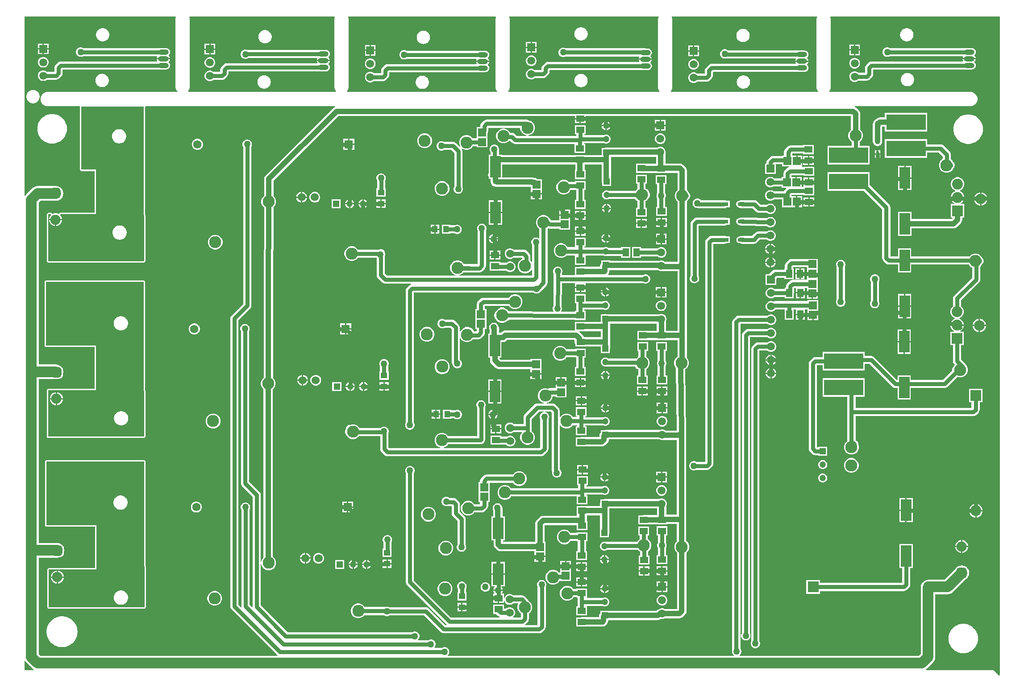
<source format=gbl>
G04*
G04 #@! TF.GenerationSoftware,Altium Limited,Altium Designer,21.6.4 (81)*
G04*
G04 Layer_Physical_Order=2*
G04 Layer_Color=16711680*
%FSLAX43Y43*%
%MOMM*%
G71*
G04*
G04 #@! TF.SameCoordinates,F52DD1F2-FE9F-4456-8C2D-F0E8507D2AE0*
G04*
G04*
G04 #@! TF.FilePolarity,Positive*
G04*
G01*
G75*
%ADD18R,1.508X1.207*%
%ADD20R,1.207X1.508*%
G04:AMPARAMS|DCode=24|XSize=1.607mm|YSize=0.762mm|CornerRadius=0.381mm|HoleSize=0mm|Usage=FLASHONLY|Rotation=0.000|XOffset=0mm|YOffset=0mm|HoleType=Round|Shape=RoundedRectangle|*
%AMROUNDEDRECTD24*
21,1,1.607,0.000,0,0,0.0*
21,1,0.845,0.762,0,0,0.0*
1,1,0.762,0.422,0.000*
1,1,0.762,-0.422,0.000*
1,1,0.762,-0.422,0.000*
1,1,0.762,0.422,0.000*
%
%ADD24ROUNDEDRECTD24*%
%ADD25R,1.607X0.762*%
%ADD26R,1.505X1.556*%
%ADD29R,1.556X1.505*%
%ADD45C,1.200*%
%ADD46R,1.200X1.200*%
%ADD47R,1.200X1.200*%
%ADD55C,2.057*%
%ADD56R,2.057X2.057*%
%ADD57R,2.057X2.057*%
%ADD58R,2.050X2.050*%
%ADD59C,2.050*%
%ADD61C,1.575*%
%ADD62R,1.575X1.575*%
%ADD64C,0.762*%
%ADD65C,1.000*%
%ADD69C,2.000*%
%ADD72C,2.286*%
%ADD73R,1.500X1.500*%
%ADD74C,1.500*%
%ADD75C,1.524*%
G04:AMPARAMS|DCode=76|XSize=1.95mm|YSize=1.95mm|CornerRadius=0.488mm|HoleSize=0mm|Usage=FLASHONLY|Rotation=270.000|XOffset=0mm|YOffset=0mm|HoleType=Round|Shape=RoundedRectangle|*
%AMROUNDEDRECTD76*
21,1,1.950,0.975,0,0,270.0*
21,1,0.975,1.950,0,0,270.0*
1,1,0.975,-0.488,-0.488*
1,1,0.975,-0.488,0.488*
1,1,0.975,0.488,0.488*
1,1,0.975,0.488,-0.488*
%
%ADD76ROUNDEDRECTD76*%
%ADD77C,1.950*%
%ADD78O,2.000X1.000*%
%ADD79O,2.000X1.000*%
%ADD80C,2.000*%
%ADD81C,1.270*%
%ADD82R,0.500X1.000*%
%ADD83R,1.200X1.100*%
%ADD84R,1.100X1.200*%
%ADD85R,2.000X4.100*%
%ADD86R,7.500X3.000*%
G36*
X90075Y177239D02*
X90091Y177190D01*
X90083Y177173D01*
X90011Y176892D01*
X90009Y176858D01*
X90003Y176824D01*
X90005Y176681D01*
X90005Y164033D01*
Y163888D01*
X90011Y163855D01*
X90014Y163821D01*
X90089Y163542D01*
X90104Y163511D01*
X90114Y163479D01*
X90259Y163228D01*
X90282Y163203D01*
X90300Y163175D01*
X90371Y163104D01*
X90322Y162987D01*
X65757D01*
X65757Y162987D01*
X65611Y162987D01*
X65578Y162980D01*
X65544Y162978D01*
X65263Y162902D01*
X65233Y162887D01*
X65201Y162876D01*
X64949Y162730D01*
X64923Y162708D01*
X64895Y162689D01*
X64690Y162483D01*
X64671Y162454D01*
X64649Y162429D01*
X64505Y162176D01*
X64494Y162144D01*
X64479Y162113D01*
X64405Y161832D01*
X64403Y161798D01*
X64397Y161765D01*
X64399Y161474D01*
X64405Y161441D01*
X64408Y161407D01*
X64485Y161126D01*
X64501Y161096D01*
X64512Y161064D01*
X64659Y160813D01*
X64682Y160788D01*
X64701Y160760D01*
X64909Y160556D01*
X64937Y160538D01*
X64963Y160515D01*
X65216Y160373D01*
X65249Y160362D01*
X65279Y160347D01*
X65561Y160275D01*
X65595Y160273D01*
X65628Y160267D01*
X65772Y160269D01*
X71790Y160269D01*
X71832Y160251D01*
X71902Y160168D01*
Y148260D01*
X71907Y148235D01*
X71907Y148209D01*
X71910Y148203D01*
X71910Y148197D01*
X71910Y148197D01*
X71918Y148180D01*
X71922Y148161D01*
X71924Y148158D01*
X71924Y148158D01*
X71930Y148143D01*
X71942Y148125D01*
X71946Y148116D01*
X71948Y148113D01*
X71952Y148110D01*
X71953Y148106D01*
X71958Y148101D01*
X71986Y148059D01*
X71986Y148059D01*
X71986Y148059D01*
X72033Y148028D01*
X72040Y148021D01*
X72043Y148019D01*
X72052Y148015D01*
X72070Y148003D01*
X72085Y147997D01*
X72085Y147997D01*
X72088Y147995D01*
X72113Y147990D01*
X72136Y147980D01*
X72162Y147980D01*
X72187Y147975D01*
X74696D01*
Y140061D01*
X68223D01*
X68205Y140057D01*
X68205Y140057D01*
X68201Y140056D01*
X68197Y140057D01*
X68191Y140057D01*
X68178Y140054D01*
X68159Y140053D01*
X68147Y140049D01*
X68133Y140043D01*
X68106Y140037D01*
X68100Y140033D01*
X68093Y140032D01*
X68070Y140015D01*
X68056Y140009D01*
X68046Y140002D01*
X68032Y139988D01*
X68022Y139981D01*
X68017Y139977D01*
X68015Y139973D01*
X68012Y139971D01*
X68012Y139971D01*
X67997Y139960D01*
X67911Y139864D01*
X67910Y139862D01*
X67909Y139862D01*
X67885Y139819D01*
X67877Y139807D01*
X67726Y139895D01*
X67413Y139979D01*
X67089D01*
X66777Y139895D01*
X66625Y139807D01*
X66618Y139819D01*
X66593Y139861D01*
X66592Y139862D01*
X66592Y139864D01*
X66505Y139960D01*
X66491Y139971D01*
X66490Y139971D01*
X66488Y139973D01*
X66485Y139977D01*
X66481Y139981D01*
X66470Y139988D01*
X66457Y140002D01*
X66446Y140009D01*
X66432Y140015D01*
X66410Y140032D01*
X66403Y140033D01*
X66397Y140037D01*
X66369Y140043D01*
X66355Y140049D01*
X66343Y140053D01*
X66324Y140054D01*
X66312Y140057D01*
X66305Y140057D01*
X66301Y140056D01*
X66298Y140057D01*
X66297Y140057D01*
X66279Y140061D01*
X65964D01*
X65943Y140057D01*
X65923Y140057D01*
X65912Y140053D01*
X65901Y140053D01*
X65901Y140053D01*
X65884Y140045D01*
X65865Y140041D01*
X65848Y140029D01*
X65828Y140022D01*
X65820Y140014D01*
X65810Y140010D01*
X65797Y139995D01*
X65781Y139985D01*
X65769Y139967D01*
X65754Y139953D01*
X65678Y139847D01*
X65665Y139820D01*
X65648Y139795D01*
X65644Y139774D01*
X65636Y139755D01*
X65634Y139725D01*
X65629Y139696D01*
Y130886D01*
X65634Y130861D01*
X65634Y130836D01*
X65636Y130830D01*
X65636Y130824D01*
X65636Y130823D01*
X65645Y130806D01*
X65648Y130787D01*
X65650Y130784D01*
X65650Y130784D01*
X65656Y130770D01*
X65668Y130752D01*
X65672Y130742D01*
X65674Y130739D01*
X65678Y130736D01*
X65680Y130732D01*
X65685Y130728D01*
X65713Y130686D01*
X65713Y130686D01*
X65713Y130686D01*
X65759Y130655D01*
X65766Y130648D01*
X65769Y130645D01*
X65779Y130642D01*
X65797Y130630D01*
X65811Y130624D01*
X65811Y130624D01*
X65814Y130622D01*
X65839Y130617D01*
X65863Y130607D01*
X65888Y130607D01*
X65913Y130602D01*
X83921D01*
X83922Y130602D01*
X83947D01*
X83972Y130607D01*
X83972D01*
X83972Y130607D01*
X83998Y130607D01*
X84021Y130617D01*
X84046Y130622D01*
X84047Y130622D01*
X84047Y130622D01*
X84067Y130631D01*
X84088Y130639D01*
X84088Y130639D01*
X84089Y130640D01*
X84110Y130654D01*
X84134Y130663D01*
X84152Y130682D01*
X84152Y130682D01*
X84152Y130682D01*
X84152Y130682D01*
X84173Y130696D01*
X84191Y130714D01*
X84191Y130714D01*
X84191Y130714D01*
X84209Y130732D01*
X84209Y130732D01*
X84209Y130732D01*
X84227Y130750D01*
X84241Y130771D01*
X84241Y130771D01*
X84242Y130771D01*
X84242Y130771D01*
X84260Y130790D01*
X84269Y130813D01*
X84269Y130813D01*
X84269Y130813D01*
X84283Y130834D01*
X84284Y130836D01*
X84284Y130836D01*
X84292Y130857D01*
X84300Y130876D01*
X84300Y130877D01*
X84301Y130878D01*
X84306Y130903D01*
X84316Y130926D01*
X84316Y130952D01*
X84316Y130952D01*
X84316Y130952D01*
Y130952D01*
X84321Y130977D01*
X84320Y131002D01*
X84321Y131002D01*
X84257Y148311D01*
Y160142D01*
X84289Y160206D01*
X84318Y160241D01*
X84341Y160257D01*
X84369Y160269D01*
X120233Y160269D01*
X120258Y160142D01*
X120104Y160078D01*
X119920Y159937D01*
X107080Y147097D01*
X106939Y146913D01*
X106850Y146699D01*
X106835Y146584D01*
X106820Y146469D01*
Y143286D01*
X106813Y143282D01*
X106553Y143022D01*
X106369Y142703D01*
X106274Y142348D01*
Y141980D01*
X106369Y141625D01*
X106553Y141306D01*
X106812Y141047D01*
X106744Y124642D01*
X106744Y124640D01*
X106744Y124638D01*
Y108742D01*
X106737Y108738D01*
X106477Y108478D01*
X106293Y108159D01*
X106197Y107804D01*
Y107436D01*
X106293Y107081D01*
X106477Y106762D01*
X106706Y106533D01*
Y74569D01*
X106553Y74416D01*
X106369Y74098D01*
X106280Y73767D01*
X106153Y73784D01*
Y86487D01*
X106153Y86487D01*
X106140Y86586D01*
X106127Y86686D01*
X106050Y86871D01*
X105928Y87030D01*
X103943Y89015D01*
Y117587D01*
X104003Y117691D01*
X104064Y117917D01*
Y118151D01*
X104003Y118377D01*
X103886Y118580D01*
X103721Y118745D01*
X103518Y118862D01*
X103292Y118923D01*
X103058D01*
X102832Y118862D01*
X102629Y118745D01*
X102463Y118580D01*
X102346Y118377D01*
X102286Y118151D01*
Y117917D01*
X102346Y117691D01*
X102406Y117587D01*
Y88697D01*
X102432Y88498D01*
X102509Y88313D01*
X102631Y88153D01*
X104616Y86169D01*
Y65230D01*
X104506Y65161D01*
X104045Y65622D01*
Y83703D01*
X104105Y83807D01*
X104165Y84033D01*
Y84267D01*
X104105Y84493D01*
X103988Y84696D01*
X103822Y84862D01*
X103620Y84979D01*
X103393Y85039D01*
X103159D01*
X102933Y84979D01*
X102731Y84862D01*
X102565Y84696D01*
X102448Y84493D01*
X102387Y84267D01*
Y84033D01*
X102448Y83807D01*
X102508Y83703D01*
Y65303D01*
X102519Y65219D01*
X102399Y65160D01*
X101937Y65622D01*
Y119671D01*
X104150Y121885D01*
X104272Y122044D01*
X104349Y122229D01*
X104375Y122428D01*
Y152614D01*
X104435Y152717D01*
X104496Y152943D01*
Y153177D01*
X104435Y153404D01*
X104318Y153606D01*
X104152Y153772D01*
X103950Y153889D01*
X103724Y153949D01*
X103490D01*
X103263Y153889D01*
X103061Y153772D01*
X102895Y153606D01*
X102778Y153404D01*
X102718Y153177D01*
Y152943D01*
X102778Y152717D01*
X102838Y152614D01*
Y122746D01*
X100625Y120533D01*
X100503Y120374D01*
X100426Y120189D01*
X100400Y119990D01*
Y65303D01*
X100426Y65104D01*
X100503Y64919D01*
X100625Y64760D01*
X109235Y56149D01*
X109393Y56028D01*
X109394Y56024D01*
X109367Y55901D01*
X64410D01*
X64055Y56257D01*
Y74553D01*
X67516D01*
X67877Y74601D01*
X67985Y74645D01*
X68069D01*
X68262Y74671D01*
X68443Y74746D01*
X68598Y74865D01*
X68717Y75019D01*
X68791Y75200D01*
X68817Y75393D01*
Y75477D01*
X68862Y75585D01*
X68909Y75946D01*
X68862Y76307D01*
X68808Y76437D01*
X68791Y76562D01*
X68717Y76742D01*
X68598Y76897D01*
X68443Y77016D01*
X68329Y77063D01*
X68213Y77152D01*
X67877Y77291D01*
X67516Y77339D01*
X64055D01*
Y108462D01*
X67306D01*
X67667Y108510D01*
X67678Y108514D01*
X67899D01*
X68093Y108540D01*
X68273Y108614D01*
X68428Y108733D01*
X68547Y108888D01*
X68622Y109069D01*
X68647Y109262D01*
Y109483D01*
X68652Y109494D01*
X68699Y109855D01*
X68652Y110216D01*
X68647Y110227D01*
Y110237D01*
X68622Y110431D01*
X68547Y110611D01*
X68428Y110766D01*
X68273Y110885D01*
X68185Y110921D01*
X68003Y111061D01*
X67667Y111200D01*
X67306Y111248D01*
X64055D01*
Y141976D01*
X64410Y142331D01*
X67327D01*
X67688Y142379D01*
X68024Y142518D01*
X68312Y142739D01*
X68534Y143028D01*
X68673Y143364D01*
X68720Y143724D01*
X68673Y144085D01*
X68534Y144421D01*
X68312Y144709D01*
X68309Y144711D01*
X68268Y144766D01*
X68113Y144885D01*
X68049Y144911D01*
X68024Y144931D01*
X67688Y145070D01*
X67327Y145117D01*
X63833D01*
X63473Y145070D01*
X63137Y144931D01*
X62848Y144709D01*
X61677Y143538D01*
X61468Y143265D01*
X61409Y143270D01*
X61341Y143301D01*
X61341Y177317D01*
X90023D01*
X90075Y177239D01*
D02*
G37*
G36*
X120199D02*
X120216Y177190D01*
X120208Y177173D01*
X120136Y176892D01*
X120134Y176858D01*
X120128Y176824D01*
X120129Y176681D01*
X120129Y164033D01*
Y163888D01*
X120136Y163855D01*
X120138Y163821D01*
X120213Y163542D01*
X120228Y163511D01*
X120239Y163479D01*
X120384Y163228D01*
X120406Y163203D01*
X120425Y163175D01*
X120495Y163104D01*
X120447Y162987D01*
X92405Y162987D01*
X92357Y163104D01*
X92427Y163175D01*
X92446Y163203D01*
X92468Y163228D01*
X92613Y163479D01*
X92624Y163511D01*
X92639Y163542D01*
X92714Y163821D01*
X92716Y163855D01*
X92723Y163889D01*
X92723Y164033D01*
X92723Y164033D01*
X92723Y176696D01*
Y176841D01*
X92716Y176875D01*
X92714Y176909D01*
X92638Y177190D01*
X92638Y177190D01*
X92673Y177275D01*
X92711Y177317D01*
X120148D01*
X120199Y177239D01*
D02*
G37*
G36*
X150801Y177208D02*
X150789Y177186D01*
X150778Y177153D01*
X150764Y177123D01*
X150692Y176841D01*
X150690Y176807D01*
X150684Y176774D01*
X150686Y176630D01*
X150685Y163982D01*
X150685Y163838D01*
X150692Y163804D01*
X150694Y163771D01*
X150769Y163491D01*
X150784Y163460D01*
X150795Y163428D01*
X150940Y163177D01*
X150962Y163152D01*
X150981Y163124D01*
X151001Y163104D01*
X150952Y162987D01*
X122530D01*
X122481Y163104D01*
X122552Y163175D01*
X122570Y163203D01*
X122593Y163228D01*
X122738Y163479D01*
X122748Y163511D01*
X122763Y163542D01*
X122838Y163821D01*
X122841Y163855D01*
X122847Y163889D01*
X122847Y164033D01*
X122847Y164033D01*
X122847Y176696D01*
Y176841D01*
X122841Y176875D01*
X122838Y176909D01*
X122763Y177190D01*
X122762Y177190D01*
X122797Y177275D01*
X122836Y177317D01*
X150737D01*
X150801Y177208D01*
D02*
G37*
G36*
X181651D02*
X181625Y177160D01*
X181614Y177128D01*
X181599Y177097D01*
X181527Y176816D01*
X181526Y176782D01*
X181519Y176748D01*
X181521Y176604D01*
X181521Y163957D01*
X181521Y163812D01*
X181528Y163779D01*
X181530Y163745D01*
X181605Y163465D01*
X181620Y163435D01*
X181631Y163403D01*
X181776Y163152D01*
X181798Y163127D01*
X181806Y163114D01*
X181776Y163000D01*
X181770Y162987D01*
X153137Y162987D01*
X153088Y163104D01*
X153108Y163124D01*
X153127Y163152D01*
X153149Y163178D01*
X153294Y163428D01*
X153305Y163461D01*
X153320Y163491D01*
X153395Y163771D01*
X153397Y163804D01*
X153403Y163838D01*
X153403Y163983D01*
X153403Y176645D01*
X153403Y176645D01*
X153403Y176791D01*
X153397Y176824D01*
X153394Y176858D01*
X153319Y177139D01*
X153304Y177169D01*
X153297Y177190D01*
X153303Y177232D01*
X153353Y177317D01*
X181587D01*
X181651Y177208D01*
D02*
G37*
G36*
X211725D02*
X211698Y177160D01*
X211688Y177128D01*
X211673Y177097D01*
X211601Y176816D01*
X211599Y176782D01*
X211593Y176748D01*
X211595Y176604D01*
X211595Y163957D01*
X211595Y163812D01*
X211601Y163779D01*
X211603Y163745D01*
X211678Y163465D01*
X211693Y163435D01*
X211704Y163403D01*
X211849Y163152D01*
X211871Y163127D01*
X211880Y163114D01*
X211849Y163000D01*
X211844Y162987D01*
X183990Y162987D01*
X183984Y163001D01*
X183954Y163114D01*
X183962Y163127D01*
X183985Y163152D01*
X184129Y163403D01*
X184140Y163435D01*
X184155Y163465D01*
X184230Y163745D01*
X184232Y163779D01*
X184239Y163812D01*
X184239Y163957D01*
X184239Y176620D01*
X184239Y176620D01*
X184239Y176765D01*
X184232Y176799D01*
X184230Y176833D01*
X184155Y177113D01*
X184139Y177144D01*
X184128Y177176D01*
X184110Y177207D01*
X184174Y177317D01*
X211661D01*
X211725Y177208D01*
D02*
G37*
G36*
X246341Y52224D02*
X246224Y52176D01*
X245186Y53213D01*
X232358D01*
X232314Y53340D01*
X232554Y53523D01*
X233725Y54695D01*
X233947Y54984D01*
X234086Y55319D01*
X234133Y55680D01*
Y67593D01*
X236449D01*
X236809Y67641D01*
X237145Y67780D01*
X237434Y68001D01*
X239950Y70518D01*
X239985Y70533D01*
X240140Y70651D01*
X240259Y70806D01*
X240313Y70938D01*
X240347Y70982D01*
X240486Y71318D01*
X240534Y71679D01*
X240486Y72039D01*
X240347Y72375D01*
X240294Y72445D01*
X240259Y72529D01*
X240140Y72684D01*
X239985Y72803D01*
X239897Y72839D01*
X239837Y72885D01*
X239502Y73024D01*
X239141Y73072D01*
X238780Y73024D01*
X238445Y72885D01*
X238426Y72871D01*
X238262Y72803D01*
X238107Y72684D01*
X237988Y72529D01*
X237965Y72473D01*
X235872Y70379D01*
X232842D01*
X232481Y70332D01*
X232145Y70193D01*
X231857Y69971D01*
X231813Y69914D01*
X231755Y69870D01*
X231534Y69581D01*
X231395Y69245D01*
X231347Y68885D01*
Y56257D01*
X230992Y55901D01*
X197017D01*
X196983Y56028D01*
X196989Y56032D01*
X197155Y56198D01*
X197272Y56400D01*
X197333Y56627D01*
Y56861D01*
X197272Y57087D01*
X197155Y57289D01*
X197136Y57308D01*
Y118967D01*
X202290D01*
X202325Y118932D01*
X202554Y118800D01*
X202809Y118732D01*
X203073D01*
X203329Y118800D01*
X203558Y118932D01*
X203745Y119119D01*
X203877Y119348D01*
X203945Y119603D01*
Y119868D01*
X203877Y120123D01*
X203745Y120352D01*
X203558Y120539D01*
X203329Y120671D01*
X203073Y120740D01*
X202809D01*
X202554Y120671D01*
X202325Y120539D01*
X202290Y120504D01*
X196814D01*
X196615Y120478D01*
X196429Y120401D01*
X196270Y120279D01*
X195824Y119833D01*
X195702Y119674D01*
X195625Y119488D01*
X195599Y119289D01*
Y57026D01*
X195555Y56861D01*
Y56627D01*
X195615Y56400D01*
X195732Y56198D01*
X195898Y56032D01*
X195904Y56028D01*
X195870Y55901D01*
X141681D01*
X141628Y56028D01*
X141747Y56147D01*
X141864Y56350D01*
X141924Y56576D01*
Y56810D01*
X141864Y57036D01*
X141747Y57239D01*
X141581Y57404D01*
X141379Y57521D01*
X141153Y57582D01*
X140918D01*
X140692Y57521D01*
X140589Y57461D01*
X139186D01*
X139138Y57579D01*
X139154Y57595D01*
X139271Y57797D01*
X139331Y58024D01*
Y58258D01*
X139271Y58484D01*
X139154Y58686D01*
X138988Y58852D01*
X138786Y58969D01*
X138560Y59030D01*
X138325D01*
X138099Y58969D01*
X137996Y58909D01*
X136053D01*
X136001Y59036D01*
X136083Y59119D01*
X136200Y59321D01*
X136261Y59548D01*
Y59782D01*
X136200Y60008D01*
X136083Y60210D01*
X135918Y60376D01*
X135715Y60493D01*
X135489Y60554D01*
X135255D01*
X135029Y60493D01*
X134925Y60433D01*
X111240D01*
X106153Y65520D01*
Y73333D01*
X106280Y73350D01*
X106369Y73019D01*
X106553Y72701D01*
X106813Y72441D01*
X107131Y72257D01*
X107487Y72161D01*
X107855D01*
X108210Y72257D01*
X108528Y72441D01*
X108788Y72701D01*
X108972Y73019D01*
X109068Y73374D01*
Y73742D01*
X108972Y74098D01*
X108788Y74416D01*
X108528Y74676D01*
X108483Y74702D01*
Y106533D01*
X108712Y106762D01*
X108896Y107081D01*
X108991Y107436D01*
Y107804D01*
X108896Y108159D01*
X108712Y108478D01*
X108521Y108669D01*
Y124636D01*
X108590Y141107D01*
X108788Y141306D01*
X108972Y141625D01*
X109068Y141980D01*
Y142348D01*
X108972Y142703D01*
X108788Y143022D01*
X108597Y143213D01*
Y146101D01*
X120916Y158420D01*
X165743D01*
Y158039D01*
X166751D01*
X167759D01*
Y158420D01*
X218110D01*
Y155798D01*
X217881Y155569D01*
X217697Y155251D01*
X217602Y154895D01*
Y154527D01*
X217697Y154172D01*
X217881Y153854D01*
X218141Y153594D01*
X218259Y153525D01*
Y152757D01*
X213649D01*
Y149249D01*
X221657D01*
Y152757D01*
X219797D01*
Y153559D01*
X219857Y153594D01*
X220117Y153854D01*
X220301Y154172D01*
X220396Y154527D01*
Y154895D01*
X220301Y155251D01*
X220117Y155569D01*
X219887Y155798D01*
Y158862D01*
X219872Y158977D01*
X219857Y159092D01*
X219820Y159181D01*
X219768Y159307D01*
X219627Y159491D01*
X219181Y159937D01*
X218997Y160078D01*
X218843Y160142D01*
X218868Y160269D01*
X240757Y160269D01*
X240902Y160269D01*
X240935Y160276D01*
X240969Y160278D01*
X241248Y160353D01*
X241279Y160368D01*
X241311Y160379D01*
X241562Y160523D01*
X241587Y160546D01*
X241615Y160565D01*
X241820Y160769D01*
X241839Y160798D01*
X241861Y160823D01*
X242006Y161074D01*
X242017Y161106D01*
X242032Y161136D01*
X242107Y161416D01*
X242109Y161450D01*
X242116Y161483D01*
X242116Y161773D01*
X242109Y161806D01*
X242107Y161840D01*
X242032Y162120D01*
X242017Y162150D01*
X242006Y162182D01*
X241861Y162433D01*
X241839Y162458D01*
X241820Y162487D01*
X241615Y162691D01*
X241587Y162710D01*
X241561Y162733D01*
X241311Y162877D01*
X241279Y162888D01*
X241248Y162903D01*
X240968Y162978D01*
X240935Y162980D01*
X240901Y162987D01*
X240757Y162987D01*
X214063D01*
X214057Y163001D01*
X214027Y163114D01*
X214036Y163127D01*
X214058Y163152D01*
X214203Y163403D01*
X214214Y163435D01*
X214229Y163465D01*
X214304Y163745D01*
X214306Y163779D01*
X214313Y163812D01*
X214313Y163957D01*
X214313Y176620D01*
X214313Y176620D01*
X214313Y176765D01*
X214306Y176799D01*
X214304Y176833D01*
X214228Y177113D01*
X214213Y177144D01*
X214202Y177176D01*
X214184Y177207D01*
X214247Y177317D01*
X246341D01*
Y52224D01*
D02*
G37*
G36*
X83972Y160194D02*
X83994Y160190D01*
X83998Y160168D01*
Y148311D01*
X84062Y131002D01*
X84062Y131001D01*
X84062Y130976D01*
X84061Y130975D01*
X84053Y130955D01*
X84053Y130955D01*
X84053Y130955D01*
X84044Y130934D01*
X84044Y130933D01*
X84026Y130915D01*
X84026Y130915D01*
X84008Y130897D01*
X84008Y130897D01*
X83990Y130879D01*
X83989Y130879D01*
X83968Y130870D01*
X83968Y130870D01*
X83968Y130870D01*
X83948Y130862D01*
X83947Y130861D01*
X83922D01*
X83921Y130861D01*
X65913D01*
X65910Y130863D01*
X65896Y130869D01*
X65890Y130883D01*
X65888Y130886D01*
X65888Y130886D01*
Y139696D01*
X65964Y139802D01*
X65964Y139802D01*
X66279D01*
X66291Y139798D01*
X66298Y139798D01*
X66302Y139794D01*
X66313Y139787D01*
X66399Y139691D01*
X66345Y139581D01*
X66268Y139504D01*
X66106Y139224D01*
X66022Y138911D01*
Y138877D01*
X67251D01*
X68480D01*
Y138911D01*
X68396Y139224D01*
X68235Y139504D01*
X68157Y139581D01*
X68104Y139691D01*
X68190Y139787D01*
X68200Y139794D01*
X68205Y139798D01*
X68211Y139798D01*
X68223Y139802D01*
X74955D01*
Y148234D01*
X72187D01*
X72184Y148237D01*
X72169Y148242D01*
X72164Y148257D01*
X72161Y148260D01*
X72161Y148260D01*
Y160168D01*
X72166Y160190D01*
X72187Y160194D01*
X72288Y160194D01*
X83972Y160194D01*
D02*
G37*
G36*
X61677Y54695D02*
X62848Y53523D01*
X63088Y53340D01*
X63044Y53213D01*
X61341D01*
Y54932D01*
X61409Y54963D01*
X61468Y54967D01*
X61677Y54695D01*
D02*
G37*
%LPC*%
G36*
X76291Y175106D02*
X76094D01*
X76069Y175101D01*
X76044D01*
X75850Y175063D01*
X75827Y175053D01*
X75802Y175048D01*
X75620Y174973D01*
X75599Y174959D01*
X75575Y174949D01*
X75411Y174840D01*
X75393Y174822D01*
X75372Y174807D01*
X75233Y174668D01*
X75218Y174647D01*
X75200Y174629D01*
X75091Y174465D01*
X75081Y174441D01*
X75067Y174420D01*
X74992Y174238D01*
X74987Y174213D01*
X74977Y174190D01*
X74939Y173996D01*
Y173971D01*
X74934Y173946D01*
Y173749D01*
X74939Y173724D01*
Y173698D01*
X74977Y173505D01*
X74987Y173482D01*
X74992Y173457D01*
X75067Y173275D01*
X75081Y173253D01*
X75091Y173230D01*
X75200Y173066D01*
X75218Y173048D01*
X75233Y173027D01*
X75372Y172888D01*
X75393Y172873D01*
X75411Y172855D01*
X75575Y172746D01*
X75599Y172736D01*
X75620Y172722D01*
X75802Y172647D01*
X75827Y172642D01*
X75850Y172632D01*
X76044Y172593D01*
X76069D01*
X76094Y172588D01*
X76291D01*
X76316Y172593D01*
X76342D01*
X76535Y172632D01*
X76558Y172642D01*
X76583Y172647D01*
X76765Y172722D01*
X76787Y172736D01*
X76810Y172746D01*
X76974Y172855D01*
X76992Y172873D01*
X77013Y172888D01*
X77152Y173027D01*
X77167Y173048D01*
X77185Y173066D01*
X77294Y173230D01*
X77304Y173253D01*
X77318Y173275D01*
X77393Y173457D01*
X77398Y173482D01*
X77408Y173505D01*
X77447Y173698D01*
Y173724D01*
X77452Y173749D01*
Y173946D01*
X77447Y173971D01*
Y173996D01*
X77408Y174190D01*
X77398Y174213D01*
X77393Y174238D01*
X77318Y174420D01*
X77304Y174441D01*
X77294Y174465D01*
X77185Y174629D01*
X77167Y174647D01*
X77152Y174668D01*
X77013Y174807D01*
X76992Y174822D01*
X76974Y174840D01*
X76810Y174949D01*
X76787Y174959D01*
X76765Y174973D01*
X76583Y175048D01*
X76558Y175053D01*
X76535Y175063D01*
X76342Y175101D01*
X76316D01*
X76291Y175106D01*
D02*
G37*
G36*
X65926Y172175D02*
X65049D01*
Y171298D01*
X65926D01*
Y172175D01*
D02*
G37*
G36*
X64795D02*
X63918D01*
Y171298D01*
X64795D01*
Y172175D01*
D02*
G37*
G36*
X65926Y171044D02*
X65049D01*
Y170167D01*
X65926D01*
Y171044D01*
D02*
G37*
G36*
X64795D02*
X63918D01*
Y170167D01*
X64795D01*
Y171044D01*
D02*
G37*
G36*
X72126Y171450D02*
X71892D01*
X71666Y171389D01*
X71463Y171272D01*
X71298Y171107D01*
X71181Y170904D01*
X71120Y170678D01*
Y170444D01*
X71181Y170218D01*
X71298Y170015D01*
X71463Y169850D01*
X71666Y169733D01*
X71892Y169672D01*
X72126D01*
X72352Y169733D01*
X72456Y169792D01*
X86497D01*
X86553Y169679D01*
X86548Y169671D01*
X86472Y169488D01*
X86462Y169418D01*
X88950D01*
X88941Y169488D01*
X88865Y169671D01*
X88744Y169829D01*
X88700Y169863D01*
Y169990D01*
X88744Y170023D01*
X88865Y170181D01*
X88941Y170364D01*
X88967Y170561D01*
X88941Y170758D01*
X88865Y170941D01*
X88744Y171099D01*
X88586Y171220D01*
X88403Y171296D01*
X88206Y171322D01*
X87768D01*
X87706Y171330D01*
X72456D01*
X72352Y171389D01*
X72126Y171450D01*
D02*
G37*
G36*
X65055Y169635D02*
X64790D01*
X64535Y169566D01*
X64306Y169434D01*
X64119Y169247D01*
X63987Y169018D01*
X63918Y168763D01*
Y168498D01*
X63987Y168243D01*
X64119Y168014D01*
X64306Y167827D01*
X64535Y167695D01*
X64790Y167627D01*
X65055D01*
X65310Y167695D01*
X65539Y167827D01*
X65726Y168014D01*
X65858Y168243D01*
X65926Y168498D01*
Y168763D01*
X65858Y169018D01*
X65726Y169247D01*
X65539Y169434D01*
X65310Y169566D01*
X65055Y169635D01*
D02*
G37*
G36*
X88950Y169164D02*
X86462D01*
X86472Y169094D01*
X86548Y168911D01*
X86553Y168903D01*
X86497Y168790D01*
X68239D01*
X68040Y168763D01*
X67855Y168687D01*
X67696Y168564D01*
X67249Y168118D01*
X67127Y167959D01*
X67050Y167774D01*
X67024Y167575D01*
Y166859D01*
X65574D01*
X65539Y166894D01*
X65310Y167026D01*
X65055Y167095D01*
X64790D01*
X64535Y167026D01*
X64306Y166894D01*
X64119Y166707D01*
X63987Y166478D01*
X63918Y166223D01*
Y165958D01*
X63987Y165703D01*
X64119Y165474D01*
X64306Y165287D01*
X64535Y165155D01*
X64790Y165087D01*
X65055D01*
X65310Y165155D01*
X65539Y165287D01*
X65574Y165322D01*
X67346D01*
X67545Y165348D01*
X67731Y165425D01*
X67890Y165547D01*
X68336Y165993D01*
X68458Y166153D01*
X68535Y166338D01*
X68561Y166537D01*
Y167252D01*
X87706D01*
X87768Y167260D01*
X88206D01*
X88403Y167286D01*
X88586Y167362D01*
X88744Y167483D01*
X88865Y167641D01*
X88941Y167824D01*
X88967Y168021D01*
X88941Y168218D01*
X88865Y168401D01*
X88744Y168559D01*
X88700Y168592D01*
Y168719D01*
X88744Y168753D01*
X88865Y168911D01*
X88941Y169094D01*
X88950Y169164D01*
D02*
G37*
G36*
X76184Y166439D02*
X75987D01*
X75962Y166434D01*
X75937D01*
X75743Y166395D01*
X75720Y166385D01*
X75695Y166380D01*
X75513Y166305D01*
X75492Y166291D01*
X75468Y166281D01*
X75304Y166172D01*
X75286Y166154D01*
X75265Y166139D01*
X75126Y166000D01*
X75112Y165979D01*
X75094Y165961D01*
X74984Y165797D01*
X74974Y165774D01*
X74960Y165752D01*
X74885Y165570D01*
X74880Y165545D01*
X74870Y165522D01*
X74832Y165329D01*
Y165303D01*
X74827Y165278D01*
Y165081D01*
X74832Y165056D01*
Y165031D01*
X74870Y164837D01*
X74880Y164814D01*
X74885Y164789D01*
X74960Y164607D01*
X74974Y164586D01*
X74984Y164562D01*
X75094Y164398D01*
X75112Y164380D01*
X75126Y164359D01*
X75265Y164220D01*
X75286Y164206D01*
X75304Y164188D01*
X75468Y164078D01*
X75492Y164068D01*
X75513Y164054D01*
X75695Y163979D01*
X75720Y163974D01*
X75743Y163964D01*
X75937Y163926D01*
X75962D01*
X75987Y163921D01*
X76184D01*
X76209Y163926D01*
X76235D01*
X76428Y163964D01*
X76451Y163974D01*
X76476Y163979D01*
X76658Y164054D01*
X76680Y164068D01*
X76703Y164078D01*
X76867Y164188D01*
X76885Y164206D01*
X76906Y164220D01*
X77046Y164359D01*
X77060Y164380D01*
X77078Y164398D01*
X77187Y164562D01*
X77197Y164586D01*
X77211Y164607D01*
X77287Y164789D01*
X77292Y164814D01*
X77301Y164837D01*
X77340Y165031D01*
Y165056D01*
X77345Y165081D01*
Y165278D01*
X77340Y165303D01*
Y165329D01*
X77301Y165522D01*
X77292Y165545D01*
X77287Y165570D01*
X77211Y165752D01*
X77197Y165774D01*
X77187Y165797D01*
X77078Y165961D01*
X77060Y165979D01*
X77046Y166000D01*
X76906Y166139D01*
X76885Y166154D01*
X76867Y166172D01*
X76703Y166281D01*
X76680Y166291D01*
X76658Y166305D01*
X76476Y166380D01*
X76451Y166385D01*
X76428Y166395D01*
X76235Y166434D01*
X76209D01*
X76184Y166439D01*
D02*
G37*
G36*
X63090Y163362D02*
X62894D01*
X62868Y163357D01*
X62843D01*
X62650Y163318D01*
X62626Y163309D01*
X62601Y163304D01*
X62419Y163228D01*
X62398Y163214D01*
X62374Y163204D01*
X62211Y163095D01*
X62193Y163077D01*
X62171Y163063D01*
X62032Y162923D01*
X62018Y162902D01*
X62000Y162884D01*
X61890Y162720D01*
X61881Y162697D01*
X61867Y162676D01*
X61791Y162494D01*
X61786Y162469D01*
X61776Y162445D01*
X61738Y162252D01*
Y162226D01*
X61733Y162201D01*
Y162004D01*
X61738Y161979D01*
Y161954D01*
X61776Y161761D01*
X61786Y161737D01*
X61791Y161712D01*
X61867Y161530D01*
X61881Y161509D01*
X61890Y161485D01*
X62000Y161321D01*
X62018Y161303D01*
X62032Y161282D01*
X62171Y161143D01*
X62193Y161129D01*
X62211Y161111D01*
X62374Y161001D01*
X62398Y160992D01*
X62419Y160977D01*
X62601Y160902D01*
X62626Y160897D01*
X62650Y160887D01*
X62843Y160849D01*
X62868D01*
X62894Y160844D01*
X63090D01*
X63116Y160849D01*
X63141D01*
X63334Y160887D01*
X63358Y160897D01*
X63383Y160902D01*
X63565Y160977D01*
X63586Y160992D01*
X63610Y161001D01*
X63773Y161111D01*
X63791Y161129D01*
X63813Y161143D01*
X63952Y161282D01*
X63966Y161303D01*
X63984Y161321D01*
X64094Y161485D01*
X64103Y161509D01*
X64117Y161530D01*
X64193Y161712D01*
X64198Y161737D01*
X64208Y161761D01*
X64246Y161954D01*
Y161979D01*
X64251Y162004D01*
Y162201D01*
X64246Y162226D01*
Y162252D01*
X64208Y162445D01*
X64198Y162469D01*
X64193Y162494D01*
X64117Y162676D01*
X64103Y162697D01*
X64094Y162720D01*
X63984Y162884D01*
X63966Y162902D01*
X63952Y162923D01*
X63813Y163063D01*
X63791Y163077D01*
X63773Y163095D01*
X63610Y163204D01*
X63586Y163214D01*
X63565Y163228D01*
X63383Y163304D01*
X63358Y163309D01*
X63334Y163318D01*
X63141Y163357D01*
X63116D01*
X63090Y163362D01*
D02*
G37*
G36*
X66849Y158806D02*
X66349D01*
X66324Y158801D01*
X66298D01*
X65807Y158703D01*
X65784Y158693D01*
X65759Y158688D01*
X65297Y158497D01*
X65275Y158483D01*
X65252Y158473D01*
X64836Y158195D01*
X64818Y158177D01*
X64797Y158163D01*
X64443Y157809D01*
X64429Y157788D01*
X64411Y157770D01*
X64133Y157354D01*
X64123Y157330D01*
X64109Y157309D01*
X63917Y156847D01*
X63912Y156822D01*
X63902Y156798D01*
X63805Y156307D01*
Y156282D01*
X63800Y156257D01*
Y155757D01*
X63805Y155732D01*
Y155706D01*
X63902Y155215D01*
X63912Y155192D01*
X63917Y155167D01*
X64109Y154705D01*
X64123Y154683D01*
X64133Y154660D01*
X64411Y154244D01*
X64429Y154226D01*
X64443Y154205D01*
X64797Y153851D01*
X64818Y153837D01*
X64836Y153819D01*
X65252Y153541D01*
X65275Y153531D01*
X65297Y153517D01*
X65759Y153325D01*
X65784Y153320D01*
X65807Y153310D01*
X66298Y153213D01*
X66324D01*
X66349Y153208D01*
X66849D01*
X66874Y153213D01*
X66899D01*
X67390Y153310D01*
X67414Y153320D01*
X67439Y153325D01*
X67901Y153517D01*
X67922Y153531D01*
X67946Y153541D01*
X68362Y153819D01*
X68380Y153837D01*
X68401Y153851D01*
X68755Y154205D01*
X68769Y154226D01*
X68787Y154244D01*
X69065Y154660D01*
X69075Y154683D01*
X69089Y154705D01*
X69280Y155167D01*
X69285Y155192D01*
X69295Y155215D01*
X69393Y155706D01*
Y155732D01*
X69398Y155757D01*
Y156257D01*
X69393Y156282D01*
Y156307D01*
X69295Y156798D01*
X69285Y156822D01*
X69280Y156847D01*
X69089Y157309D01*
X69075Y157330D01*
X69065Y157354D01*
X68787Y157770D01*
X68769Y157788D01*
X68755Y157809D01*
X68401Y158163D01*
X68380Y158177D01*
X68362Y158195D01*
X67946Y158473D01*
X67922Y158483D01*
X67901Y158497D01*
X67439Y158688D01*
X67414Y158693D01*
X67390Y158703D01*
X66899Y158801D01*
X66874D01*
X66849Y158806D01*
D02*
G37*
G36*
X94295Y154076D02*
X94021D01*
X93756Y154005D01*
X93518Y153868D01*
X93324Y153674D01*
X93187Y153437D01*
X93116Y153172D01*
Y152898D01*
X93187Y152633D01*
X93324Y152396D01*
X93518Y152202D01*
X93756Y152065D01*
X94021Y151994D01*
X94295D01*
X94560Y152065D01*
X94797Y152202D01*
X94991Y152396D01*
X95128Y152633D01*
X95199Y152898D01*
Y153172D01*
X95128Y153437D01*
X94991Y153674D01*
X94797Y153868D01*
X94560Y154005D01*
X94295Y154076D01*
D02*
G37*
G36*
X97726Y135865D02*
X97358D01*
X97003Y135769D01*
X96684Y135585D01*
X96424Y135325D01*
X96240Y135007D01*
X96145Y134652D01*
Y134284D01*
X96240Y133928D01*
X96424Y133610D01*
X96684Y133350D01*
X97003Y133166D01*
X97358Y133071D01*
X97726D01*
X98081Y133166D01*
X98400Y133350D01*
X98660Y133610D01*
X98844Y133928D01*
X98939Y134284D01*
Y134652D01*
X98844Y135007D01*
X98660Y135325D01*
X98400Y135585D01*
X98081Y135769D01*
X97726Y135865D01*
D02*
G37*
G36*
X93711Y119024D02*
X93437D01*
X93172Y118953D01*
X92934Y118816D01*
X92740Y118622D01*
X92603Y118385D01*
X92532Y118120D01*
Y117846D01*
X92603Y117581D01*
X92740Y117344D01*
X92934Y117150D01*
X93172Y117013D01*
X93437Y116942D01*
X93711D01*
X93976Y117013D01*
X94213Y117150D01*
X94407Y117344D01*
X94544Y117581D01*
X94615Y117846D01*
Y118120D01*
X94544Y118385D01*
X94407Y118622D01*
X94213Y118816D01*
X93976Y118953D01*
X93711Y119024D01*
D02*
G37*
G36*
X97314Y101879D02*
X96946D01*
X96590Y101784D01*
X96272Y101600D01*
X96012Y101340D01*
X95828Y101022D01*
X95733Y100666D01*
Y100298D01*
X95828Y99943D01*
X96012Y99625D01*
X96272Y99365D01*
X96590Y99181D01*
X96946Y99085D01*
X97314D01*
X97669Y99181D01*
X97987Y99365D01*
X98247Y99625D01*
X98431Y99943D01*
X98527Y100298D01*
Y100666D01*
X98431Y101022D01*
X98247Y101340D01*
X97987Y101600D01*
X97669Y101784D01*
X97314Y101879D01*
D02*
G37*
G36*
X83984Y127174D02*
X65430D01*
X65331Y127154D01*
X65247Y127098D01*
X65191Y127014D01*
X65171Y126915D01*
Y114825D01*
X65191Y114726D01*
X65247Y114642D01*
X65331Y114586D01*
X65430Y114566D01*
X74683D01*
Y106651D01*
X65900D01*
X65800Y106631D01*
X65716Y106575D01*
X65691Y106550D01*
X65635Y106466D01*
X65615Y106367D01*
Y97527D01*
X65635Y97428D01*
X65691Y97344D01*
X65775Y97288D01*
X65874Y97268D01*
X83958D01*
X83959Y97269D01*
X83959Y97268D01*
X84008Y97278D01*
X84057Y97288D01*
X84058Y97288D01*
X84058Y97288D01*
X84099Y97316D01*
X84141Y97344D01*
X84142Y97345D01*
X84142Y97345D01*
X84231Y97435D01*
X84232Y97435D01*
X84232Y97435D01*
X84260Y97477D01*
X84287Y97519D01*
X84287Y97519D01*
X84288Y97519D01*
X84297Y97568D01*
X84307Y97618D01*
X84307Y97618D01*
X84307Y97618D01*
X84243Y114901D01*
Y126915D01*
X84224Y127014D01*
X84167Y127098D01*
X84083Y127154D01*
X83984Y127174D01*
D02*
G37*
G36*
X94092Y85217D02*
X93817D01*
X93553Y85146D01*
X93315Y85009D01*
X93121Y84815D01*
X92984Y84578D01*
X92913Y84313D01*
Y84038D01*
X92984Y83774D01*
X93121Y83536D01*
X93315Y83342D01*
X93553Y83205D01*
X93817Y83134D01*
X94092D01*
X94357Y83205D01*
X94594Y83342D01*
X94788Y83536D01*
X94925Y83774D01*
X94996Y84038D01*
Y84313D01*
X94925Y84578D01*
X94788Y84815D01*
X94594Y85009D01*
X94357Y85146D01*
X94092Y85217D01*
D02*
G37*
G36*
X97618Y68224D02*
X97250D01*
X96895Y68129D01*
X96577Y67945D01*
X96317Y67685D01*
X96133Y67367D01*
X96037Y67011D01*
Y66643D01*
X96133Y66288D01*
X96317Y65970D01*
X96577Y65710D01*
X96895Y65526D01*
X97250Y65430D01*
X97618D01*
X97974Y65526D01*
X98292Y65710D01*
X98552Y65970D01*
X98736Y66288D01*
X98831Y66643D01*
Y67011D01*
X98736Y67367D01*
X98552Y67685D01*
X98292Y67945D01*
X97974Y68129D01*
X97618Y68224D01*
D02*
G37*
G36*
X84086Y93087D02*
X65532D01*
X65433Y93068D01*
X65349Y93012D01*
X65293Y92928D01*
X65273Y92828D01*
Y80738D01*
X65293Y80639D01*
X65349Y80555D01*
X65433Y80499D01*
X65532Y80479D01*
X74785D01*
Y72564D01*
X66001D01*
X65902Y72544D01*
X65818Y72488D01*
X65793Y72463D01*
X65736Y72379D01*
X65717Y72280D01*
Y65151D01*
X65736Y65052D01*
X65793Y64968D01*
X65877Y64912D01*
X65976Y64892D01*
X84054D01*
X84054Y64892D01*
X84054Y64892D01*
X84103Y64902D01*
X84153Y64912D01*
X84153Y64912D01*
X84153Y64912D01*
X84195Y64940D01*
X84237Y64968D01*
X84237Y64968D01*
X84237Y64968D01*
X84327Y65058D01*
X84327Y65058D01*
X84327Y65059D01*
X84355Y65100D01*
X84383Y65142D01*
X84383Y65143D01*
X84383Y65143D01*
X84392Y65191D01*
X84402Y65241D01*
X84402Y65242D01*
X84402Y65242D01*
X84345Y80814D01*
Y92828D01*
X84325Y92928D01*
X84269Y93012D01*
X84185Y93068D01*
X84086Y93087D01*
D02*
G37*
G36*
X68653Y63432D02*
X68303D01*
X68287Y63428D01*
X68270Y63430D01*
X67923Y63384D01*
X67906Y63378D01*
X67889Y63377D01*
X67551Y63287D01*
X67536Y63279D01*
X67519Y63276D01*
X67196Y63142D01*
X67182Y63132D01*
X67165Y63127D01*
X66862Y62952D01*
X66850Y62941D01*
X66834Y62933D01*
X66557Y62720D01*
X66545Y62707D01*
X66531Y62698D01*
X66284Y62450D01*
X66274Y62436D01*
X66261Y62425D01*
X66048Y62147D01*
X66041Y62132D01*
X66029Y62119D01*
X65854Y61816D01*
X65849Y61800D01*
X65839Y61785D01*
X65705Y61462D01*
X65702Y61445D01*
X65695Y61430D01*
X65604Y61092D01*
X65603Y61075D01*
X65597Y61059D01*
X65552Y60712D01*
X65553Y60695D01*
X65549Y60678D01*
Y60328D01*
X65553Y60311D01*
X65552Y60294D01*
X65597Y59947D01*
X65603Y59931D01*
X65604Y59914D01*
X65695Y59576D01*
X65702Y59560D01*
X65705Y59544D01*
X65839Y59220D01*
X65849Y59206D01*
X65854Y59190D01*
X66029Y58887D01*
X66041Y58874D01*
X66048Y58859D01*
X66261Y58581D01*
X66274Y58570D01*
X66284Y58555D01*
X66531Y58308D01*
X66545Y58298D01*
X66557Y58286D01*
X66834Y58073D01*
X66850Y58065D01*
X66862Y58054D01*
X67165Y57879D01*
X67182Y57873D01*
X67196Y57864D01*
X67519Y57730D01*
X67536Y57726D01*
X67551Y57719D01*
X67889Y57628D01*
X67906Y57627D01*
X67923Y57622D01*
X68270Y57576D01*
X68287Y57577D01*
X68303Y57574D01*
X68653D01*
X68670Y57577D01*
X68687Y57576D01*
X69034Y57622D01*
X69050Y57627D01*
X69067Y57628D01*
X69406Y57719D01*
X69421Y57726D01*
X69438Y57730D01*
X69761Y57864D01*
X69775Y57873D01*
X69791Y57879D01*
X70094Y58054D01*
X70107Y58065D01*
X70123Y58073D01*
X70400Y58286D01*
X70412Y58298D01*
X70426Y58308D01*
X70673Y58555D01*
X70683Y58570D01*
X70696Y58581D01*
X70909Y58859D01*
X70916Y58874D01*
X70927Y58887D01*
X71102Y59190D01*
X71108Y59206D01*
X71117Y59220D01*
X71251Y59544D01*
X71255Y59560D01*
X71262Y59576D01*
X71353Y59914D01*
X71354Y59931D01*
X71359Y59947D01*
X71405Y60294D01*
X71404Y60311D01*
X71407Y60328D01*
Y60678D01*
X71404Y60695D01*
X71405Y60712D01*
X71359Y61059D01*
X71354Y61075D01*
X71353Y61092D01*
X71262Y61430D01*
X71255Y61445D01*
X71251Y61462D01*
X71117Y61785D01*
X71108Y61800D01*
X71102Y61816D01*
X70927Y62119D01*
X70916Y62132D01*
X70909Y62147D01*
X70696Y62425D01*
X70683Y62436D01*
X70673Y62450D01*
X70426Y62698D01*
X70412Y62707D01*
X70400Y62720D01*
X70123Y62933D01*
X70107Y62941D01*
X70094Y62952D01*
X69791Y63127D01*
X69775Y63132D01*
X69761Y63142D01*
X69438Y63276D01*
X69421Y63279D01*
X69406Y63287D01*
X69067Y63377D01*
X69050Y63378D01*
X69034Y63384D01*
X68687Y63430D01*
X68670Y63428D01*
X68653Y63432D01*
D02*
G37*
%LPD*%
G36*
X83984Y114901D02*
X84048Y97617D01*
X83958Y97527D01*
X65874D01*
Y106367D01*
X65900Y106392D01*
X74942D01*
Y114825D01*
X65430D01*
Y126915D01*
X83984D01*
Y114901D01*
D02*
G37*
%LPC*%
G36*
X79734Y120421D02*
X79519D01*
X79494Y120416D01*
X79468D01*
X79257Y120374D01*
X79234Y120364D01*
X79209Y120359D01*
X79010Y120277D01*
X78989Y120262D01*
X78965Y120253D01*
X78786Y120133D01*
X78768Y120115D01*
X78747Y120101D01*
X78595Y119949D01*
X78580Y119928D01*
X78562Y119909D01*
X78443Y119731D01*
X78433Y119707D01*
X78419Y119686D01*
X78337Y119487D01*
X78332Y119462D01*
X78322Y119438D01*
X78280Y119227D01*
Y119202D01*
X78275Y119177D01*
Y118962D01*
X78280Y118937D01*
Y118911D01*
X78322Y118700D01*
X78332Y118676D01*
X78337Y118651D01*
X78419Y118453D01*
X78433Y118431D01*
X78443Y118408D01*
X78562Y118229D01*
X78580Y118211D01*
X78595Y118190D01*
X78747Y118037D01*
X78768Y118023D01*
X78786Y118005D01*
X78965Y117886D01*
X78989Y117876D01*
X79010Y117862D01*
X79209Y117779D01*
X79234Y117774D01*
X79257Y117765D01*
X79468Y117723D01*
X79494D01*
X79519Y117718D01*
X79734D01*
X79759Y117723D01*
X79784D01*
X79996Y117765D01*
X80019Y117774D01*
X80044Y117779D01*
X80243Y117862D01*
X80264Y117876D01*
X80288Y117886D01*
X80467Y118005D01*
X80485Y118023D01*
X80506Y118037D01*
X80658Y118190D01*
X80672Y118211D01*
X80690Y118229D01*
X80810Y118408D01*
X80820Y118431D01*
X80834Y118453D01*
X80916Y118651D01*
X80921Y118676D01*
X80931Y118700D01*
X80973Y118911D01*
Y118937D01*
X80978Y118962D01*
Y119177D01*
X80973Y119202D01*
Y119227D01*
X80931Y119438D01*
X80921Y119462D01*
X80916Y119487D01*
X80834Y119686D01*
X80820Y119707D01*
X80810Y119731D01*
X80690Y119909D01*
X80672Y119928D01*
X80658Y119949D01*
X80506Y120101D01*
X80485Y120115D01*
X80467Y120133D01*
X80288Y120253D01*
X80264Y120262D01*
X80243Y120277D01*
X80044Y120359D01*
X80019Y120364D01*
X79996Y120374D01*
X79784Y120416D01*
X79759D01*
X79734Y120421D01*
D02*
G37*
G36*
X67573Y105979D02*
X67539D01*
Y104877D01*
X68641D01*
Y104911D01*
X68557Y105224D01*
X68395Y105504D01*
X68166Y105733D01*
X67886Y105895D01*
X67573Y105979D01*
D02*
G37*
G36*
X67285D02*
X67250D01*
X66937Y105895D01*
X66657Y105733D01*
X66428Y105504D01*
X66266Y105224D01*
X66183Y104911D01*
Y104877D01*
X67285D01*
Y105979D01*
D02*
G37*
G36*
X68641Y104623D02*
X67539D01*
Y103521D01*
X67573D01*
X67886Y103604D01*
X68166Y103766D01*
X68395Y103995D01*
X68557Y104275D01*
X68641Y104588D01*
Y104623D01*
D02*
G37*
G36*
X67285D02*
X66183D01*
Y104588D01*
X66266Y104275D01*
X66428Y103995D01*
X66657Y103766D01*
X66937Y103604D01*
X67250Y103521D01*
X67285D01*
Y104623D01*
D02*
G37*
G36*
X79806Y102379D02*
X79591D01*
X79566Y102374D01*
X79540D01*
X79329Y102332D01*
X79306Y102322D01*
X79281Y102317D01*
X79082Y102235D01*
X79061Y102221D01*
X79037Y102211D01*
X78858Y102091D01*
X78840Y102073D01*
X78819Y102059D01*
X78667Y101907D01*
X78653Y101886D01*
X78635Y101868D01*
X78515Y101689D01*
X78505Y101665D01*
X78491Y101644D01*
X78409Y101445D01*
X78404Y101420D01*
X78394Y101397D01*
X78352Y101186D01*
Y101160D01*
X78347Y101135D01*
Y100920D01*
X78352Y100895D01*
Y100869D01*
X78394Y100658D01*
X78404Y100635D01*
X78409Y100610D01*
X78491Y100411D01*
X78505Y100390D01*
X78515Y100366D01*
X78635Y100187D01*
X78653Y100169D01*
X78667Y100148D01*
X78819Y99996D01*
X78840Y99982D01*
X78858Y99964D01*
X79037Y99844D01*
X79061Y99834D01*
X79082Y99820D01*
X79281Y99738D01*
X79306Y99733D01*
X79329Y99723D01*
X79540Y99681D01*
X79566D01*
X79591Y99676D01*
X79806D01*
X79831Y99681D01*
X79857D01*
X80068Y99723D01*
X80091Y99733D01*
X80116Y99738D01*
X80315Y99820D01*
X80336Y99834D01*
X80360Y99844D01*
X80539Y99964D01*
X80557Y99982D01*
X80578Y99996D01*
X80730Y100148D01*
X80744Y100169D01*
X80762Y100187D01*
X80882Y100366D01*
X80892Y100390D01*
X80906Y100411D01*
X80988Y100610D01*
X80993Y100635D01*
X81003Y100658D01*
X81045Y100869D01*
Y100895D01*
X81050Y100920D01*
Y101135D01*
X81045Y101160D01*
Y101186D01*
X81003Y101397D01*
X80993Y101420D01*
X80988Y101445D01*
X80906Y101644D01*
X80892Y101665D01*
X80882Y101689D01*
X80762Y101868D01*
X80744Y101886D01*
X80730Y101907D01*
X80578Y102059D01*
X80557Y102073D01*
X80539Y102091D01*
X80360Y102211D01*
X80336Y102221D01*
X80315Y102235D01*
X80116Y102317D01*
X80091Y102322D01*
X80068Y102332D01*
X79857Y102374D01*
X79831D01*
X79806Y102379D01*
D02*
G37*
%LPD*%
G36*
X84086Y80814D02*
X84143Y65241D01*
X84054Y65151D01*
X65976D01*
Y72280D01*
X66001Y72305D01*
X75044D01*
Y80738D01*
X65532D01*
Y92828D01*
X84086D01*
Y80814D01*
D02*
G37*
%LPC*%
G36*
X79683Y86359D02*
X79468D01*
X79443Y86354D01*
X79417D01*
X79206Y86312D01*
X79183Y86303D01*
X79158Y86298D01*
X78959Y86215D01*
X78938Y86201D01*
X78914Y86191D01*
X78735Y86072D01*
X78717Y86054D01*
X78696Y86039D01*
X78544Y85887D01*
X78530Y85866D01*
X78512Y85848D01*
X78392Y85669D01*
X78382Y85646D01*
X78368Y85624D01*
X78286Y85426D01*
X78281Y85401D01*
X78271Y85377D01*
X78229Y85166D01*
Y85140D01*
X78224Y85115D01*
Y84900D01*
X78229Y84875D01*
Y84850D01*
X78271Y84639D01*
X78281Y84615D01*
X78286Y84590D01*
X78368Y84391D01*
X78382Y84370D01*
X78392Y84346D01*
X78512Y84167D01*
X78530Y84149D01*
X78544Y84128D01*
X78696Y83976D01*
X78717Y83962D01*
X78735Y83944D01*
X78914Y83824D01*
X78938Y83815D01*
X78959Y83800D01*
X79158Y83718D01*
X79183Y83713D01*
X79206Y83703D01*
X79417Y83661D01*
X79443D01*
X79468Y83656D01*
X79683D01*
X79708Y83661D01*
X79734D01*
X79945Y83703D01*
X79968Y83713D01*
X79993Y83718D01*
X80192Y83800D01*
X80213Y83815D01*
X80237Y83824D01*
X80416Y83944D01*
X80434Y83962D01*
X80455Y83976D01*
X80607Y84128D01*
X80621Y84149D01*
X80639Y84167D01*
X80759Y84346D01*
X80769Y84370D01*
X80783Y84391D01*
X80865Y84590D01*
X80870Y84615D01*
X80880Y84639D01*
X80922Y84850D01*
Y84875D01*
X80927Y84900D01*
Y85115D01*
X80922Y85140D01*
Y85166D01*
X80880Y85377D01*
X80870Y85401D01*
X80865Y85426D01*
X80783Y85624D01*
X80769Y85646D01*
X80759Y85669D01*
X80639Y85848D01*
X80621Y85866D01*
X80607Y85887D01*
X80455Y86039D01*
X80434Y86054D01*
X80416Y86072D01*
X80237Y86191D01*
X80213Y86201D01*
X80192Y86215D01*
X79993Y86298D01*
X79968Y86303D01*
X79945Y86312D01*
X79734Y86354D01*
X79708D01*
X79683Y86359D01*
D02*
G37*
G36*
X67743Y72110D02*
X67708D01*
Y71008D01*
X68810D01*
Y71043D01*
X68727Y71355D01*
X68565Y71635D01*
X68336Y71864D01*
X68056Y72026D01*
X67743Y72110D01*
D02*
G37*
G36*
X67454D02*
X67420D01*
X67107Y72026D01*
X66827Y71864D01*
X66598Y71635D01*
X66436Y71355D01*
X66352Y71043D01*
Y71008D01*
X67454D01*
Y72110D01*
D02*
G37*
G36*
X68810Y70754D02*
X67708D01*
Y69652D01*
X67743D01*
X68056Y69736D01*
X68336Y69897D01*
X68565Y70126D01*
X68727Y70406D01*
X68810Y70719D01*
Y70754D01*
D02*
G37*
G36*
X67454D02*
X66352D01*
Y70719D01*
X66436Y70406D01*
X66598Y70126D01*
X66827Y69897D01*
X67107Y69736D01*
X67420Y69652D01*
X67454D01*
Y70754D01*
D02*
G37*
G36*
X79755Y68318D02*
X79540D01*
X79515Y68313D01*
X79490D01*
X79279Y68271D01*
X79255Y68261D01*
X79230Y68256D01*
X79031Y68174D01*
X79010Y68159D01*
X78986Y68150D01*
X78807Y68030D01*
X78789Y68012D01*
X78768Y67998D01*
X78616Y67846D01*
X78602Y67824D01*
X78584Y67806D01*
X78464Y67627D01*
X78454Y67604D01*
X78440Y67583D01*
X78358Y67384D01*
X78353Y67359D01*
X78343Y67335D01*
X78301Y67124D01*
Y67099D01*
X78296Y67074D01*
Y66858D01*
X78301Y66833D01*
Y66808D01*
X78343Y66597D01*
X78353Y66573D01*
X78358Y66548D01*
X78440Y66349D01*
X78454Y66328D01*
X78464Y66305D01*
X78584Y66126D01*
X78602Y66108D01*
X78616Y66087D01*
X78768Y65934D01*
X78789Y65920D01*
X78807Y65902D01*
X78986Y65783D01*
X79010Y65773D01*
X79031Y65759D01*
X79230Y65676D01*
X79255Y65671D01*
X79279Y65662D01*
X79490Y65620D01*
X79515D01*
X79540Y65615D01*
X79755D01*
X79780Y65620D01*
X79806D01*
X80017Y65662D01*
X80040Y65671D01*
X80066Y65676D01*
X80264Y65759D01*
X80286Y65773D01*
X80309Y65783D01*
X80488Y65902D01*
X80506Y65920D01*
X80527Y65934D01*
X80679Y66087D01*
X80694Y66108D01*
X80712Y66126D01*
X80831Y66305D01*
X80841Y66328D01*
X80855Y66349D01*
X80938Y66548D01*
X80942Y66573D01*
X80952Y66597D01*
X80994Y66808D01*
Y66833D01*
X80999Y66858D01*
Y67074D01*
X80994Y67099D01*
Y67124D01*
X80952Y67335D01*
X80942Y67359D01*
X80938Y67384D01*
X80855Y67583D01*
X80841Y67604D01*
X80831Y67627D01*
X80712Y67806D01*
X80694Y67824D01*
X80679Y67846D01*
X80527Y67998D01*
X80506Y68012D01*
X80488Y68030D01*
X80309Y68150D01*
X80286Y68159D01*
X80264Y68174D01*
X80066Y68256D01*
X80040Y68261D01*
X80017Y68271D01*
X79806Y68313D01*
X79780D01*
X79755Y68318D01*
D02*
G37*
G36*
X107083Y174741D02*
X106886D01*
X106861Y174736D01*
X106836D01*
X106643Y174698D01*
X106619Y174688D01*
X106594Y174683D01*
X106412Y174607D01*
X106391Y174593D01*
X106367Y174584D01*
X106203Y174474D01*
X106185Y174456D01*
X106164Y174442D01*
X106025Y174303D01*
X106011Y174281D01*
X105993Y174263D01*
X105883Y174100D01*
X105874Y174076D01*
X105859Y174055D01*
X105784Y173873D01*
X105779Y173848D01*
X105769Y173824D01*
X105731Y173631D01*
Y173606D01*
X105726Y173580D01*
Y173384D01*
X105731Y173358D01*
Y173333D01*
X105769Y173140D01*
X105779Y173116D01*
X105784Y173091D01*
X105859Y172909D01*
X105874Y172888D01*
X105883Y172864D01*
X105993Y172701D01*
X106011Y172683D01*
X106025Y172661D01*
X106164Y172522D01*
X106185Y172508D01*
X106203Y172490D01*
X106367Y172380D01*
X106391Y172371D01*
X106412Y172357D01*
X106594Y172281D01*
X106619Y172276D01*
X106643Y172266D01*
X106836Y172228D01*
X106861D01*
X106886Y172223D01*
X107083D01*
X107108Y172228D01*
X107134D01*
X107327Y172266D01*
X107351Y172276D01*
X107376Y172281D01*
X107558Y172357D01*
X107579Y172371D01*
X107602Y172380D01*
X107766Y172490D01*
X107784Y172508D01*
X107805Y172522D01*
X107945Y172661D01*
X107959Y172683D01*
X107977Y172701D01*
X108086Y172864D01*
X108096Y172888D01*
X108110Y172909D01*
X108186Y173091D01*
X108191Y173116D01*
X108200Y173140D01*
X108239Y173333D01*
Y173358D01*
X108244Y173384D01*
Y173580D01*
X108239Y173606D01*
Y173631D01*
X108200Y173824D01*
X108191Y173848D01*
X108186Y173873D01*
X108110Y174055D01*
X108096Y174076D01*
X108086Y174100D01*
X107977Y174263D01*
X107959Y174281D01*
X107945Y174303D01*
X107805Y174442D01*
X107784Y174456D01*
X107766Y174474D01*
X107602Y174584D01*
X107579Y174593D01*
X107558Y174607D01*
X107376Y174683D01*
X107351Y174688D01*
X107327Y174698D01*
X107134Y174736D01*
X107108D01*
X107083Y174741D01*
D02*
G37*
G36*
X97519Y172124D02*
X96642D01*
Y171247D01*
X97519D01*
Y172124D01*
D02*
G37*
G36*
X96388D02*
X95511D01*
Y171247D01*
X96388D01*
Y172124D01*
D02*
G37*
G36*
X97519Y170993D02*
X96642D01*
Y170116D01*
X97519D01*
Y170993D01*
D02*
G37*
G36*
X96388D02*
X95511D01*
Y170116D01*
X96388D01*
Y170993D01*
D02*
G37*
G36*
X103363Y171035D02*
X103129D01*
X102902Y170974D01*
X102700Y170857D01*
X102534Y170692D01*
X102417Y170489D01*
X102357Y170263D01*
Y170029D01*
X102417Y169803D01*
X102534Y169600D01*
X102700Y169434D01*
X102902Y169317D01*
X103129Y169257D01*
X103363D01*
X103589Y169317D01*
X103791Y169434D01*
X103794Y169437D01*
X116825D01*
X116881Y169323D01*
X116875Y169316D01*
X116799Y169132D01*
X116790Y169062D01*
X119278D01*
X119268Y169132D01*
X119192Y169316D01*
X119072Y169473D01*
X119028Y169507D01*
Y169634D01*
X119072Y169668D01*
X119192Y169825D01*
X119268Y170009D01*
X119294Y170205D01*
X119268Y170402D01*
X119192Y170586D01*
X119072Y170743D01*
X118914Y170864D01*
X118731Y170940D01*
X118534Y170966D01*
X118095D01*
X118034Y170974D01*
X103589D01*
X103589Y170974D01*
X103363Y171035D01*
D02*
G37*
G36*
X96647Y169584D02*
X96383D01*
X96128Y169515D01*
X95899Y169383D01*
X95712Y169196D01*
X95580Y168967D01*
X95511Y168712D01*
Y168448D01*
X95580Y168192D01*
X95712Y167963D01*
X95899Y167776D01*
X96128Y167644D01*
X96383Y167576D01*
X96647D01*
X96903Y167644D01*
X97132Y167776D01*
X97319Y167963D01*
X97451Y168192D01*
X97519Y168448D01*
Y168712D01*
X97451Y168967D01*
X97319Y169196D01*
X97132Y169383D01*
X96903Y169515D01*
X96647Y169584D01*
D02*
G37*
G36*
X119278Y168808D02*
X116790D01*
X116799Y168739D01*
X116875Y168555D01*
X116881Y168548D01*
X116825Y168434D01*
X99710D01*
X99511Y168408D01*
X99325Y168331D01*
X99166Y168209D01*
X98720Y167762D01*
X98598Y167603D01*
X98521Y167418D01*
X98495Y167219D01*
Y166808D01*
X97166D01*
X97132Y166843D01*
X96903Y166975D01*
X96647Y167044D01*
X96383D01*
X96128Y166975D01*
X95899Y166843D01*
X95712Y166656D01*
X95580Y166427D01*
X95511Y166172D01*
Y165908D01*
X95580Y165652D01*
X95712Y165423D01*
X95899Y165236D01*
X96128Y165104D01*
X96383Y165036D01*
X96647D01*
X96903Y165104D01*
X97132Y165236D01*
X97166Y165271D01*
X98817D01*
X99016Y165297D01*
X99201Y165374D01*
X99360Y165496D01*
X99807Y165943D01*
X99929Y166102D01*
X100006Y166287D01*
X100032Y166486D01*
Y166897D01*
X118034D01*
X118095Y166905D01*
X118534D01*
X118731Y166931D01*
X118914Y167007D01*
X119072Y167128D01*
X119192Y167285D01*
X119268Y167469D01*
X119294Y167665D01*
X119268Y167862D01*
X119192Y168046D01*
X119072Y168203D01*
X119028Y168237D01*
Y168364D01*
X119072Y168398D01*
X119192Y168555D01*
X119268Y168739D01*
X119278Y168808D01*
D02*
G37*
G36*
X106905Y166156D02*
X106709D01*
X106683Y166151D01*
X106658D01*
X106465Y166112D01*
X106441Y166103D01*
X106416Y166098D01*
X106234Y166022D01*
X106213Y166008D01*
X106189Y165998D01*
X106026Y165889D01*
X106008Y165871D01*
X105986Y165857D01*
X105847Y165717D01*
X105833Y165696D01*
X105815Y165678D01*
X105705Y165514D01*
X105696Y165491D01*
X105682Y165470D01*
X105606Y165288D01*
X105601Y165263D01*
X105591Y165239D01*
X105553Y165046D01*
Y165020D01*
X105548Y164995D01*
Y164798D01*
X105553Y164773D01*
Y164748D01*
X105591Y164555D01*
X105601Y164531D01*
X105606Y164506D01*
X105682Y164324D01*
X105696Y164303D01*
X105705Y164279D01*
X105815Y164115D01*
X105833Y164097D01*
X105847Y164076D01*
X105986Y163937D01*
X106008Y163923D01*
X106026Y163905D01*
X106189Y163795D01*
X106213Y163786D01*
X106234Y163771D01*
X106416Y163696D01*
X106441Y163691D01*
X106465Y163681D01*
X106658Y163643D01*
X106683D01*
X106709Y163638D01*
X106905D01*
X106931Y163643D01*
X106956D01*
X107149Y163681D01*
X107173Y163691D01*
X107198Y163696D01*
X107380Y163771D01*
X107401Y163786D01*
X107425Y163795D01*
X107588Y163905D01*
X107606Y163923D01*
X107628Y163937D01*
X107767Y164076D01*
X107781Y164097D01*
X107799Y164115D01*
X107909Y164279D01*
X107918Y164303D01*
X107932Y164324D01*
X108008Y164506D01*
X108013Y164531D01*
X108023Y164555D01*
X108061Y164748D01*
Y164773D01*
X108066Y164798D01*
Y164995D01*
X108061Y165020D01*
Y165046D01*
X108023Y165239D01*
X108013Y165263D01*
X108008Y165288D01*
X107932Y165470D01*
X107918Y165491D01*
X107909Y165514D01*
X107799Y165678D01*
X107781Y165696D01*
X107767Y165717D01*
X107628Y165857D01*
X107606Y165871D01*
X107588Y165889D01*
X107425Y165998D01*
X107401Y166008D01*
X107380Y166022D01*
X107198Y166098D01*
X107173Y166103D01*
X107149Y166112D01*
X106956Y166151D01*
X106931D01*
X106905Y166156D01*
D02*
G37*
G36*
X137112Y174626D02*
X136915D01*
X136890Y174621D01*
X136864D01*
X136671Y174582D01*
X136648Y174572D01*
X136622Y174567D01*
X136441Y174492D01*
X136419Y174478D01*
X136396Y174468D01*
X136232Y174359D01*
X136214Y174341D01*
X136193Y174326D01*
X136053Y174187D01*
X136039Y174166D01*
X136021Y174148D01*
X135912Y173984D01*
X135902Y173961D01*
X135888Y173939D01*
X135812Y173757D01*
X135807Y173732D01*
X135798Y173709D01*
X135759Y173516D01*
Y173490D01*
X135754Y173465D01*
Y173268D01*
X135759Y173243D01*
Y173218D01*
X135798Y173024D01*
X135807Y173001D01*
X135812Y172976D01*
X135888Y172794D01*
X135902Y172773D01*
X135912Y172749D01*
X136021Y172585D01*
X136039Y172567D01*
X136053Y172546D01*
X136193Y172407D01*
X136214Y172393D01*
X136232Y172375D01*
X136396Y172265D01*
X136419Y172255D01*
X136441Y172241D01*
X136622Y172166D01*
X136648Y172161D01*
X136671Y172151D01*
X136864Y172113D01*
X136890D01*
X136915Y172108D01*
X137112D01*
X137137Y172113D01*
X137162D01*
X137355Y172151D01*
X137379Y172161D01*
X137404Y172166D01*
X137586Y172241D01*
X137607Y172255D01*
X137631Y172265D01*
X137795Y172375D01*
X137813Y172393D01*
X137834Y172407D01*
X137973Y172546D01*
X137987Y172567D01*
X138005Y172585D01*
X138115Y172749D01*
X138125Y172773D01*
X138139Y172794D01*
X138214Y172976D01*
X138219Y173001D01*
X138229Y173024D01*
X138267Y173218D01*
Y173243D01*
X138272Y173268D01*
Y173465D01*
X138267Y173490D01*
Y173516D01*
X138229Y173709D01*
X138219Y173732D01*
X138214Y173757D01*
X138139Y173939D01*
X138125Y173961D01*
X138115Y173984D01*
X138005Y174148D01*
X137987Y174166D01*
X137973Y174187D01*
X137834Y174326D01*
X137813Y174341D01*
X137795Y174359D01*
X137631Y174468D01*
X137607Y174478D01*
X137586Y174492D01*
X137404Y174567D01*
X137379Y174572D01*
X137355Y174582D01*
X137162Y174621D01*
X137137D01*
X137112Y174626D01*
D02*
G37*
G36*
X127948Y171895D02*
X127071D01*
Y171018D01*
X127948D01*
Y171895D01*
D02*
G37*
G36*
X126817D02*
X125940D01*
Y171018D01*
X126817D01*
Y171895D01*
D02*
G37*
G36*
X127948Y170764D02*
X127071D01*
Y169887D01*
X127948D01*
Y170764D01*
D02*
G37*
G36*
X126817D02*
X125940D01*
Y169887D01*
X126817D01*
Y170764D01*
D02*
G37*
G36*
X133492Y170942D02*
X133258D01*
X133032Y170881D01*
X132830Y170764D01*
X132664Y170599D01*
X132547Y170396D01*
X132486Y170170D01*
Y169936D01*
X132547Y169710D01*
X132664Y169507D01*
X132830Y169342D01*
X133032Y169225D01*
X133258Y169164D01*
X133492D01*
X133719Y169225D01*
X133822Y169284D01*
X147051D01*
X147107Y169171D01*
X147101Y169163D01*
X147025Y168980D01*
X147016Y168910D01*
X149504D01*
X149494Y168980D01*
X149418Y169163D01*
X149298Y169321D01*
X149254Y169355D01*
Y169482D01*
X149298Y169515D01*
X149418Y169673D01*
X149494Y169856D01*
X149520Y170053D01*
X149494Y170250D01*
X149418Y170433D01*
X149298Y170591D01*
X149140Y170712D01*
X148957Y170788D01*
X148760Y170814D01*
X148321D01*
X148260Y170822D01*
X133822D01*
X133719Y170881D01*
X133492Y170942D01*
D02*
G37*
G36*
X127077Y169355D02*
X126812D01*
X126557Y169287D01*
X126328Y169155D01*
X126141Y168968D01*
X126009Y168739D01*
X125940Y168483D01*
Y168219D01*
X126009Y167964D01*
X126141Y167735D01*
X126328Y167548D01*
X126557Y167416D01*
X126812Y167347D01*
X127077D01*
X127332Y167416D01*
X127561Y167548D01*
X127748Y167735D01*
X127880Y167964D01*
X127948Y168219D01*
Y168483D01*
X127880Y168739D01*
X127748Y168968D01*
X127561Y169155D01*
X127332Y169287D01*
X127077Y169355D01*
D02*
G37*
G36*
X149504Y168656D02*
X147016D01*
X147025Y168586D01*
X147101Y168403D01*
X147107Y168395D01*
X147051Y168282D01*
X130215D01*
X130016Y168255D01*
X129831Y168179D01*
X129671Y168056D01*
X129225Y167610D01*
X129103Y167451D01*
X129026Y167266D01*
X129000Y167067D01*
Y166580D01*
X127596D01*
X127561Y166615D01*
X127332Y166747D01*
X127077Y166815D01*
X126812D01*
X126557Y166747D01*
X126328Y166615D01*
X126141Y166428D01*
X126009Y166199D01*
X125940Y165943D01*
Y165679D01*
X126009Y165424D01*
X126141Y165195D01*
X126328Y165008D01*
X126557Y164876D01*
X126812Y164807D01*
X127077D01*
X127332Y164876D01*
X127561Y165008D01*
X127596Y165043D01*
X129322D01*
X129521Y165069D01*
X129707Y165146D01*
X129866Y165268D01*
X130312Y165714D01*
X130434Y165873D01*
X130511Y166059D01*
X130537Y166258D01*
Y166744D01*
X148260D01*
X148321Y166752D01*
X148760D01*
X148957Y166778D01*
X149140Y166854D01*
X149298Y166975D01*
X149418Y167133D01*
X149494Y167316D01*
X149520Y167513D01*
X149494Y167710D01*
X149418Y167893D01*
X149298Y168051D01*
X149254Y168085D01*
Y168212D01*
X149298Y168245D01*
X149418Y168403D01*
X149494Y168586D01*
X149504Y168656D01*
D02*
G37*
G36*
X136903Y166080D02*
X136706D01*
X136681Y166075D01*
X136655D01*
X136462Y166036D01*
X136439Y166026D01*
X136414Y166021D01*
X136232Y165946D01*
X136210Y165932D01*
X136187Y165922D01*
X136023Y165813D01*
X136005Y165795D01*
X135984Y165780D01*
X135845Y165641D01*
X135830Y165620D01*
X135812Y165602D01*
X135703Y165438D01*
X135693Y165415D01*
X135679Y165393D01*
X135604Y165211D01*
X135599Y165186D01*
X135589Y165163D01*
X135550Y164970D01*
Y164944D01*
X135545Y164919D01*
Y164722D01*
X135550Y164697D01*
Y164672D01*
X135589Y164478D01*
X135599Y164455D01*
X135604Y164430D01*
X135679Y164248D01*
X135693Y164227D01*
X135703Y164203D01*
X135812Y164039D01*
X135830Y164021D01*
X135845Y164000D01*
X135984Y163861D01*
X136005Y163847D01*
X136023Y163829D01*
X136187Y163719D01*
X136210Y163709D01*
X136232Y163695D01*
X136414Y163620D01*
X136439Y163615D01*
X136462Y163605D01*
X136655Y163567D01*
X136681D01*
X136706Y163562D01*
X136903D01*
X136928Y163567D01*
X136953D01*
X137147Y163605D01*
X137170Y163615D01*
X137195Y163620D01*
X137377Y163695D01*
X137398Y163709D01*
X137422Y163719D01*
X137586Y163829D01*
X137604Y163847D01*
X137625Y163861D01*
X137764Y164000D01*
X137778Y164021D01*
X137796Y164039D01*
X137906Y164203D01*
X137916Y164227D01*
X137930Y164248D01*
X138005Y164430D01*
X138010Y164455D01*
X138020Y164478D01*
X138058Y164672D01*
Y164697D01*
X138063Y164722D01*
Y164919D01*
X138058Y164944D01*
Y164970D01*
X138020Y165163D01*
X138010Y165186D01*
X138005Y165211D01*
X137930Y165393D01*
X137916Y165415D01*
X137906Y165438D01*
X137796Y165602D01*
X137778Y165620D01*
X137764Y165641D01*
X137625Y165780D01*
X137604Y165795D01*
X137586Y165813D01*
X137422Y165922D01*
X137398Y165932D01*
X137377Y165946D01*
X137195Y166021D01*
X137170Y166026D01*
X137147Y166036D01*
X136953Y166075D01*
X136928D01*
X136903Y166080D01*
D02*
G37*
G36*
X167020Y175264D02*
X166823D01*
X166798Y175259D01*
X166773D01*
X166580Y175221D01*
X166556Y175211D01*
X166531Y175206D01*
X166349Y175130D01*
X166328Y175116D01*
X166304Y175107D01*
X166140Y174997D01*
X166122Y174979D01*
X166101Y174965D01*
X165962Y174826D01*
X165948Y174804D01*
X165930Y174786D01*
X165820Y174623D01*
X165811Y174599D01*
X165796Y174578D01*
X165721Y174396D01*
X165716Y174371D01*
X165706Y174347D01*
X165668Y174154D01*
Y174128D01*
X165663Y174103D01*
Y173906D01*
X165668Y173881D01*
Y173856D01*
X165706Y173663D01*
X165716Y173639D01*
X165721Y173614D01*
X165796Y173432D01*
X165811Y173411D01*
X165820Y173387D01*
X165930Y173224D01*
X165948Y173206D01*
X165962Y173184D01*
X166101Y173045D01*
X166122Y173031D01*
X166140Y173013D01*
X166304Y172903D01*
X166328Y172894D01*
X166349Y172880D01*
X166531Y172804D01*
X166556Y172799D01*
X166580Y172789D01*
X166773Y172751D01*
X166798D01*
X166823Y172746D01*
X167020D01*
X167045Y172751D01*
X167071D01*
X167264Y172789D01*
X167288Y172799D01*
X167313Y172804D01*
X167495Y172880D01*
X167516Y172894D01*
X167539Y172903D01*
X167703Y173013D01*
X167721Y173031D01*
X167742Y173045D01*
X167882Y173184D01*
X167896Y173206D01*
X167914Y173224D01*
X168023Y173387D01*
X168033Y173411D01*
X168047Y173432D01*
X168123Y173614D01*
X168128Y173639D01*
X168137Y173663D01*
X168176Y173856D01*
Y173881D01*
X168181Y173906D01*
Y174103D01*
X168176Y174128D01*
Y174154D01*
X168137Y174347D01*
X168128Y174371D01*
X168123Y174396D01*
X168047Y174578D01*
X168033Y174599D01*
X168023Y174623D01*
X167914Y174786D01*
X167896Y174804D01*
X167882Y174826D01*
X167742Y174965D01*
X167721Y174979D01*
X167703Y174997D01*
X167539Y175107D01*
X167516Y175116D01*
X167495Y175130D01*
X167313Y175206D01*
X167288Y175211D01*
X167264Y175221D01*
X167071Y175259D01*
X167045D01*
X167020Y175264D01*
D02*
G37*
G36*
X158479Y172454D02*
X157602D01*
Y171577D01*
X158479D01*
Y172454D01*
D02*
G37*
G36*
X157348D02*
X156471D01*
Y171577D01*
X157348D01*
Y172454D01*
D02*
G37*
G36*
X158479Y171323D02*
X157602D01*
Y170446D01*
X158479D01*
Y171323D01*
D02*
G37*
G36*
X157348D02*
X156471D01*
Y170446D01*
X157348D01*
Y171323D01*
D02*
G37*
G36*
X163648Y171394D02*
X163413D01*
X163187Y171333D01*
X162985Y171216D01*
X162819Y171051D01*
X162702Y170848D01*
X162641Y170622D01*
Y170388D01*
X162702Y170162D01*
X162819Y169959D01*
X162985Y169794D01*
X163187Y169677D01*
X163413Y169616D01*
X163648D01*
X163874Y169677D01*
X163977Y169736D01*
X177930D01*
X177993Y169609D01*
X177962Y169570D01*
X177886Y169386D01*
X177877Y169316D01*
X180365D01*
X180355Y169386D01*
X180279Y169570D01*
X180159Y169727D01*
X180115Y169761D01*
Y169888D01*
X180159Y169922D01*
X180279Y170079D01*
X180355Y170263D01*
X180381Y170459D01*
X180355Y170656D01*
X180279Y170840D01*
X180159Y170997D01*
X180001Y171118D01*
X179818Y171194D01*
X179621Y171220D01*
X179340D01*
X179274Y171247D01*
X179075Y171274D01*
X163977D01*
X163874Y171333D01*
X163648Y171394D01*
D02*
G37*
G36*
X157607Y169914D02*
X157343D01*
X157088Y169846D01*
X156859Y169713D01*
X156672Y169526D01*
X156540Y169298D01*
X156471Y169042D01*
Y168778D01*
X156540Y168522D01*
X156672Y168294D01*
X156859Y168107D01*
X157088Y167974D01*
X157343Y167906D01*
X157607D01*
X157863Y167974D01*
X158092Y168107D01*
X158279Y168294D01*
X158411Y168522D01*
X158479Y168778D01*
Y169042D01*
X158411Y169298D01*
X158279Y169526D01*
X158092Y169713D01*
X157863Y169846D01*
X157607Y169914D01*
D02*
G37*
G36*
X180365Y169062D02*
X177877D01*
X177886Y168993D01*
X177962Y168809D01*
X177968Y168802D01*
X177912Y168688D01*
X160619D01*
X160420Y168662D01*
X160234Y168585D01*
X160075Y168463D01*
X159629Y168016D01*
X159507Y167857D01*
X159430Y167672D01*
X159404Y167473D01*
Y167139D01*
X158126D01*
X158092Y167173D01*
X157863Y167306D01*
X157607Y167374D01*
X157343D01*
X157088Y167306D01*
X156859Y167173D01*
X156672Y166986D01*
X156540Y166758D01*
X156471Y166502D01*
Y166238D01*
X156540Y165982D01*
X156672Y165754D01*
X156859Y165567D01*
X157088Y165434D01*
X157343Y165366D01*
X157607D01*
X157863Y165434D01*
X158092Y165567D01*
X158126Y165601D01*
X159726D01*
X159925Y165628D01*
X160110Y165704D01*
X160270Y165827D01*
X160716Y166273D01*
X160838Y166432D01*
X160915Y166617D01*
X160941Y166816D01*
Y167151D01*
X179121D01*
X179182Y167159D01*
X179621D01*
X179818Y167185D01*
X180001Y167261D01*
X180159Y167382D01*
X180279Y167539D01*
X180355Y167723D01*
X180381Y167919D01*
X180355Y168116D01*
X180279Y168300D01*
X180159Y168457D01*
X180115Y168491D01*
Y168618D01*
X180159Y168652D01*
X180279Y168809D01*
X180355Y168993D01*
X180365Y169062D01*
D02*
G37*
G36*
X167015Y166413D02*
X166818D01*
X166793Y166408D01*
X166767D01*
X166574Y166370D01*
X166550Y166360D01*
X166525Y166355D01*
X166343Y166280D01*
X166322Y166265D01*
X166299Y166256D01*
X166135Y166146D01*
X166117Y166128D01*
X166096Y166114D01*
X165956Y165975D01*
X165942Y165954D01*
X165924Y165936D01*
X165815Y165772D01*
X165805Y165748D01*
X165791Y165727D01*
X165715Y165545D01*
X165710Y165520D01*
X165701Y165496D01*
X165662Y165303D01*
Y165278D01*
X165657Y165253D01*
Y165056D01*
X165662Y165031D01*
Y165005D01*
X165701Y164812D01*
X165710Y164788D01*
X165715Y164763D01*
X165791Y164581D01*
X165805Y164560D01*
X165815Y164537D01*
X165924Y164373D01*
X165942Y164355D01*
X165956Y164334D01*
X166096Y164194D01*
X166117Y164180D01*
X166135Y164162D01*
X166299Y164053D01*
X166322Y164043D01*
X166343Y164029D01*
X166525Y163953D01*
X166550Y163948D01*
X166574Y163939D01*
X166767Y163900D01*
X166793D01*
X166818Y163895D01*
X167015D01*
X167040Y163900D01*
X167065D01*
X167258Y163939D01*
X167282Y163948D01*
X167307Y163953D01*
X167489Y164029D01*
X167510Y164043D01*
X167534Y164053D01*
X167697Y164162D01*
X167715Y164180D01*
X167737Y164194D01*
X167876Y164334D01*
X167890Y164355D01*
X167908Y164373D01*
X168018Y164537D01*
X168027Y164560D01*
X168042Y164581D01*
X168117Y164763D01*
X168122Y164788D01*
X168132Y164812D01*
X168170Y165005D01*
Y165031D01*
X168175Y165056D01*
Y165253D01*
X168170Y165278D01*
Y165303D01*
X168132Y165496D01*
X168122Y165520D01*
X168117Y165545D01*
X168042Y165727D01*
X168027Y165748D01*
X168018Y165772D01*
X167908Y165936D01*
X167890Y165954D01*
X167876Y165975D01*
X167737Y166114D01*
X167715Y166128D01*
X167697Y166146D01*
X167534Y166256D01*
X167510Y166265D01*
X167489Y166280D01*
X167307Y166355D01*
X167282Y166360D01*
X167258Y166370D01*
X167065Y166408D01*
X167040D01*
X167015Y166413D01*
D02*
G37*
G36*
X197742Y174981D02*
X197545D01*
X197520Y174976D01*
X197494D01*
X197301Y174938D01*
X197277Y174928D01*
X197252Y174923D01*
X197070Y174848D01*
X197049Y174833D01*
X197026Y174824D01*
X196862Y174714D01*
X196844Y174696D01*
X196822Y174682D01*
X196683Y174543D01*
X196669Y174522D01*
X196651Y174504D01*
X196542Y174340D01*
X196532Y174316D01*
X196518Y174295D01*
X196442Y174113D01*
X196437Y174088D01*
X196428Y174064D01*
X196389Y173871D01*
Y173846D01*
X196384Y173821D01*
Y173624D01*
X196389Y173599D01*
Y173573D01*
X196428Y173380D01*
X196437Y173356D01*
X196442Y173331D01*
X196518Y173149D01*
X196532Y173128D01*
X196542Y173105D01*
X196651Y172941D01*
X196669Y172923D01*
X196683Y172902D01*
X196822Y172762D01*
X196844Y172748D01*
X196862Y172730D01*
X197026Y172621D01*
X197049Y172611D01*
X197070Y172597D01*
X197252Y172521D01*
X197277Y172516D01*
X197301Y172507D01*
X197494Y172468D01*
X197520D01*
X197545Y172463D01*
X197742D01*
X197767Y172468D01*
X197792D01*
X197985Y172507D01*
X198009Y172516D01*
X198034Y172521D01*
X198216Y172597D01*
X198237Y172611D01*
X198261Y172621D01*
X198424Y172730D01*
X198442Y172748D01*
X198464Y172762D01*
X198603Y172902D01*
X198617Y172923D01*
X198635Y172941D01*
X198745Y173105D01*
X198754Y173128D01*
X198769Y173149D01*
X198844Y173331D01*
X198849Y173356D01*
X198859Y173380D01*
X198897Y173573D01*
Y173599D01*
X198902Y173624D01*
Y173821D01*
X198897Y173846D01*
Y173871D01*
X198859Y174064D01*
X198849Y174088D01*
X198844Y174113D01*
X198769Y174295D01*
X198754Y174316D01*
X198745Y174340D01*
X198635Y174504D01*
X198617Y174522D01*
X198603Y174543D01*
X198464Y174682D01*
X198442Y174696D01*
X198424Y174714D01*
X198261Y174824D01*
X198237Y174833D01*
X198216Y174848D01*
X198034Y174923D01*
X198009Y174928D01*
X197985Y174938D01*
X197792Y174976D01*
X197767D01*
X197742Y174981D01*
D02*
G37*
G36*
X189289Y171794D02*
X188412D01*
Y170917D01*
X189289D01*
Y171794D01*
D02*
G37*
G36*
X188158D02*
X187281D01*
Y170917D01*
X188158D01*
Y171794D01*
D02*
G37*
G36*
X189289Y170663D02*
X188412D01*
Y169786D01*
X189289D01*
Y170663D01*
D02*
G37*
G36*
X188158D02*
X187281D01*
Y169786D01*
X188158D01*
Y170663D01*
D02*
G37*
G36*
X194300Y171094D02*
X194066D01*
X193840Y171034D01*
X193637Y170917D01*
X193472Y170751D01*
X193355Y170549D01*
X193294Y170322D01*
Y170088D01*
X193355Y169862D01*
X193472Y169660D01*
X193637Y169494D01*
X193840Y169377D01*
X194066Y169316D01*
X194300D01*
X194526Y169377D01*
X194533Y169381D01*
X207623D01*
X207685Y169254D01*
X207655Y169214D01*
X207579Y169031D01*
X207570Y168961D01*
X210057D01*
X210048Y169031D01*
X209972Y169214D01*
X209851Y169372D01*
X209807Y169405D01*
Y169532D01*
X209851Y169566D01*
X209972Y169724D01*
X210048Y169907D01*
X210074Y170104D01*
X210048Y170301D01*
X209972Y170484D01*
X209851Y170642D01*
X209694Y170762D01*
X209510Y170838D01*
X209313Y170864D01*
X209033D01*
X208967Y170892D01*
X208768Y170918D01*
X194727D01*
X194526Y171034D01*
X194300Y171094D01*
D02*
G37*
G36*
X210057Y168707D02*
X207570D01*
X207579Y168637D01*
X207655Y168454D01*
X207660Y168446D01*
X207604Y168332D01*
X191683D01*
X191683Y168332D01*
X191484Y168306D01*
X191299Y168229D01*
X191139Y168107D01*
X191139Y168107D01*
X190642Y167610D01*
X190520Y167451D01*
X190443Y167266D01*
X190417Y167067D01*
Y166478D01*
X188937D01*
X188902Y166513D01*
X188673Y166645D01*
X188418Y166714D01*
X188153D01*
X187898Y166645D01*
X187669Y166513D01*
X187482Y166326D01*
X187350Y166097D01*
X187281Y165842D01*
Y165577D01*
X187350Y165322D01*
X187482Y165093D01*
X187669Y164906D01*
X187898Y164774D01*
X188153Y164706D01*
X188418D01*
X188673Y164774D01*
X188902Y164906D01*
X188937Y164941D01*
X190739D01*
X190938Y164967D01*
X191124Y165044D01*
X191283Y165166D01*
X191729Y165613D01*
X191851Y165772D01*
X191928Y165957D01*
X191954Y166156D01*
Y166748D01*
X192001Y166795D01*
X208813D01*
X208875Y166803D01*
X209313D01*
X209510Y166829D01*
X209694Y166905D01*
X209851Y167026D01*
X209972Y167184D01*
X210048Y167367D01*
X210074Y167564D01*
X210048Y167761D01*
X209972Y167944D01*
X209851Y168102D01*
X209807Y168135D01*
Y168262D01*
X209851Y168296D01*
X209972Y168454D01*
X210048Y168637D01*
X210057Y168707D01*
D02*
G37*
G36*
X188418Y169254D02*
X188153D01*
X187898Y169185D01*
X187669Y169053D01*
X187482Y168866D01*
X187350Y168637D01*
X187281Y168382D01*
Y168117D01*
X187350Y167862D01*
X187482Y167633D01*
X187669Y167446D01*
X187898Y167314D01*
X188153Y167246D01*
X188418D01*
X188673Y167314D01*
X188902Y167446D01*
X189089Y167633D01*
X189221Y167862D01*
X189289Y168117D01*
Y168382D01*
X189221Y168637D01*
X189089Y168866D01*
X188902Y169053D01*
X188673Y169185D01*
X188418Y169254D01*
D02*
G37*
G36*
X197812Y166130D02*
X197615D01*
X197590Y166125D01*
X197565D01*
X197371Y166087D01*
X197348Y166077D01*
X197323Y166072D01*
X197141Y165997D01*
X197120Y165983D01*
X197096Y165973D01*
X196932Y165863D01*
X196914Y165845D01*
X196893Y165831D01*
X196754Y165692D01*
X196740Y165671D01*
X196722Y165653D01*
X196612Y165489D01*
X196602Y165465D01*
X196588Y165444D01*
X196513Y165262D01*
X196508Y165237D01*
X196498Y165214D01*
X196460Y165020D01*
Y164995D01*
X196455Y164970D01*
Y164773D01*
X196460Y164748D01*
Y164722D01*
X196498Y164529D01*
X196508Y164506D01*
X196513Y164481D01*
X196588Y164299D01*
X196602Y164277D01*
X196612Y164254D01*
X196722Y164090D01*
X196740Y164072D01*
X196754Y164051D01*
X196893Y163912D01*
X196914Y163897D01*
X196932Y163879D01*
X197096Y163770D01*
X197120Y163760D01*
X197141Y163746D01*
X197323Y163671D01*
X197348Y163666D01*
X197371Y163656D01*
X197565Y163617D01*
X197590D01*
X197615Y163612D01*
X197812D01*
X197837Y163617D01*
X197863D01*
X198056Y163656D01*
X198079Y163666D01*
X198104Y163671D01*
X198286Y163746D01*
X198308Y163760D01*
X198331Y163770D01*
X198495Y163879D01*
X198513Y163897D01*
X198534Y163912D01*
X198673Y164051D01*
X198688Y164072D01*
X198706Y164090D01*
X198815Y164254D01*
X198825Y164277D01*
X198839Y164299D01*
X198914Y164481D01*
X198919Y164506D01*
X198929Y164529D01*
X198968Y164722D01*
Y164748D01*
X198973Y164773D01*
Y164970D01*
X198968Y164995D01*
Y165020D01*
X198929Y165214D01*
X198919Y165237D01*
X198914Y165262D01*
X198839Y165444D01*
X198825Y165465D01*
X198815Y165489D01*
X198706Y165653D01*
X198688Y165671D01*
X198673Y165692D01*
X198534Y165831D01*
X198513Y165845D01*
X198495Y165863D01*
X198331Y165973D01*
X198308Y165983D01*
X198286Y165997D01*
X198104Y166072D01*
X198079Y166077D01*
X198056Y166087D01*
X197863Y166125D01*
X197837D01*
X197812Y166130D01*
D02*
G37*
G36*
X228800Y175097D02*
X228603D01*
X228578Y175092D01*
X228553D01*
X228359Y175053D01*
X228336Y175043D01*
X228311Y175038D01*
X228129Y174963D01*
X228108Y174949D01*
X228084Y174939D01*
X227920Y174830D01*
X227902Y174812D01*
X227881Y174797D01*
X227742Y174658D01*
X227728Y174637D01*
X227710Y174619D01*
X227600Y174455D01*
X227590Y174432D01*
X227576Y174410D01*
X227501Y174228D01*
X227496Y174203D01*
X227486Y174180D01*
X227448Y173987D01*
Y173961D01*
X227443Y173936D01*
Y173739D01*
X227448Y173714D01*
Y173689D01*
X227486Y173495D01*
X227496Y173472D01*
X227501Y173447D01*
X227576Y173265D01*
X227590Y173244D01*
X227600Y173220D01*
X227710Y173056D01*
X227728Y173038D01*
X227742Y173017D01*
X227881Y172878D01*
X227902Y172864D01*
X227920Y172846D01*
X228084Y172736D01*
X228108Y172726D01*
X228129Y172712D01*
X228311Y172637D01*
X228336Y172632D01*
X228359Y172622D01*
X228553Y172584D01*
X228578D01*
X228603Y172579D01*
X228800D01*
X228825Y172584D01*
X228851D01*
X229044Y172622D01*
X229067Y172632D01*
X229092Y172637D01*
X229274Y172712D01*
X229296Y172726D01*
X229319Y172736D01*
X229483Y172846D01*
X229501Y172864D01*
X229522Y172878D01*
X229661Y173017D01*
X229676Y173038D01*
X229694Y173056D01*
X229803Y173220D01*
X229813Y173244D01*
X229827Y173265D01*
X229902Y173447D01*
X229907Y173472D01*
X229917Y173495D01*
X229956Y173689D01*
Y173714D01*
X229961Y173739D01*
Y173936D01*
X229956Y173961D01*
Y173987D01*
X229917Y174180D01*
X229907Y174203D01*
X229902Y174228D01*
X229827Y174410D01*
X229813Y174432D01*
X229803Y174455D01*
X229694Y174619D01*
X229676Y174637D01*
X229661Y174658D01*
X229522Y174797D01*
X229501Y174812D01*
X229483Y174830D01*
X229319Y174939D01*
X229296Y174949D01*
X229274Y174963D01*
X229092Y175038D01*
X229067Y175043D01*
X229044Y175053D01*
X228851Y175092D01*
X228825D01*
X228800Y175097D01*
D02*
G37*
G36*
X219825Y171997D02*
X218948D01*
Y171120D01*
X219825D01*
Y171997D01*
D02*
G37*
G36*
X218694D02*
X217817D01*
Y171120D01*
X218694D01*
Y171997D01*
D02*
G37*
G36*
X219825Y170866D02*
X218948D01*
Y169989D01*
X219825D01*
Y170866D01*
D02*
G37*
G36*
X218694D02*
X217817D01*
Y169989D01*
X218694D01*
Y170866D01*
D02*
G37*
G36*
X225110Y171450D02*
X224876D01*
X224650Y171389D01*
X224447Y171272D01*
X224282Y171107D01*
X224165Y170904D01*
X224104Y170678D01*
Y170444D01*
X224165Y170218D01*
X224282Y170015D01*
X224447Y169850D01*
X224650Y169733D01*
X224876Y169672D01*
X225110D01*
X225336Y169733D01*
X225440Y169792D01*
X239329D01*
X239385Y169679D01*
X239379Y169671D01*
X239303Y169488D01*
X239294Y169418D01*
X241782D01*
X241773Y169488D01*
X241697Y169671D01*
X241576Y169829D01*
X241532Y169863D01*
Y169990D01*
X241576Y170023D01*
X241697Y170181D01*
X241773Y170364D01*
X241799Y170561D01*
X241773Y170758D01*
X241697Y170941D01*
X241576Y171099D01*
X241418Y171220D01*
X241235Y171296D01*
X241038Y171322D01*
X240599D01*
X240538Y171330D01*
X225440D01*
X225336Y171389D01*
X225110Y171450D01*
D02*
G37*
G36*
X218953Y169457D02*
X218689D01*
X218433Y169388D01*
X218205Y169256D01*
X218018Y169069D01*
X217885Y168840D01*
X217817Y168585D01*
Y168321D01*
X217885Y168065D01*
X218018Y167836D01*
X218205Y167649D01*
X218433Y167517D01*
X218689Y167449D01*
X218953D01*
X219209Y167517D01*
X219437Y167649D01*
X219624Y167836D01*
X219757Y168065D01*
X219825Y168321D01*
Y168585D01*
X219757Y168840D01*
X219624Y169069D01*
X219437Y169256D01*
X219209Y169388D01*
X218953Y169457D01*
D02*
G37*
G36*
X241782Y169164D02*
X239294D01*
X239303Y169094D01*
X239379Y168911D01*
X239385Y168903D01*
X239329Y168790D01*
X222011D01*
X221812Y168763D01*
X221626Y168687D01*
X221467Y168564D01*
X221021Y168118D01*
X220899Y167959D01*
X220822Y167774D01*
X220796Y167575D01*
Y166681D01*
X219472D01*
X219437Y166716D01*
X219209Y166848D01*
X218953Y166917D01*
X218689D01*
X218433Y166848D01*
X218205Y166716D01*
X218018Y166529D01*
X217885Y166300D01*
X217817Y166045D01*
Y165781D01*
X217885Y165525D01*
X218018Y165296D01*
X218205Y165109D01*
X218433Y164977D01*
X218689Y164909D01*
X218953D01*
X219209Y164977D01*
X219437Y165109D01*
X219472Y165144D01*
X221118D01*
X221317Y165170D01*
X221502Y165247D01*
X221661Y165369D01*
X222108Y165816D01*
X222230Y165975D01*
X222307Y166160D01*
X222333Y166359D01*
Y167252D01*
X240538D01*
X240599Y167260D01*
X241038D01*
X241235Y167286D01*
X241418Y167362D01*
X241576Y167483D01*
X241697Y167641D01*
X241773Y167824D01*
X241799Y168021D01*
X241773Y168218D01*
X241697Y168401D01*
X241576Y168559D01*
X241532Y168592D01*
Y168719D01*
X241576Y168753D01*
X241697Y168911D01*
X241773Y169094D01*
X241782Y169164D01*
D02*
G37*
G36*
X228927Y166588D02*
X228730D01*
X228705Y166583D01*
X228680D01*
X228486Y166544D01*
X228463Y166534D01*
X228438Y166529D01*
X228256Y166454D01*
X228235Y166440D01*
X228211Y166430D01*
X228047Y166321D01*
X228029Y166303D01*
X228008Y166288D01*
X227869Y166149D01*
X227855Y166128D01*
X227837Y166110D01*
X227727Y165946D01*
X227717Y165923D01*
X227703Y165901D01*
X227628Y165719D01*
X227623Y165694D01*
X227613Y165671D01*
X227575Y165478D01*
Y165452D01*
X227570Y165427D01*
Y165230D01*
X227575Y165205D01*
Y165180D01*
X227613Y164986D01*
X227623Y164963D01*
X227628Y164938D01*
X227703Y164756D01*
X227717Y164735D01*
X227727Y164711D01*
X227837Y164547D01*
X227855Y164529D01*
X227869Y164508D01*
X228008Y164369D01*
X228029Y164355D01*
X228047Y164337D01*
X228211Y164227D01*
X228235Y164217D01*
X228256Y164203D01*
X228438Y164128D01*
X228463Y164123D01*
X228486Y164113D01*
X228680Y164075D01*
X228705D01*
X228730Y164070D01*
X228927D01*
X228952Y164075D01*
X228978D01*
X229171Y164113D01*
X229194Y164123D01*
X229219Y164128D01*
X229401Y164203D01*
X229423Y164217D01*
X229446Y164227D01*
X229610Y164337D01*
X229628Y164355D01*
X229649Y164369D01*
X229788Y164508D01*
X229803Y164529D01*
X229821Y164547D01*
X229930Y164711D01*
X229940Y164735D01*
X229954Y164756D01*
X230029Y164938D01*
X230034Y164963D01*
X230044Y164986D01*
X230083Y165180D01*
Y165205D01*
X230088Y165230D01*
Y165427D01*
X230083Y165452D01*
Y165478D01*
X230044Y165671D01*
X230034Y165694D01*
X230029Y165719D01*
X229954Y165901D01*
X229940Y165923D01*
X229930Y165946D01*
X229821Y166110D01*
X229803Y166128D01*
X229788Y166149D01*
X229649Y166288D01*
X229628Y166303D01*
X229610Y166321D01*
X229446Y166430D01*
X229423Y166440D01*
X229401Y166454D01*
X229219Y166529D01*
X229194Y166534D01*
X229171Y166544D01*
X228978Y166583D01*
X228952D01*
X228927Y166588D01*
D02*
G37*
G36*
X167759Y157785D02*
X166878D01*
Y157055D01*
X167759D01*
Y157785D01*
D02*
G37*
G36*
X166624D02*
X165743D01*
Y157055D01*
X166624D01*
Y157785D01*
D02*
G37*
G36*
X182965Y157646D02*
X182088D01*
Y156769D01*
X182965D01*
Y157646D01*
D02*
G37*
G36*
X181834D02*
X180957D01*
Y156769D01*
X181834D01*
Y157646D01*
D02*
G37*
G36*
X171806Y157441D02*
Y156718D01*
X172529D01*
X172474Y156921D01*
X172362Y157115D01*
X172203Y157274D01*
X172008Y157387D01*
X171806Y157441D01*
D02*
G37*
G36*
X171552D02*
X171349Y157387D01*
X171154Y157274D01*
X170995Y157115D01*
X170883Y156921D01*
X170829Y156718D01*
X171552D01*
Y157441D01*
D02*
G37*
G36*
X172529Y156464D02*
X171806D01*
Y155741D01*
X172008Y155795D01*
X172203Y155908D01*
X172362Y156067D01*
X172474Y156261D01*
X172529Y156464D01*
D02*
G37*
G36*
X171552D02*
X170829D01*
X170883Y156261D01*
X170995Y156067D01*
X171154Y155908D01*
X171349Y155795D01*
X171552Y155741D01*
Y156464D01*
D02*
G37*
G36*
X182965Y156515D02*
X182088D01*
Y155638D01*
X182965D01*
Y156515D01*
D02*
G37*
G36*
X181834D02*
X180957D01*
Y155638D01*
X181834D01*
Y156515D01*
D02*
G37*
G36*
X232553Y159016D02*
X224545D01*
Y158151D01*
X223611D01*
X223381Y158121D01*
X223166Y158032D01*
X222982Y157891D01*
X222899Y157782D01*
X222872Y157775D01*
X222669Y157658D01*
X222504Y157492D01*
X222387Y157290D01*
X222350Y157151D01*
X222306Y157046D01*
X222276Y156816D01*
Y153600D01*
X222306Y153370D01*
X222395Y153156D01*
X222536Y152972D01*
X222660Y152876D01*
Y152846D01*
X222700D01*
X222720Y152830D01*
X222934Y152742D01*
X223164Y152711D01*
X223394Y152742D01*
X223609Y152830D01*
X223629Y152846D01*
X223668D01*
Y152876D01*
X223793Y152972D01*
X223934Y153156D01*
X224023Y153370D01*
X224053Y153600D01*
Y156374D01*
X224545D01*
Y155508D01*
X232553D01*
Y159016D01*
D02*
G37*
G36*
X156623Y157724D02*
X149000D01*
X148801Y157698D01*
X148616Y157621D01*
X148456Y157499D01*
X148010Y157053D01*
X147888Y156894D01*
X147811Y156708D01*
X147785Y156509D01*
Y156288D01*
X147126D01*
Y154331D01*
X147029Y154204D01*
X146346D01*
X146320Y154248D01*
X146060Y154508D01*
X145742Y154692D01*
X145386Y154787D01*
X145018D01*
X144663Y154692D01*
X144345Y154508D01*
X144084Y154248D01*
X143901Y153930D01*
X143805Y153574D01*
Y153206D01*
X143901Y152851D01*
X144014Y152654D01*
X143912Y152577D01*
X143190Y153299D01*
X143031Y153421D01*
X142845Y153498D01*
X142646Y153524D01*
X140858D01*
X140754Y153584D01*
X140528Y153645D01*
X140294D01*
X140068Y153584D01*
X139865Y153467D01*
X139700Y153301D01*
X139583Y153099D01*
X139522Y152873D01*
Y152639D01*
X139583Y152412D01*
X139700Y152210D01*
X139865Y152044D01*
X140068Y151927D01*
X140294Y151867D01*
X140528D01*
X140754Y151927D01*
X140858Y151987D01*
X142328D01*
X142868Y151447D01*
Y144998D01*
X142809Y144895D01*
X142748Y144668D01*
Y144434D01*
X142809Y144208D01*
X142926Y144006D01*
X143091Y143840D01*
X143294Y143723D01*
X143520Y143662D01*
X143754D01*
X143980Y143723D01*
X144183Y143840D01*
X144348Y144006D01*
X144465Y144208D01*
X144526Y144434D01*
Y144668D01*
X144465Y144895D01*
X144406Y144998D01*
Y151765D01*
X144379Y151964D01*
X144303Y152149D01*
X144302Y152151D01*
X144387Y152248D01*
X144663Y152089D01*
X145018Y151993D01*
X145386D01*
X145742Y152089D01*
X146060Y152273D01*
X146320Y152533D01*
X146398Y152667D01*
X147126D01*
Y152474D01*
X149190D01*
Y154276D01*
Y155231D01*
X149219Y155269D01*
X149296Y155454D01*
X149322Y155653D01*
Y156187D01*
X155372D01*
Y156001D01*
X155467Y155645D01*
X155651Y155327D01*
X155911Y155067D01*
X156230Y154883D01*
X156560Y154794D01*
X156544Y154667D01*
X154722D01*
X154357Y155033D01*
X154198Y155155D01*
X154012Y155232D01*
X153813Y155258D01*
X153450D01*
X153315Y155493D01*
X153055Y155753D01*
X152736Y155937D01*
X152381Y156032D01*
X152013D01*
X151658Y155937D01*
X151339Y155753D01*
X151079Y155493D01*
X150895Y155174D01*
X150800Y154819D01*
Y154451D01*
X150895Y154096D01*
X151079Y153777D01*
X151339Y153517D01*
X151658Y153333D01*
X152013Y153238D01*
X152381D01*
X152736Y153333D01*
X153055Y153517D01*
X153258Y153721D01*
X153495D01*
X153861Y153355D01*
X154020Y153233D01*
X154205Y153156D01*
X154404Y153130D01*
X165608D01*
X165717Y153089D01*
Y151374D01*
X167734D01*
Y153089D01*
X167507D01*
Y153282D01*
X171302D01*
X171349Y153255D01*
X171566Y153197D01*
X171791D01*
X172008Y153255D01*
X172203Y153368D01*
X172362Y153527D01*
X172474Y153721D01*
X172533Y153939D01*
Y154163D01*
X172474Y154381D01*
X172362Y154575D01*
X172203Y154734D01*
X172008Y154847D01*
X171791Y154905D01*
X171566D01*
X171349Y154847D01*
X171302Y154820D01*
X167520D01*
Y154953D01*
X167759D01*
Y156667D01*
X165743D01*
Y154953D01*
X165982D01*
Y154667D01*
X156994D01*
X156977Y154794D01*
X157308Y154883D01*
X157627Y155067D01*
X157887Y155327D01*
X158071Y155645D01*
X158166Y156001D01*
Y156369D01*
X158071Y156724D01*
X157887Y157042D01*
X157627Y157302D01*
X157308Y157486D01*
X157116Y157538D01*
X157007Y157621D01*
X156822Y157698D01*
X156623Y157724D01*
D02*
G37*
G36*
X123901Y154076D02*
X122987D01*
Y153162D01*
X123901D01*
Y154076D01*
D02*
G37*
G36*
X122733D02*
X121818D01*
Y153162D01*
X122733D01*
Y154076D01*
D02*
G37*
G36*
X240610Y158730D02*
X240110D01*
X240085Y158725D01*
X240059D01*
X239569Y158627D01*
X239545Y158617D01*
X239520Y158612D01*
X239058Y158421D01*
X239037Y158407D01*
X239013Y158397D01*
X238597Y158119D01*
X238579Y158101D01*
X238558Y158087D01*
X238204Y157733D01*
X238190Y157712D01*
X238172Y157694D01*
X237894Y157278D01*
X237884Y157254D01*
X237870Y157233D01*
X237679Y156771D01*
X237674Y156746D01*
X237664Y156722D01*
X237566Y156231D01*
Y156206D01*
X237561Y156181D01*
Y155680D01*
X237566Y155655D01*
Y155630D01*
X237664Y155139D01*
X237674Y155116D01*
X237679Y155091D01*
X237870Y154628D01*
X237884Y154607D01*
X237894Y154584D01*
X238172Y154168D01*
X238190Y154150D01*
X238204Y154128D01*
X238558Y153775D01*
X238579Y153760D01*
X238597Y153742D01*
X239013Y153464D01*
X239037Y153455D01*
X239058Y153440D01*
X239520Y153249D01*
X239545Y153244D01*
X239569Y153234D01*
X240060Y153137D01*
X240085D01*
X240110Y153132D01*
X240610D01*
X240635Y153137D01*
X240661D01*
X241152Y153234D01*
X241175Y153244D01*
X241200Y153249D01*
X241662Y153440D01*
X241684Y153455D01*
X241707Y153464D01*
X242123Y153742D01*
X242141Y153760D01*
X242162Y153775D01*
X242516Y154128D01*
X242530Y154150D01*
X242548Y154168D01*
X242826Y154584D01*
X242836Y154607D01*
X242850Y154628D01*
X243042Y155091D01*
X243047Y155116D01*
X243057Y155139D01*
X243154Y155630D01*
Y155655D01*
X243159Y155680D01*
Y156181D01*
X243154Y156206D01*
Y156231D01*
X243057Y156722D01*
X243047Y156746D01*
X243042Y156771D01*
X242850Y157233D01*
X242836Y157254D01*
X242826Y157278D01*
X242548Y157694D01*
X242530Y157712D01*
X242516Y157733D01*
X242162Y158087D01*
X242141Y158101D01*
X242123Y158119D01*
X241707Y158397D01*
X241684Y158407D01*
X241662Y158421D01*
X241200Y158612D01*
X241175Y158617D01*
X241152Y158627D01*
X240661Y158725D01*
X240635D01*
X240610Y158730D01*
D02*
G37*
G36*
X182093Y155106D02*
X181829D01*
X181573Y155037D01*
X181344Y154905D01*
X181157Y154718D01*
X181025Y154489D01*
X180957Y154234D01*
Y153970D01*
X181025Y153714D01*
X181157Y153485D01*
X181344Y153298D01*
X181573Y153166D01*
X181829Y153098D01*
X182093D01*
X182348Y153166D01*
X182577Y153298D01*
X182764Y153485D01*
X182896Y153714D01*
X182965Y153970D01*
Y154234D01*
X182896Y154489D01*
X182764Y154718D01*
X182577Y154905D01*
X182348Y155037D01*
X182093Y155106D01*
D02*
G37*
G36*
X137446Y155118D02*
X137078D01*
X136722Y155023D01*
X136404Y154839D01*
X136144Y154579D01*
X135960Y154260D01*
X135865Y153905D01*
Y153537D01*
X135960Y153182D01*
X136144Y152863D01*
X136404Y152603D01*
X136722Y152419D01*
X137078Y152324D01*
X137446D01*
X137801Y152419D01*
X138119Y152603D01*
X138379Y152863D01*
X138563Y153182D01*
X138659Y153537D01*
Y153905D01*
X138563Y154260D01*
X138379Y154579D01*
X138119Y154839D01*
X137801Y155023D01*
X137446Y155118D01*
D02*
G37*
G36*
X123901Y152908D02*
X122987D01*
Y151994D01*
X123901D01*
Y152908D01*
D02*
G37*
G36*
X122733D02*
X121818D01*
Y151994D01*
X122733D01*
Y152908D01*
D02*
G37*
G36*
X223668Y151954D02*
X223291D01*
Y151327D01*
X223668D01*
Y151954D01*
D02*
G37*
G36*
X223037D02*
X222660D01*
Y151327D01*
X223037D01*
Y151954D01*
D02*
G37*
G36*
X211066Y152911D02*
X209050D01*
Y152822D01*
X206644D01*
X206445Y152796D01*
X206259Y152719D01*
X206100Y152597D01*
X205654Y152151D01*
X205532Y151992D01*
X205455Y151806D01*
X205429Y151607D01*
Y150892D01*
X205077D01*
Y150806D01*
X203291D01*
X203092Y150780D01*
X202906Y150703D01*
X202747Y150581D01*
X202301Y150135D01*
X202179Y149976D01*
X202102Y149790D01*
X202076Y149591D01*
Y149416D01*
X201840D01*
Y147408D01*
X203848D01*
Y149269D01*
X205077D01*
Y148828D01*
X206318D01*
X206343Y148707D01*
X206158Y148630D01*
X205999Y148508D01*
X205552Y148062D01*
X205430Y147902D01*
X205353Y147717D01*
X205327Y147518D01*
Y146854D01*
X204939D01*
Y146615D01*
X203521D01*
X203461Y146676D01*
X203232Y146808D01*
X202977Y146876D01*
X202712D01*
X202457Y146808D01*
X202228Y146676D01*
X202041Y146489D01*
X201909Y146260D01*
X201840Y146004D01*
Y145740D01*
X201909Y145485D01*
X202041Y145256D01*
X202228Y145069D01*
X202457Y144937D01*
X202712Y144868D01*
X202977D01*
X203232Y144937D01*
X203461Y145069D01*
X203470Y145078D01*
X204939D01*
Y144789D01*
X205797D01*
X205850Y144662D01*
X205490Y144302D01*
X205367Y144143D01*
X205350Y144101D01*
X203496D01*
X203461Y144136D01*
X203232Y144268D01*
X202977Y144336D01*
X202712D01*
X202457Y144268D01*
X202228Y144136D01*
X202041Y143949D01*
X201909Y143720D01*
X201840Y143464D01*
Y143200D01*
X201909Y142945D01*
X202041Y142716D01*
X202228Y142529D01*
X202457Y142397D01*
X202712Y142328D01*
X202977D01*
X203232Y142397D01*
X203461Y142529D01*
X203496Y142564D01*
X205027D01*
Y141106D01*
X207708D01*
Y142138D01*
Y143171D01*
X206802D01*
Y143437D01*
X209151D01*
Y143348D01*
X211168D01*
Y145063D01*
X211117D01*
Y145736D01*
X210109D01*
X209101D01*
Y145005D01*
X208987Y144974D01*
X208753D01*
Y145694D01*
X207747D01*
Y145821D01*
X207620D01*
Y146854D01*
X206864D01*
Y147196D01*
X209101D01*
Y147107D01*
X211117D01*
Y148822D01*
X209101D01*
Y148733D01*
X208969D01*
X208892Y148828D01*
X208892Y148860D01*
Y149733D01*
X207885D01*
Y149860D01*
X207758D01*
Y150892D01*
X206966D01*
Y151285D01*
X209050D01*
Y151197D01*
X211066D01*
Y152911D01*
D02*
G37*
G36*
X223668Y151073D02*
X223291D01*
Y150446D01*
X223668D01*
Y151073D01*
D02*
G37*
G36*
X223037D02*
X222660D01*
Y150446D01*
X223037D01*
Y151073D01*
D02*
G37*
G36*
X211066Y150809D02*
X210185D01*
Y150079D01*
X211066D01*
Y150809D01*
D02*
G37*
G36*
X209931D02*
X209050D01*
Y150079D01*
X209931D01*
Y150809D01*
D02*
G37*
G36*
X208892Y150892D02*
X208012D01*
Y149987D01*
X208892D01*
Y150892D01*
D02*
G37*
G36*
X211066Y149825D02*
X210185D01*
Y149095D01*
X211066D01*
Y149825D01*
D02*
G37*
G36*
X209931D02*
X209050D01*
Y149095D01*
X209931D01*
Y149825D01*
D02*
G37*
G36*
X232553Y154016D02*
X224545D01*
Y150508D01*
X232553D01*
Y151494D01*
X234806D01*
X235535Y150764D01*
Y150276D01*
X235388Y150190D01*
X235128Y149930D01*
X234944Y149612D01*
X234848Y149257D01*
Y148889D01*
X234944Y148533D01*
X235128Y148215D01*
X235388Y147955D01*
X235706Y147771D01*
X236061Y147676D01*
X236429D01*
X236785Y147771D01*
X237103Y147955D01*
X237363Y148215D01*
X237522Y148489D01*
X237574Y148529D01*
X237696Y148688D01*
X237773Y148874D01*
X237799Y149073D01*
Y149130D01*
X237773Y149329D01*
X237696Y149514D01*
X237574Y149673D01*
X237427Y149820D01*
X237363Y149930D01*
X237103Y150190D01*
X237073Y150208D01*
Y151082D01*
X237073Y151082D01*
X237046Y151281D01*
X236970Y151466D01*
X236848Y151626D01*
X235668Y152806D01*
X235508Y152928D01*
X235323Y153005D01*
X235124Y153031D01*
X232553D01*
Y154016D01*
D02*
G37*
G36*
X229600Y148970D02*
X228473D01*
Y146793D01*
X229600D01*
Y148970D01*
D02*
G37*
G36*
X228219D02*
X227092D01*
Y146793D01*
X228219D01*
Y148970D01*
D02*
G37*
G36*
X211117Y146720D02*
X210236D01*
Y145990D01*
X211117D01*
Y146720D01*
D02*
G37*
G36*
X209982D02*
X209101D01*
Y145990D01*
X209982D01*
Y146720D01*
D02*
G37*
G36*
X208753Y146854D02*
X207874D01*
Y145948D01*
X208753D01*
Y146854D01*
D02*
G37*
G36*
X229600Y146539D02*
X228473D01*
Y144362D01*
X229600D01*
Y146539D01*
D02*
G37*
G36*
X228219D02*
X227092D01*
Y144362D01*
X228219D01*
Y146539D01*
D02*
G37*
G36*
X179367Y147244D02*
X177351D01*
Y145529D01*
X177628D01*
Y144581D01*
X177577Y144552D01*
X177317Y144292D01*
X177272Y144214D01*
X172130Y144203D01*
X172084Y144230D01*
X171867Y144288D01*
X171642D01*
X171425Y144230D01*
X171230Y144117D01*
X171071Y143958D01*
X170959Y143763D01*
X170901Y143546D01*
Y143321D01*
X170959Y143104D01*
X171071Y142909D01*
X171230Y142750D01*
X171425Y142638D01*
X171642Y142580D01*
X171867D01*
X172084Y142638D01*
X172132Y142665D01*
X177097D01*
X177166Y142568D01*
X177320Y142440D01*
X177503Y142357D01*
X177543Y142350D01*
X177577Y142316D01*
X177628Y142286D01*
Y140999D01*
X177351D01*
Y139284D01*
X179367D01*
Y140999D01*
X179165D01*
Y142242D01*
X179293Y142316D01*
X179553Y142576D01*
X179712Y142851D01*
X179771Y142898D01*
X179891Y143058D01*
X179965Y143245D01*
X179988Y143444D01*
X179960Y143643D01*
X179844Y144053D01*
X179764Y144237D01*
X179640Y144395D01*
X179479Y144515D01*
X179293Y144589D01*
X179211Y144599D01*
X179165Y144625D01*
Y145529D01*
X179367D01*
Y147244D01*
D02*
G37*
G36*
X140748Y146050D02*
X140380D01*
X140024Y145955D01*
X139706Y145771D01*
X139446Y145511D01*
X139262Y145192D01*
X139167Y144837D01*
Y144469D01*
X139262Y144114D01*
X139446Y143795D01*
X139706Y143535D01*
X140024Y143351D01*
X140380Y143256D01*
X140748D01*
X141103Y143351D01*
X141421Y143535D01*
X141681Y143795D01*
X141865Y144114D01*
X141961Y144469D01*
Y144837D01*
X141865Y145192D01*
X141681Y145511D01*
X141421Y145771D01*
X141103Y145955D01*
X140748Y146050D01*
D02*
G37*
G36*
X114053Y144018D02*
X114046D01*
Y143129D01*
X114935D01*
Y143136D01*
X114866Y143394D01*
X114732Y143626D01*
X114543Y143815D01*
X114311Y143949D01*
X114053Y144018D01*
D02*
G37*
G36*
X113792D02*
X113785D01*
X113527Y143949D01*
X113295Y143815D01*
X113106Y143626D01*
X112972Y143394D01*
X112903Y143136D01*
Y143129D01*
X113792D01*
Y144018D01*
D02*
G37*
G36*
X238522Y146796D02*
X238185D01*
X237860Y146708D01*
X237568Y146540D01*
X237330Y146302D01*
X237162Y146010D01*
X237075Y145685D01*
Y145348D01*
X237162Y145023D01*
X237330Y144731D01*
X237568Y144493D01*
X237860Y144325D01*
X237915Y144310D01*
Y144183D01*
X237860Y144168D01*
X237568Y144000D01*
X237330Y143762D01*
X237162Y143470D01*
X237075Y143145D01*
Y143104D01*
X239633D01*
Y143145D01*
X239545Y143470D01*
X239377Y143762D01*
X239139Y144000D01*
X238847Y144168D01*
X238793Y144183D01*
Y144310D01*
X238847Y144325D01*
X239139Y144493D01*
X239377Y144731D01*
X239545Y145023D01*
X239633Y145348D01*
Y145685D01*
X239545Y146010D01*
X239377Y146302D01*
X239139Y146540D01*
X238847Y146708D01*
X238522Y146796D01*
D02*
G37*
G36*
X129124Y147523D02*
X128890D01*
X128663Y147463D01*
X128461Y147346D01*
X128295Y147180D01*
X128178Y146977D01*
X128118Y146751D01*
Y146517D01*
X128178Y146291D01*
X128225Y146209D01*
Y144678D01*
X128127D01*
Y143070D01*
X129835D01*
Y144678D01*
X129762D01*
Y146165D01*
X129835Y146291D01*
X129896Y146517D01*
Y146751D01*
X129835Y146977D01*
X129718Y147180D01*
X129552Y147346D01*
X129350Y147463D01*
X129124Y147523D01*
D02*
G37*
G36*
X242908Y143914D02*
X242870D01*
Y142787D01*
X243997D01*
Y142825D01*
X243912Y143144D01*
X243746Y143430D01*
X243513Y143664D01*
X243227Y143829D01*
X242908Y143914D01*
D02*
G37*
G36*
X242616D02*
X242578D01*
X242259Y143829D01*
X241973Y143664D01*
X241740Y143430D01*
X241574Y143144D01*
X241489Y142825D01*
Y142787D01*
X242616D01*
Y143914D01*
D02*
G37*
G36*
X159477Y143498D02*
X158572D01*
Y142619D01*
X159477D01*
Y143498D01*
D02*
G37*
G36*
X158318D02*
X157413D01*
Y142619D01*
X158318D01*
Y143498D01*
D02*
G37*
G36*
X208841Y143171D02*
X207962D01*
Y142265D01*
X208841D01*
Y143171D01*
D02*
G37*
G36*
X211168Y142961D02*
X210287D01*
Y142231D01*
X211168D01*
Y142961D01*
D02*
G37*
G36*
X210033D02*
X209151D01*
Y142231D01*
X210033D01*
Y142961D01*
D02*
G37*
G36*
X116553Y144018D02*
X116285D01*
X116027Y143949D01*
X115795Y143815D01*
X115606Y143626D01*
X115472Y143394D01*
X115403Y143136D01*
Y142868D01*
X115472Y142610D01*
X115606Y142378D01*
X115795Y142189D01*
X116027Y142055D01*
X116285Y141986D01*
X116553D01*
X116811Y142055D01*
X117043Y142189D01*
X117232Y142378D01*
X117366Y142610D01*
X117435Y142868D01*
Y143136D01*
X117366Y143394D01*
X117232Y143626D01*
X117043Y143815D01*
X116811Y143949D01*
X116553Y144018D01*
D02*
G37*
G36*
X114935Y142875D02*
X114046D01*
Y141986D01*
X114053D01*
X114311Y142055D01*
X114543Y142189D01*
X114732Y142378D01*
X114866Y142610D01*
X114935Y142868D01*
Y142875D01*
D02*
G37*
G36*
X113792D02*
X112903D01*
Y142868D01*
X112972Y142610D01*
X113106Y142378D01*
X113295Y142189D01*
X113527Y142055D01*
X113785Y141986D01*
X113792D01*
Y142875D01*
D02*
G37*
G36*
X129835Y142578D02*
X129108D01*
Y141901D01*
X129835D01*
Y142578D01*
D02*
G37*
G36*
X128854D02*
X128127D01*
Y141901D01*
X128854D01*
Y142578D01*
D02*
G37*
G36*
X125705Y142608D02*
Y141884D01*
X126428D01*
X126373Y142087D01*
X126261Y142282D01*
X126102Y142441D01*
X125907Y142553D01*
X125705Y142608D01*
D02*
G37*
G36*
X123165D02*
Y141884D01*
X123888D01*
X123833Y142087D01*
X123721Y142282D01*
X123562Y142441D01*
X123367Y142553D01*
X123165Y142608D01*
D02*
G37*
G36*
X125451D02*
X125248Y142553D01*
X125053Y142441D01*
X124894Y142282D01*
X124782Y142087D01*
X124728Y141884D01*
X125451D01*
Y142608D01*
D02*
G37*
G36*
X122911D02*
X122708Y142553D01*
X122513Y142441D01*
X122354Y142282D01*
X122242Y142087D01*
X122188Y141884D01*
X122911D01*
Y142608D01*
D02*
G37*
G36*
X243997Y142533D02*
X242870D01*
Y141406D01*
X242908D01*
X243227Y141492D01*
X243513Y141657D01*
X243746Y141890D01*
X243912Y142176D01*
X243997Y142495D01*
Y142533D01*
D02*
G37*
G36*
X242616D02*
X241489D01*
Y142495D01*
X241574Y142176D01*
X241740Y141890D01*
X241973Y141657D01*
X242259Y141492D01*
X242578Y141406D01*
X242616D01*
Y142533D01*
D02*
G37*
G36*
X211168Y141977D02*
X210287D01*
Y141246D01*
X211168D01*
Y141977D01*
D02*
G37*
G36*
X210033D02*
X209151D01*
Y141246D01*
X210033D01*
Y141977D01*
D02*
G37*
G36*
X208841Y142011D02*
X207962D01*
Y141106D01*
X208841D01*
Y142011D01*
D02*
G37*
G36*
X171882Y141744D02*
Y141021D01*
X172605D01*
X172551Y141223D01*
X172438Y141418D01*
X172279Y141577D01*
X172084Y141690D01*
X171882Y141744D01*
D02*
G37*
G36*
X171628D02*
X171425Y141690D01*
X171230Y141577D01*
X171071Y141418D01*
X170959Y141223D01*
X170905Y141021D01*
X171628D01*
Y141744D01*
D02*
G37*
G36*
X129835Y141647D02*
X129108D01*
Y140970D01*
X129835D01*
Y141647D01*
D02*
G37*
G36*
X128854D02*
X128127D01*
Y140970D01*
X128854D01*
Y141647D01*
D02*
G37*
G36*
X189093Y142748D02*
X188859D01*
X188633Y142687D01*
X188430Y142570D01*
X188265Y142405D01*
X188148Y142202D01*
X188087Y141976D01*
Y141742D01*
X188148Y141516D01*
X188265Y141313D01*
X188430Y141148D01*
X188633Y141031D01*
X188859Y140970D01*
X189017D01*
X189092Y140939D01*
X189291Y140913D01*
X194058D01*
X194257Y140939D01*
X194442Y141016D01*
X194482Y141046D01*
X195115D01*
Y142316D01*
X194482D01*
X194442Y142347D01*
X194257Y142424D01*
X194058Y142450D01*
X189642D01*
X189522Y142570D01*
X189319Y142687D01*
X189093Y142748D01*
D02*
G37*
G36*
X125451Y141630D02*
X124728D01*
X124782Y141428D01*
X124894Y141233D01*
X125053Y141074D01*
X125248Y140962D01*
X125451Y140907D01*
Y141630D01*
D02*
G37*
G36*
X122911D02*
X122188D01*
X122242Y141428D01*
X122354Y141233D01*
X122513Y141074D01*
X122708Y140962D01*
X122911Y140907D01*
Y141630D01*
D02*
G37*
G36*
X126428D02*
X125705D01*
Y140907D01*
X125907Y140962D01*
X126102Y141074D01*
X126261Y141233D01*
X126373Y141428D01*
X126428Y141630D01*
D02*
G37*
G36*
X123888D02*
X123165D01*
Y140907D01*
X123367Y140962D01*
X123562Y141074D01*
X123721Y141233D01*
X123833Y141428D01*
X123888Y141630D01*
D02*
G37*
G36*
X121352Y142611D02*
X119644D01*
Y140903D01*
X121352D01*
Y142611D01*
D02*
G37*
G36*
X163811Y146304D02*
X163443D01*
X163088Y146209D01*
X162769Y146025D01*
X162509Y145765D01*
X162325Y145446D01*
X162230Y145091D01*
Y144723D01*
X162325Y144368D01*
X162509Y144049D01*
X162769Y143789D01*
X163088Y143605D01*
X163443Y143510D01*
X163811D01*
X164166Y143605D01*
X164485Y143789D01*
X164745Y144049D01*
X164929Y144368D01*
X164934Y144388D01*
X165743D01*
Y144345D01*
X165995D01*
Y143421D01*
Y142497D01*
X165768D01*
Y140783D01*
X167785D01*
Y142497D01*
X167532D01*
Y143421D01*
Y144345D01*
X167759D01*
Y146060D01*
X165743D01*
Y145925D01*
X164585D01*
X164485Y146025D01*
X164166Y146209D01*
X163811Y146304D01*
D02*
G37*
G36*
X151927Y142404D02*
X150800D01*
Y140227D01*
X151927D01*
Y142404D01*
D02*
G37*
G36*
X150546D02*
X149419D01*
Y140227D01*
X150546D01*
Y142404D01*
D02*
G37*
G36*
X172605Y140767D02*
X171882D01*
Y140044D01*
X172084Y140098D01*
X172279Y140210D01*
X172438Y140369D01*
X172551Y140564D01*
X172605Y140767D01*
D02*
G37*
G36*
X171628D02*
X170905D01*
X170959Y140564D01*
X171071Y140369D01*
X171230Y140210D01*
X171425Y140098D01*
X171628Y140044D01*
Y140767D01*
D02*
G37*
G36*
X199796Y142450D02*
X197409D01*
X197210Y142424D01*
X197025Y142347D01*
X197001Y142329D01*
X196986D01*
X196739Y142279D01*
X196528Y142139D01*
X196388Y141929D01*
X196339Y141681D01*
X196388Y141433D01*
X196528Y141223D01*
X196739Y141083D01*
X196986Y141034D01*
X197001D01*
X197025Y141016D01*
X197210Y140939D01*
X197409Y140913D01*
X199478D01*
X200142Y140249D01*
X200301Y140127D01*
X200486Y140050D01*
X200685Y140024D01*
X200685Y140024D01*
X202193D01*
X202228Y139989D01*
X202457Y139857D01*
X202712Y139788D01*
X202977D01*
X203232Y139857D01*
X203461Y139989D01*
X203648Y140176D01*
X203780Y140405D01*
X203848Y140660D01*
Y140924D01*
X203780Y141180D01*
X203648Y141409D01*
X203461Y141596D01*
X203232Y141728D01*
X202977Y141796D01*
X202712D01*
X202457Y141728D01*
X202228Y141596D01*
X202193Y141561D01*
X201004D01*
X200340Y142225D01*
X200181Y142347D01*
X199995Y142424D01*
X199796Y142450D01*
D02*
G37*
G36*
X164837Y140630D02*
X163932D01*
Y139751D01*
X164837D01*
Y140630D01*
D02*
G37*
G36*
X163678D02*
X162773D01*
Y139751D01*
X163678D01*
Y140630D01*
D02*
G37*
G36*
X167785Y140395D02*
X166903D01*
Y139665D01*
X167785D01*
Y140395D01*
D02*
G37*
G36*
X166649D02*
X165768D01*
Y139665D01*
X166649D01*
Y140395D01*
D02*
G37*
G36*
X183101Y147203D02*
X181084D01*
Y145488D01*
X181362D01*
Y143766D01*
X181302Y143663D01*
X181242Y143437D01*
Y143202D01*
X181302Y142976D01*
X181362Y142873D01*
Y141151D01*
X181161D01*
Y139436D01*
X183177D01*
Y141151D01*
X182899D01*
Y142873D01*
X182959Y142976D01*
X183020Y143202D01*
Y143437D01*
X182959Y143663D01*
X182899Y143766D01*
Y145488D01*
X183101D01*
Y147203D01*
D02*
G37*
G36*
X202977Y139256D02*
X202712D01*
X202457Y139188D01*
X202228Y139056D01*
X202193Y139021D01*
X200520D01*
X200488Y139045D01*
X200303Y139122D01*
X200104Y139148D01*
X197409D01*
X197210Y139122D01*
X197025Y139045D01*
X197001Y139027D01*
X196986D01*
X196739Y138977D01*
X196528Y138837D01*
X196388Y138627D01*
X196339Y138379D01*
X196388Y138131D01*
X196528Y137921D01*
X196739Y137781D01*
X196986Y137732D01*
X197001D01*
X197025Y137714D01*
X197210Y137637D01*
X197409Y137611D01*
X199815D01*
X199847Y137587D01*
X200032Y137510D01*
X200231Y137484D01*
X200231Y137484D01*
X202193D01*
X202228Y137449D01*
X202457Y137317D01*
X202712Y137248D01*
X202977D01*
X203232Y137317D01*
X203461Y137449D01*
X203648Y137636D01*
X203780Y137865D01*
X203848Y138120D01*
Y138384D01*
X203780Y138640D01*
X203648Y138869D01*
X203461Y139056D01*
X203232Y139188D01*
X202977Y139256D01*
D02*
G37*
G36*
X239633Y142850D02*
X237075D01*
Y142808D01*
X237162Y142483D01*
X237330Y142191D01*
X237568Y141953D01*
X237751Y141848D01*
X237717Y141721D01*
X237075D01*
Y139163D01*
X237331D01*
X237383Y139036D01*
X237203Y138855D01*
X229600D01*
Y140270D01*
X227092D01*
Y135662D01*
X229600D01*
Y137078D01*
X237571D01*
X237686Y137093D01*
X237801Y137108D01*
X238015Y137197D01*
X238199Y137338D01*
X238982Y138121D01*
X239123Y138305D01*
X239212Y138519D01*
X239242Y138749D01*
Y139163D01*
X239633D01*
Y141721D01*
X238990D01*
X238956Y141848D01*
X239139Y141953D01*
X239377Y142191D01*
X239545Y142483D01*
X239633Y142808D01*
Y142850D01*
D02*
G37*
G36*
X167785Y139411D02*
X166903D01*
Y138681D01*
X167785D01*
Y139411D01*
D02*
G37*
G36*
X166649D02*
X165768D01*
Y138681D01*
X166649D01*
Y139411D01*
D02*
G37*
G36*
X183177Y139049D02*
X182296D01*
Y138319D01*
X183177D01*
Y139049D01*
D02*
G37*
G36*
X182042D02*
X181161D01*
Y138319D01*
X182042D01*
Y139049D01*
D02*
G37*
G36*
X179367Y138897D02*
X178486D01*
Y138167D01*
X179367D01*
Y138897D01*
D02*
G37*
G36*
X178232D02*
X177351D01*
Y138167D01*
X178232D01*
Y138897D01*
D02*
G37*
G36*
X151927Y139973D02*
X150800D01*
Y137796D01*
X151927D01*
Y139973D01*
D02*
G37*
G36*
X150546D02*
X149419D01*
Y137796D01*
X150546D01*
Y139973D01*
D02*
G37*
G36*
X143525Y137795D02*
X143291D01*
X143065Y137734D01*
X142962Y137675D01*
X142113D01*
Y137760D01*
X140505D01*
Y136052D01*
X142113D01*
Y136137D01*
X142962D01*
X143065Y136078D01*
X143291Y136017D01*
X143525D01*
X143752Y136078D01*
X143954Y136195D01*
X144120Y136360D01*
X144237Y136563D01*
X144297Y136789D01*
Y137023D01*
X144237Y137249D01*
X144120Y137452D01*
X143954Y137617D01*
X143752Y137734D01*
X143525Y137795D01*
D02*
G37*
G36*
X183177Y138065D02*
X182296D01*
Y137335D01*
X183177D01*
Y138065D01*
D02*
G37*
G36*
X182042D02*
X181161D01*
Y137335D01*
X182042D01*
Y138065D01*
D02*
G37*
G36*
X179367Y137913D02*
X178486D01*
Y137182D01*
X179367D01*
Y137913D01*
D02*
G37*
G36*
X178232D02*
X177351D01*
Y137182D01*
X178232D01*
Y137913D01*
D02*
G37*
G36*
X140013Y137760D02*
X139336D01*
Y137033D01*
X140013D01*
Y137760D01*
D02*
G37*
G36*
X139082D02*
X138405D01*
Y137033D01*
X139082D01*
Y137760D01*
D02*
G37*
G36*
X167810Y137417D02*
X166929D01*
Y136687D01*
X167810D01*
Y137417D01*
D02*
G37*
G36*
X166675D02*
X165794D01*
Y136687D01*
X166675D01*
Y137417D01*
D02*
G37*
G36*
X140013Y136779D02*
X139336D01*
Y136052D01*
X140013D01*
Y136779D01*
D02*
G37*
G36*
X139082D02*
X138405D01*
Y136052D01*
X139082D01*
Y136779D01*
D02*
G37*
G36*
X167810Y136433D02*
X166929D01*
Y135703D01*
X167810D01*
Y136433D01*
D02*
G37*
G36*
X166675D02*
X165794D01*
Y135703D01*
X166675D01*
Y136433D01*
D02*
G37*
G36*
X171775Y136054D02*
Y135331D01*
X172498D01*
X172444Y135534D01*
X172332Y135729D01*
X172173Y135888D01*
X171978Y136000D01*
X171775Y136054D01*
D02*
G37*
G36*
X171521Y136054D02*
X171319Y136000D01*
X171124Y135888D01*
X170965Y135729D01*
X170852Y135534D01*
X170798Y135331D01*
X171521D01*
Y136054D01*
D02*
G37*
G36*
X150455Y135989D02*
Y135230D01*
X151214D01*
X151156Y135446D01*
X151039Y135648D01*
X150874Y135814D01*
X150671Y135931D01*
X150455Y135989D01*
D02*
G37*
G36*
X150201D02*
X149985Y135931D01*
X149782Y135814D01*
X149616Y135648D01*
X149499Y135446D01*
X149441Y135230D01*
X150201D01*
Y135989D01*
D02*
G37*
G36*
X159975Y139598D02*
X159607D01*
X159252Y139503D01*
X158934Y139319D01*
X158674Y139059D01*
X158490Y138741D01*
X158394Y138385D01*
Y138017D01*
X158490Y137662D01*
X158674Y137344D01*
X158934Y137084D01*
X159023Y137032D01*
Y135254D01*
X158896Y135194D01*
X158738Y135286D01*
X158511Y135346D01*
X158277D01*
X158051Y135286D01*
X157849Y135169D01*
X157683Y135003D01*
X157566Y134800D01*
X157505Y134574D01*
Y134340D01*
X157566Y134114D01*
X157626Y134010D01*
Y130718D01*
X157499Y130684D01*
X157429Y130804D01*
X157304Y130930D01*
X157323Y131079D01*
Y131710D01*
X157297Y131909D01*
X157220Y132094D01*
X157202Y132118D01*
X157155Y132232D01*
X157033Y132391D01*
X156587Y132837D01*
X156427Y132960D01*
X156242Y133036D01*
X156043Y133063D01*
X154135D01*
X154091Y133107D01*
X153859Y133241D01*
X153601Y133310D01*
X153333D01*
X153075Y133241D01*
X152843Y133107D01*
X152654Y132918D01*
X152520Y132686D01*
X152451Y132428D01*
Y132160D01*
X152520Y131902D01*
X152654Y131670D01*
X152843Y131481D01*
X153075Y131347D01*
X153333Y131278D01*
X153601D01*
X153859Y131347D01*
X154091Y131481D01*
X154135Y131525D01*
X155725D01*
X155786Y131464D01*
Y131352D01*
X155734Y131226D01*
X155454Y131064D01*
X155194Y130804D01*
X155010Y130486D01*
X154915Y130130D01*
Y129762D01*
X155010Y129407D01*
X155194Y129089D01*
X155454Y128829D01*
X155772Y128645D01*
X156128Y128549D01*
X156496D01*
X156851Y128645D01*
X157169Y128829D01*
X157429Y129089D01*
X157499Y129209D01*
X157626Y129175D01*
Y128099D01*
X143805D01*
X143788Y128226D01*
X144024Y128289D01*
X144342Y128473D01*
X144602Y128733D01*
X144610Y128746D01*
X147661D01*
X147752Y128758D01*
X147843Y128768D01*
X147851Y128771D01*
X147860Y128772D01*
X147945Y128807D01*
X148030Y128841D01*
X148037Y128846D01*
X148045Y128849D01*
X148118Y128905D01*
X148192Y128959D01*
X148198Y128966D01*
X148204Y128971D01*
X148651Y129418D01*
X148773Y129577D01*
X148850Y129762D01*
X148876Y129961D01*
Y136637D01*
X148936Y136741D01*
X148996Y136967D01*
Y137201D01*
X148936Y137427D01*
X148819Y137630D01*
X148653Y137795D01*
X148451Y137912D01*
X148224Y137973D01*
X147990D01*
X147764Y137912D01*
X147562Y137795D01*
X147396Y137630D01*
X147279Y137427D01*
X147218Y137201D01*
Y136967D01*
X147279Y136741D01*
X147339Y136637D01*
Y130381D01*
X147248Y130293D01*
X144659Y130351D01*
X144602Y130449D01*
X144342Y130709D01*
X144024Y130893D01*
X143669Y130988D01*
X143301D01*
X142945Y130893D01*
X142627Y130709D01*
X142367Y130449D01*
X142183Y130130D01*
X142088Y129775D01*
Y129407D01*
X142183Y129052D01*
X142367Y128733D01*
X142627Y128473D01*
X142945Y128289D01*
X143181Y128226D01*
X143165Y128099D01*
X130138D01*
X129724Y128512D01*
Y131849D01*
X129769Y132014D01*
Y132248D01*
X129717Y132440D01*
X129698Y132584D01*
X129621Y132769D01*
X129499Y132928D01*
X129340Y133050D01*
X129155Y133127D01*
X128956Y133153D01*
X128757Y133127D01*
X128605Y133064D01*
X124595D01*
X124544Y133154D01*
X124284Y133414D01*
X123965Y133598D01*
X123610Y133693D01*
X123242D01*
X122887Y133598D01*
X122568Y133414D01*
X122308Y133154D01*
X122124Y132835D01*
X122029Y132480D01*
Y132112D01*
X122124Y131757D01*
X122308Y131438D01*
X122568Y131178D01*
X122887Y130994D01*
X123242Y130899D01*
X123610D01*
X123965Y130994D01*
X124284Y131178D01*
X124544Y131438D01*
X124595Y131527D01*
X128187D01*
Y128194D01*
X128213Y127995D01*
X128290Y127810D01*
X128412Y127650D01*
X129276Y126787D01*
X129276Y126787D01*
X129435Y126665D01*
X129620Y126588D01*
X129819Y126562D01*
X129819Y126562D01*
X134635D01*
X134660Y126435D01*
X134504Y126370D01*
X134345Y126248D01*
X133899Y125802D01*
X133777Y125643D01*
X133700Y125457D01*
X133674Y125258D01*
Y100193D01*
X133614Y100089D01*
X133553Y99863D01*
Y99629D01*
X133614Y99403D01*
X133731Y99200D01*
X133896Y99034D01*
X134099Y98917D01*
X134325Y98857D01*
X134559D01*
X134785Y98917D01*
X134988Y99034D01*
X135154Y99200D01*
X135271Y99403D01*
X135331Y99629D01*
Y99863D01*
X135271Y100089D01*
X135211Y100193D01*
Y124936D01*
X157931D01*
X157976Y124892D01*
X158178Y124775D01*
X158404Y124714D01*
X158638D01*
X158865Y124775D01*
X159067Y124892D01*
X159233Y125057D01*
X159284Y125145D01*
X159304Y125161D01*
X160335Y126192D01*
X160335Y126192D01*
X160457Y126351D01*
X160534Y126536D01*
X160560Y126735D01*
Y137032D01*
X160649Y137084D01*
X160678Y137112D01*
X160757Y137080D01*
X160856Y137067D01*
X160955Y137054D01*
X160956Y137054D01*
X162773D01*
Y136816D01*
X164837D01*
Y138617D01*
Y139497D01*
X163805D01*
X162773D01*
Y138591D01*
X161274D01*
X161120Y138745D01*
X161068Y138785D01*
X160909Y139059D01*
X160649Y139319D01*
X160331Y139503D01*
X159975Y139598D01*
D02*
G37*
G36*
X183147Y136056D02*
X182270D01*
Y135179D01*
X183147D01*
Y136056D01*
D02*
G37*
G36*
X182016D02*
X181139D01*
Y135179D01*
X182016D01*
Y136056D01*
D02*
G37*
G36*
X202977Y136716D02*
X202712D01*
X202457Y136648D01*
X202228Y136516D01*
X202193Y136481D01*
X200497D01*
X200298Y136455D01*
X200112Y136378D01*
X199953Y136256D01*
X199710Y136012D01*
X199674Y135966D01*
X199402Y135693D01*
X197460D01*
X197261Y135667D01*
X197075Y135590D01*
X197052Y135572D01*
X197037D01*
X196789Y135523D01*
X196579Y135383D01*
X196439Y135173D01*
X196390Y134925D01*
X196439Y134677D01*
X196579Y134467D01*
X196789Y134327D01*
X197037Y134277D01*
X197052D01*
X197075Y134259D01*
X197261Y134182D01*
X197460Y134156D01*
X199720D01*
X199919Y134182D01*
X200104Y134259D01*
X200264Y134381D01*
X200797Y134915D01*
X200819Y134944D01*
X202193D01*
X202228Y134909D01*
X202457Y134777D01*
X202712Y134708D01*
X202977D01*
X203232Y134777D01*
X203461Y134909D01*
X203648Y135096D01*
X203780Y135325D01*
X203848Y135580D01*
Y135844D01*
X203780Y136100D01*
X203648Y136329D01*
X203461Y136516D01*
X203232Y136648D01*
X202977Y136716D01*
D02*
G37*
G36*
X172498Y135077D02*
X171775D01*
Y134354D01*
X171978Y134408D01*
X172173Y134521D01*
X172332Y134680D01*
X172444Y134875D01*
X172498Y135077D01*
D02*
G37*
G36*
X171521D02*
X170798D01*
X170852Y134875D01*
X170965Y134680D01*
X171124Y134521D01*
X171319Y134408D01*
X171521Y134354D01*
Y135077D01*
D02*
G37*
G36*
X151214Y134976D02*
X150455D01*
Y134216D01*
X150671Y134274D01*
X150874Y134391D01*
X151039Y134557D01*
X151156Y134759D01*
X151214Y134976D01*
D02*
G37*
G36*
X150201D02*
X149441D01*
X149499Y134759D01*
X149616Y134557D01*
X149782Y134391D01*
X149985Y134274D01*
X150201Y134216D01*
Y134976D01*
D02*
G37*
G36*
X194108Y135693D02*
X191683D01*
X191484Y135667D01*
X191299Y135590D01*
X191139Y135468D01*
X190693Y135022D01*
X190571Y134863D01*
X190494Y134677D01*
X190468Y134479D01*
Y92717D01*
X188850D01*
X188659Y92827D01*
X188433Y92888D01*
X188199D01*
X187972Y92827D01*
X187770Y92710D01*
X187604Y92545D01*
X187487Y92342D01*
X187427Y92116D01*
Y91882D01*
X187487Y91656D01*
X187604Y91453D01*
X187770Y91287D01*
X187972Y91170D01*
X188199Y91110D01*
X188433D01*
X188659Y91170D01*
X188674Y91179D01*
X190790D01*
X190989Y91206D01*
X191175Y91282D01*
X191334Y91405D01*
X191780Y91851D01*
X191902Y92010D01*
X191979Y92195D01*
X192005Y92394D01*
Y134156D01*
X194108D01*
X194109Y134156D01*
X194307Y134182D01*
X194493Y134259D01*
X194533Y134290D01*
X195166D01*
Y135560D01*
X194533D01*
X194493Y135590D01*
X194307Y135667D01*
X194108Y135693D01*
D02*
G37*
G36*
X183147Y134925D02*
X182270D01*
Y134048D01*
X183147D01*
Y134925D01*
D02*
G37*
G36*
X182016D02*
X181139D01*
Y134048D01*
X182016D01*
Y134925D01*
D02*
G37*
G36*
X167810Y135315D02*
X165794D01*
Y133601D01*
X165720Y133504D01*
X164390D01*
X164262Y133725D01*
X164002Y133985D01*
X163683Y134169D01*
X163328Y134264D01*
X162960D01*
X162605Y134169D01*
X162286Y133985D01*
X162026Y133725D01*
X161842Y133407D01*
X161747Y133051D01*
Y132683D01*
X161842Y132328D01*
X162026Y132010D01*
X162286Y131750D01*
X162605Y131566D01*
X162960Y131470D01*
X163328D01*
X163683Y131566D01*
X164002Y131750D01*
X164220Y131967D01*
X165720D01*
X165794Y131870D01*
Y130156D01*
X167810D01*
Y131870D01*
X167926Y131896D01*
X171271D01*
X171319Y131868D01*
X171536Y131810D01*
X171761D01*
X171842Y131832D01*
X174520D01*
Y131529D01*
X176235D01*
Y133545D01*
X174520D01*
Y133369D01*
X172135D01*
X171978Y133460D01*
X171761Y133518D01*
X171536D01*
X171319Y133460D01*
X171271Y133433D01*
X167570D01*
Y133601D01*
X167810D01*
Y135315D01*
D02*
G37*
G36*
X202977Y134176D02*
X202971D01*
Y133299D01*
X203848D01*
Y133304D01*
X203780Y133560D01*
X203648Y133789D01*
X203461Y133976D01*
X203232Y134108D01*
X202977Y134176D01*
D02*
G37*
G36*
X202717D02*
X202712D01*
X202457Y134108D01*
X202228Y133976D01*
X202041Y133789D01*
X201909Y133560D01*
X201840Y133304D01*
Y133299D01*
X202717D01*
Y134176D01*
D02*
G37*
G36*
X203848Y133045D02*
X202971D01*
Y132168D01*
X202977D01*
X203232Y132237D01*
X203461Y132369D01*
X203648Y132556D01*
X203780Y132785D01*
X203848Y133040D01*
Y133045D01*
D02*
G37*
G36*
X202717D02*
X201840D01*
Y133040D01*
X201909Y132785D01*
X202041Y132556D01*
X202228Y132369D01*
X202457Y132237D01*
X202712Y132168D01*
X202717D01*
Y133045D01*
D02*
G37*
G36*
X151605Y132871D02*
X150724D01*
Y132140D01*
X151605D01*
Y132871D01*
D02*
G37*
G36*
X150470D02*
X149588D01*
Y132140D01*
X150470D01*
Y132871D01*
D02*
G37*
G36*
X178337Y133545D02*
X176622D01*
Y131529D01*
X178337D01*
Y131756D01*
X181479D01*
X181527Y131708D01*
X181756Y131576D01*
X182011Y131508D01*
X182276D01*
X182531Y131576D01*
X182760Y131708D01*
X182947Y131895D01*
X183079Y132124D01*
X183147Y132380D01*
Y132644D01*
X183079Y132899D01*
X182947Y133128D01*
X182760Y133315D01*
X182531Y133447D01*
X182276Y133516D01*
X182011D01*
X181756Y133447D01*
X181527Y133315D01*
X181505Y133293D01*
X178337D01*
Y133545D01*
D02*
G37*
G36*
X151605Y131886D02*
X150724D01*
Y131156D01*
X151605D01*
Y131886D01*
D02*
G37*
G36*
X150470D02*
X149588D01*
Y131156D01*
X150470D01*
Y131886D01*
D02*
G37*
G36*
X202977Y131636D02*
X202971D01*
Y130759D01*
X203848D01*
Y130764D01*
X203780Y131020D01*
X203648Y131249D01*
X203461Y131436D01*
X203232Y131568D01*
X202977Y131636D01*
D02*
G37*
G36*
X202717D02*
X202712D01*
X202457Y131568D01*
X202228Y131436D01*
X202041Y131249D01*
X201909Y131020D01*
X201840Y130764D01*
Y130759D01*
X202717D01*
Y131636D01*
D02*
G37*
G36*
X150587Y152984D02*
X150353D01*
X150126Y152924D01*
X149924Y152807D01*
X149758Y152641D01*
X149641Y152438D01*
X149581Y152212D01*
Y151978D01*
X149641Y151752D01*
X149758Y151549D01*
X149798Y151509D01*
Y151104D01*
X149419D01*
Y147653D01*
X149388Y147613D01*
X149311Y147427D01*
X149285Y147229D01*
X149311Y147030D01*
X149388Y146844D01*
X149419Y146804D01*
Y146496D01*
X149784D01*
Y145948D01*
X149814Y145718D01*
X149903Y145504D01*
X150044Y145320D01*
X150229Y145179D01*
X150443Y145090D01*
X150550Y145076D01*
X150698Y145015D01*
X150928Y144985D01*
X157339D01*
X157413Y144954D01*
Y144420D01*
Y143752D01*
X158445D01*
X159477D01*
Y144420D01*
Y146433D01*
X158694D01*
X158518Y146568D01*
X158304Y146656D01*
X158074Y146687D01*
X157940D01*
X157832Y146731D01*
X157602Y146762D01*
X151927D01*
Y149241D01*
X165850D01*
Y148161D01*
X165743D01*
Y146447D01*
X166597D01*
X166738Y146428D01*
X166880Y146447D01*
X167759D01*
Y148161D01*
X167627D01*
Y149241D01*
X170828D01*
Y146012D01*
X170858Y145782D01*
X170901Y145679D01*
Y145120D01*
X172609D01*
Y146828D01*
X172605D01*
Y150648D01*
X181138D01*
Y149356D01*
X178379D01*
X178298Y149346D01*
X177351D01*
Y147631D01*
X178097D01*
X178149Y147609D01*
X178379Y147579D01*
X181981D01*
X182063Y147590D01*
X183101D01*
Y147624D01*
X185217D01*
Y144368D01*
X184988Y144139D01*
X184804Y143821D01*
X184709Y143465D01*
Y143097D01*
X184804Y142742D01*
X184988Y142424D01*
X185217Y142194D01*
Y130733D01*
X182802D01*
X182760Y130775D01*
X182531Y130907D01*
X182276Y130976D01*
X182011D01*
X181865Y130937D01*
X172502D01*
Y130978D01*
X170794D01*
Y130525D01*
X170660Y130350D01*
X170571Y130135D01*
X170541Y129905D01*
Y129800D01*
X166802D01*
X166572Y129770D01*
X166569Y129769D01*
X165794D01*
Y128251D01*
X163278D01*
Y128484D01*
X163338Y128587D01*
X163398Y128813D01*
Y129047D01*
X163338Y129274D01*
X163221Y129476D01*
X163055Y129642D01*
X162852Y129759D01*
X162626Y129819D01*
X162392D01*
X162166Y129759D01*
X161963Y129642D01*
X161798Y129476D01*
X161681Y129274D01*
X161620Y129047D01*
Y128813D01*
X161681Y128587D01*
X161741Y128484D01*
Y127483D01*
Y126933D01*
X161671Y122328D01*
X161605Y122212D01*
X161544Y121986D01*
Y121752D01*
X161605Y121526D01*
X161695Y121369D01*
X161634Y121243D01*
X153691Y121317D01*
X153688Y121316D01*
X153684Y121317D01*
X153291D01*
X153177Y121468D01*
X153019Y121592D01*
X152654Y121807D01*
X152333Y121996D01*
X152148Y122074D01*
X151949Y122102D01*
X151750Y122077D01*
X151564Y122002D01*
X151404Y121881D01*
X151360Y121825D01*
X151085Y121666D01*
X150825Y121406D01*
X150641Y121088D01*
X150631Y121049D01*
X150541Y120933D01*
X150465Y120747D01*
X150439Y120548D01*
X150465Y120349D01*
X150541Y120164D01*
X150631Y120048D01*
X150641Y120009D01*
X150825Y119691D01*
X151085Y119431D01*
X151404Y119247D01*
X151759Y119151D01*
X152127D01*
X152482Y119247D01*
X152801Y119431D01*
X152845Y119475D01*
X152854Y119476D01*
X153039Y119553D01*
X153198Y119675D01*
X153279Y119780D01*
X153680D01*
X161847Y119704D01*
X161851Y119704D01*
X161854Y119704D01*
X165794D01*
Y119691D01*
X167810D01*
Y121406D01*
X167570D01*
Y121710D01*
X171149D01*
X171197Y121683D01*
X171414Y121625D01*
X171639D01*
X171856Y121683D01*
X172051Y121795D01*
X172210Y121954D01*
X172322Y122149D01*
X172380Y122366D01*
Y122591D01*
X172322Y122808D01*
X172210Y123003D01*
X172051Y123162D01*
X171856Y123275D01*
X171639Y123333D01*
X171414D01*
X171197Y123275D01*
X171149Y123247D01*
X167810D01*
Y124622D01*
X165794D01*
Y122907D01*
X166033D01*
Y122157D01*
Y121406D01*
X165794D01*
Y121241D01*
X163230D01*
X163170Y121368D01*
X163261Y121526D01*
X163322Y121752D01*
Y121986D01*
X163261Y122212D01*
X163208Y122304D01*
X163275Y126714D01*
X165794D01*
Y125993D01*
X166802D01*
Y125866D01*
D01*
Y125993D01*
X167810D01*
Y126714D01*
X178699D01*
X178803Y126654D01*
X179029Y126594D01*
X179263D01*
X179489Y126654D01*
X179692Y126771D01*
X179858Y126937D01*
X179975Y127139D01*
X180035Y127366D01*
Y127600D01*
X179975Y127826D01*
X179858Y128028D01*
X179692Y128194D01*
X179489Y128311D01*
X179263Y128372D01*
X179029D01*
X178803Y128311D01*
X178699Y128251D01*
X172100D01*
X172057Y128378D01*
X172058Y128379D01*
X172199Y128563D01*
X172288Y128777D01*
X172318Y129007D01*
Y129159D01*
X181543D01*
X181756Y129036D01*
X182011Y128968D01*
X182182D01*
X182270Y128956D01*
X185217D01*
Y117627D01*
X183045D01*
Y119460D01*
X183054Y119475D01*
X183122Y119730D01*
Y119995D01*
X183054Y120250D01*
X182921Y120479D01*
X182734Y120666D01*
X182506Y120798D01*
X182250Y120867D01*
X181986D01*
X181730Y120798D01*
X181715Y120789D01*
X172380D01*
Y120793D01*
X171767D01*
X171756Y120797D01*
X171526Y120827D01*
X171296Y120797D01*
X171286Y120793D01*
X170672D01*
Y120179D01*
X170668Y120169D01*
X170638Y119939D01*
Y119335D01*
X166802D01*
X166572Y119305D01*
X166569Y119304D01*
X165794D01*
Y117703D01*
X152565D01*
X152335Y117673D01*
X152120Y117584D01*
X151936Y117443D01*
X151753Y117260D01*
X151354D01*
Y118191D01*
X151324Y118421D01*
X151235Y118635D01*
X151094Y118819D01*
X151083Y118827D01*
X151079Y118834D01*
X150914Y118999D01*
X150711Y119116D01*
X150485Y119177D01*
X150251D01*
X150025Y119116D01*
X149822Y118999D01*
X149657Y118834D01*
X149540Y118631D01*
X149479Y118405D01*
Y118171D01*
X149540Y117945D01*
X149577Y117881D01*
Y117125D01*
X149317D01*
Y112517D01*
X149683D01*
Y112014D01*
X149698Y111899D01*
X149713Y111784D01*
X149802Y111570D01*
X149943Y111386D01*
X150707Y110622D01*
X150891Y110481D01*
X151016Y110429D01*
X151105Y110392D01*
X151220Y110377D01*
X151335Y110362D01*
X157337D01*
Y109576D01*
X158369D01*
X159401D01*
Y110244D01*
Y112256D01*
X157337D01*
Y112139D01*
X151703D01*
X151460Y112382D01*
Y112517D01*
X151825D01*
Y115483D01*
X152121D01*
X152236Y115498D01*
X152351Y115513D01*
X152566Y115602D01*
X152750Y115743D01*
X152933Y115926D01*
X165619D01*
X165684Y115861D01*
Y115622D01*
X165715Y115392D01*
X165804Y115178D01*
X165819Y115158D01*
Y114662D01*
X166444D01*
X166446Y114661D01*
X166676Y114631D01*
X170638D01*
Y114249D01*
X170668Y114019D01*
X170672Y114009D01*
Y113395D01*
X171286D01*
X171296Y113391D01*
X171526Y113361D01*
X171756Y113391D01*
X171767Y113395D01*
X172380D01*
Y114009D01*
X172385Y114019D01*
X172415Y114249D01*
Y115595D01*
Y118237D01*
Y119012D01*
X181268D01*
Y117627D01*
X178613D01*
X178383Y117597D01*
X178380Y117596D01*
X177605D01*
Y115881D01*
X178380D01*
X178383Y115880D01*
X178613Y115850D01*
X185217D01*
Y112713D01*
X185107Y112649D01*
X184847Y112389D01*
X184663Y112071D01*
X184568Y111715D01*
Y111347D01*
X184663Y110992D01*
X184847Y110674D01*
X184911Y110609D01*
X185069Y98755D01*
X184980Y98664D01*
X182968D01*
X182912Y98720D01*
X182683Y98853D01*
X182428Y98921D01*
X182164D01*
X181908Y98853D01*
X181805Y98793D01*
X171539D01*
X171309Y98763D01*
X171268Y98746D01*
X170672D01*
Y98292D01*
X170538Y98117D01*
X170449Y97903D01*
X170419Y97673D01*
Y97450D01*
X166954D01*
X166724Y97420D01*
X166722Y97419D01*
X165946D01*
Y95704D01*
X166722D01*
X166724Y95703D01*
X166954Y95673D01*
X170861D01*
X170976Y95688D01*
X171091Y95703D01*
X171305Y95792D01*
X171489Y95933D01*
X171936Y96379D01*
X172077Y96563D01*
X172166Y96778D01*
X172196Y97008D01*
Y97016D01*
X181849D01*
X181908Y96981D01*
X182164Y96913D01*
X182241D01*
X182437Y96887D01*
X185076D01*
Y82702D01*
X183108D01*
Y84360D01*
X183130Y84398D01*
X183198Y84653D01*
Y84917D01*
X183130Y85173D01*
X182998Y85402D01*
X182811Y85589D01*
X182582Y85721D01*
X182326Y85789D01*
X182062D01*
X181807Y85721D01*
X181725Y85674D01*
X171425D01*
X171195Y85644D01*
X171184Y85639D01*
X170571D01*
Y85058D01*
X170543Y84992D01*
X170513Y84762D01*
Y84353D01*
X167132D01*
X166902Y84323D01*
X166899Y84322D01*
X166124D01*
Y82607D01*
X166031Y82524D01*
X159717D01*
X159487Y82494D01*
X159272Y82405D01*
X159088Y82264D01*
X158503Y81678D01*
X158361Y81494D01*
X158273Y81280D01*
X158258Y81165D01*
X158242Y81050D01*
Y77599D01*
X158099D01*
Y77546D01*
X152095D01*
Y77821D01*
X152460D01*
Y82429D01*
X152019D01*
Y83922D01*
X151988Y84152D01*
X151900Y84366D01*
X151771Y84533D01*
X151765Y84544D01*
X151600Y84709D01*
X151397Y84826D01*
X151171Y84887D01*
X150937D01*
X150711Y84826D01*
X150508Y84709D01*
X150342Y84544D01*
X150225Y84341D01*
X150165Y84115D01*
Y83881D01*
X150225Y83655D01*
X150241Y83627D01*
Y82429D01*
X149952D01*
Y77821D01*
X150318D01*
Y77104D01*
X150333Y76989D01*
X150348Y76874D01*
X150437Y76659D01*
X150578Y76475D01*
X151024Y76029D01*
X151208Y75888D01*
X151334Y75836D01*
X151423Y75799D01*
X151538Y75784D01*
X151653Y75769D01*
X158099D01*
Y74918D01*
X159131D01*
X160163D01*
Y75586D01*
Y77599D01*
X160020D01*
Y80682D01*
X160085Y80747D01*
X166124D01*
Y79772D01*
X166899D01*
X166902Y79771D01*
X167132Y79740D01*
X167362Y79771D01*
X167365Y79772D01*
X168140D01*
Y81486D01*
X168021D01*
Y82576D01*
X170513D01*
Y79322D01*
X170525Y79233D01*
Y78445D01*
X171313D01*
X171402Y78433D01*
X171491Y78445D01*
X172233D01*
Y79026D01*
X172260Y79092D01*
X172290Y79322D01*
Y83464D01*
Y83897D01*
X181331D01*
Y82623D01*
X178829D01*
X178599Y82592D01*
X178565Y82579D01*
X177808D01*
Y80864D01*
X178687D01*
X178829Y80845D01*
X182232D01*
X182462Y80876D01*
X182496Y80889D01*
X183253D01*
Y80925D01*
X185076D01*
Y77617D01*
X184917Y77459D01*
X184733Y77140D01*
X184638Y76785D01*
Y76417D01*
X184733Y76062D01*
X184917Y75743D01*
X185147Y75514D01*
Y64820D01*
X182765D01*
X182683Y64867D01*
X182428Y64936D01*
X182164D01*
X181908Y64867D01*
X181679Y64735D01*
X181616Y64672D01*
X181439Y64649D01*
X181225Y64560D01*
X181134Y64490D01*
X171425D01*
X171195Y64460D01*
X171184Y64456D01*
X170571D01*
Y64002D01*
X170436Y63827D01*
X170347Y63613D01*
X170317Y63383D01*
Y63236D01*
X167030D01*
X166800Y63206D01*
X166798Y63205D01*
X166022D01*
Y61490D01*
X166798D01*
X166800Y61489D01*
X167030Y61459D01*
X170978D01*
X171208Y61489D01*
X171423Y61578D01*
X171607Y61719D01*
X171705Y61848D01*
X171834Y61947D01*
X171975Y62131D01*
X172064Y62345D01*
X172094Y62575D01*
Y62713D01*
X181480D01*
X181710Y62743D01*
X181925Y62832D01*
X182016Y62902D01*
X182155D01*
X182351Y62928D01*
X182428D01*
X182683Y62996D01*
X182765Y63043D01*
X185589D01*
X185704Y63058D01*
X185819Y63073D01*
X186033Y63162D01*
X186217Y63303D01*
X186664Y63750D01*
X186805Y63934D01*
X186857Y64059D01*
X186894Y64148D01*
X186909Y64263D01*
X186924Y64378D01*
Y75514D01*
X187153Y75743D01*
X187337Y76062D01*
X187432Y76417D01*
Y76785D01*
X187337Y77140D01*
X187153Y77459D01*
X186893Y77719D01*
X186853Y77742D01*
Y81813D01*
Y98222D01*
X186853Y98222D01*
X186853Y98222D01*
X186852Y98228D01*
X186853Y98234D01*
X186692Y110338D01*
X186822Y110414D01*
X187082Y110674D01*
X187266Y110992D01*
X187362Y111347D01*
Y111715D01*
X187266Y112071D01*
X187082Y112389D01*
X186994Y112477D01*
Y116738D01*
Y130291D01*
Y142194D01*
X187224Y142424D01*
X187382Y142698D01*
X187434Y142738D01*
X187556Y142897D01*
X187633Y143082D01*
X187659Y143281D01*
X187633Y143480D01*
X187556Y143666D01*
X187434Y143825D01*
X187382Y143865D01*
X187224Y144139D01*
X186994Y144368D01*
Y148067D01*
X186979Y148182D01*
X186964Y148297D01*
X186927Y148385D01*
X186875Y148511D01*
X186734Y148695D01*
X186288Y149141D01*
X186104Y149282D01*
X185889Y149371D01*
X185774Y149386D01*
X185659Y149402D01*
X182915D01*
Y151245D01*
X182965Y151430D01*
Y151694D01*
X182896Y151949D01*
X182764Y152178D01*
X182577Y152365D01*
X182348Y152497D01*
X182093Y152566D01*
X181829D01*
X181573Y152497D01*
X181448Y152425D01*
X171704D01*
X171474Y152395D01*
X171402Y152365D01*
X170825D01*
Y151606D01*
X170815Y151536D01*
X170825Y151467D01*
Y151019D01*
X151927D01*
Y151104D01*
X151335D01*
Y151891D01*
X151359Y151978D01*
Y152212D01*
X151298Y152438D01*
X151181Y152641D01*
X151015Y152807D01*
X150813Y152924D01*
X150587Y152984D01*
D02*
G37*
G36*
X153601Y130810D02*
X153333D01*
X153075Y130741D01*
X152868Y130621D01*
X151605D01*
Y130769D01*
X149588D01*
Y129054D01*
X151605D01*
Y129084D01*
X152740D01*
X152843Y128981D01*
X153075Y128847D01*
X153333Y128778D01*
X153601D01*
X153859Y128847D01*
X154091Y128981D01*
X154280Y129170D01*
X154414Y129402D01*
X154483Y129660D01*
Y129928D01*
X154414Y130186D01*
X154280Y130418D01*
X154091Y130607D01*
X153859Y130741D01*
X153601Y130810D01*
D02*
G37*
G36*
X203848Y130505D02*
X202971D01*
Y129628D01*
X202977D01*
X203232Y129697D01*
X203461Y129829D01*
X203648Y130016D01*
X203780Y130245D01*
X203848Y130500D01*
Y130505D01*
D02*
G37*
G36*
X202717D02*
X201840D01*
Y130500D01*
X201909Y130245D01*
X202041Y130016D01*
X202228Y129829D01*
X202457Y129697D01*
X202712Y129628D01*
X202717D01*
Y130505D01*
D02*
G37*
G36*
X209325Y129507D02*
X208594D01*
Y128626D01*
X209325D01*
Y129507D01*
D02*
G37*
G36*
X208340D02*
X207610D01*
Y128626D01*
X208340D01*
Y129507D01*
D02*
G37*
G36*
X211827Y131295D02*
X209762D01*
Y131248D01*
X206812D01*
X206613Y131222D01*
X206428Y131145D01*
X206268Y131023D01*
X205822Y130577D01*
X205700Y130418D01*
X205623Y130232D01*
X205597Y130033D01*
Y129507D01*
X205508D01*
Y129267D01*
X203748D01*
X203549Y129241D01*
X203364Y129164D01*
X203204Y129042D01*
X202758Y128596D01*
X202636Y128437D01*
X202604Y128360D01*
X201937D01*
Y126352D01*
X203945D01*
Y127303D01*
X203967Y127332D01*
X204044Y127517D01*
X204070Y127716D01*
X204195Y127730D01*
X205508D01*
Y127490D01*
X207223D01*
Y129507D01*
X207134D01*
Y129711D01*
X209762D01*
Y129282D01*
Y128614D01*
X210795D01*
X211827D01*
Y129282D01*
Y131295D01*
D02*
G37*
G36*
X209325Y128372D02*
X208594D01*
Y127490D01*
X209325D01*
Y128372D01*
D02*
G37*
G36*
X208340D02*
X207610D01*
Y127490D01*
X208340D01*
Y128372D01*
D02*
G37*
G36*
X194058Y139148D02*
X188889D01*
X188690Y139122D01*
X188505Y139045D01*
X188346Y138923D01*
X187899Y138476D01*
X187777Y138317D01*
X187700Y138132D01*
X187674Y137933D01*
Y128006D01*
X187614Y127902D01*
X187554Y127676D01*
Y127442D01*
X187614Y127216D01*
X187731Y127013D01*
X187897Y126847D01*
X188099Y126730D01*
X188326Y126670D01*
X188560D01*
X188786Y126730D01*
X188988Y126847D01*
X189154Y127013D01*
X189271Y127216D01*
X189332Y127442D01*
Y127676D01*
X189271Y127902D01*
X189211Y128006D01*
Y137611D01*
X194058D01*
X194257Y137637D01*
X194442Y137714D01*
X194482Y137744D01*
X195115D01*
Y139014D01*
X194482D01*
X194442Y139045D01*
X194257Y139122D01*
X194058Y139148D01*
D02*
G37*
G36*
X211827Y128360D02*
X210795D01*
X209762D01*
Y127323D01*
X207045D01*
X206846Y127297D01*
X206661Y127220D01*
X206502Y127098D01*
X206055Y126652D01*
X205933Y126493D01*
X205857Y126307D01*
X205830Y126108D01*
Y125849D01*
X205559D01*
Y125597D01*
X203580D01*
X203558Y125619D01*
X203329Y125751D01*
X203073Y125820D01*
X202809D01*
X202554Y125751D01*
X202325Y125619D01*
X202138Y125432D01*
X202006Y125203D01*
X201937Y124948D01*
Y124683D01*
X202006Y124428D01*
X202138Y124199D01*
X202325Y124012D01*
X202554Y123880D01*
X202809Y123812D01*
X203073D01*
X203329Y123880D01*
X203558Y124012D01*
X203605Y124060D01*
X205559D01*
Y123833D01*
X207274D01*
Y124661D01*
X207341Y124825D01*
X207368Y125024D01*
Y125786D01*
X207661D01*
Y124968D01*
X209375D01*
Y125786D01*
X209762D01*
Y125548D01*
Y124880D01*
X210795D01*
X211827D01*
Y125548D01*
Y127480D01*
Y128360D01*
D02*
G37*
G36*
X171653Y125869D02*
Y125146D01*
X172376D01*
X172322Y125348D01*
X172210Y125543D01*
X172051Y125702D01*
X171856Y125815D01*
X171653Y125869D01*
D02*
G37*
G36*
X171399D02*
X171197Y125815D01*
X171002Y125702D01*
X170843Y125543D01*
X170730Y125348D01*
X170676Y125146D01*
X171399D01*
Y125869D01*
D02*
G37*
G36*
X183122Y125947D02*
X182245D01*
Y125070D01*
X183122D01*
Y125947D01*
D02*
G37*
G36*
X181991D02*
X181114D01*
Y125070D01*
X181991D01*
Y125947D01*
D02*
G37*
G36*
X167810Y125739D02*
X166929D01*
Y125009D01*
X167810D01*
Y125739D01*
D02*
G37*
G36*
X166675D02*
X165794D01*
Y125009D01*
X166675D01*
Y125739D01*
D02*
G37*
G36*
X172376Y124892D02*
X171653D01*
Y124169D01*
X171856Y124223D01*
X172051Y124335D01*
X172210Y124494D01*
X172322Y124689D01*
X172376Y124892D01*
D02*
G37*
G36*
X171399D02*
X170676D01*
X170730Y124689D01*
X170843Y124494D01*
X171002Y124335D01*
X171197Y124223D01*
X171399Y124169D01*
Y124892D01*
D02*
G37*
G36*
X183122Y124816D02*
X182245D01*
Y123939D01*
X183122D01*
Y124816D01*
D02*
G37*
G36*
X181991D02*
X181114D01*
Y123939D01*
X181991D01*
Y124816D01*
D02*
G37*
G36*
X209375Y124714D02*
X208645D01*
Y123833D01*
X209375D01*
Y124714D01*
D02*
G37*
G36*
X208391D02*
X207661D01*
Y123833D01*
X208391D01*
Y124714D01*
D02*
G37*
G36*
X211827Y124626D02*
X210922D01*
Y123747D01*
X211827D01*
Y124626D01*
D02*
G37*
G36*
X210668D02*
X209762D01*
Y123747D01*
X210668D01*
Y124626D01*
D02*
G37*
G36*
X211928Y123497D02*
X209864D01*
Y123259D01*
X203678D01*
X203479Y123233D01*
X203370Y123188D01*
X203329Y123211D01*
X203073Y123280D01*
X202809D01*
X202554Y123211D01*
X202325Y123079D01*
X202138Y122892D01*
X202006Y122663D01*
X201937Y122408D01*
Y122143D01*
X202006Y121888D01*
X202138Y121659D01*
X202325Y121472D01*
X202554Y121340D01*
X202809Y121272D01*
X203073D01*
X203329Y121340D01*
X203558Y121472D01*
X203745Y121659D01*
X203749Y121667D01*
X203803Y121674D01*
X203918Y121722D01*
X205534D01*
Y119718D01*
X207248D01*
Y121722D01*
X207635D01*
Y120853D01*
X209350D01*
Y121722D01*
X209864D01*
Y121484D01*
Y120816D01*
X210896D01*
X211928D01*
Y121484D01*
Y123497D01*
D02*
G37*
G36*
X229549Y124624D02*
X228422D01*
Y122447D01*
X229549D01*
Y124624D01*
D02*
G37*
G36*
X228168D02*
X227041D01*
Y122447D01*
X228168D01*
Y124624D01*
D02*
G37*
G36*
X216296Y131115D02*
X216062D01*
X215836Y131054D01*
X215634Y130937D01*
X215468Y130772D01*
X215351Y130569D01*
X215290Y130343D01*
Y130109D01*
X215351Y129883D01*
X215411Y129779D01*
Y123561D01*
X215351Y123457D01*
X215290Y123231D01*
Y122997D01*
X215351Y122771D01*
X215468Y122568D01*
X215634Y122402D01*
X215836Y122285D01*
X216062Y122225D01*
X216296D01*
X216523Y122285D01*
X216725Y122402D01*
X216891Y122568D01*
X217008Y122771D01*
X217068Y122997D01*
Y123231D01*
X217008Y123457D01*
X216948Y123561D01*
Y129779D01*
X217008Y129883D01*
X217068Y130109D01*
Y130343D01*
X217008Y130569D01*
X216891Y130772D01*
X216725Y130937D01*
X216523Y131054D01*
X216296Y131115D01*
D02*
G37*
G36*
X222773Y128346D02*
X222539D01*
X222313Y128286D01*
X222111Y128169D01*
X221945Y128003D01*
X221828Y127800D01*
X221767Y127574D01*
Y127340D01*
X221828Y127114D01*
X221888Y127010D01*
Y123300D01*
X221803Y123152D01*
X221742Y122926D01*
Y122692D01*
X221803Y122466D01*
X221920Y122263D01*
X222085Y122098D01*
X222288Y121981D01*
X222514Y121920D01*
X222748D01*
X222974Y121981D01*
X223177Y122098D01*
X223342Y122263D01*
X223459Y122466D01*
X223520Y122692D01*
Y122926D01*
X223459Y123152D01*
X223425Y123212D01*
Y127010D01*
X223485Y127114D01*
X223545Y127340D01*
Y127574D01*
X223485Y127800D01*
X223368Y128003D01*
X223202Y128169D01*
X223000Y128286D01*
X222773Y128346D01*
D02*
G37*
G36*
X154591Y124562D02*
X154223D01*
X153867Y124466D01*
X153549Y124282D01*
X153289Y124022D01*
X153237Y123933D01*
X148376D01*
X148177Y123907D01*
X147992Y123830D01*
X147833Y123708D01*
X147386Y123262D01*
X147264Y123103D01*
X147187Y122917D01*
X147161Y122718D01*
Y121756D01*
X146898D01*
Y119743D01*
Y117942D01*
X147161D01*
Y117583D01*
X146566D01*
X146511Y117766D01*
X146406Y117937D01*
X146260Y118075D01*
X146083Y118170D01*
X145561Y118369D01*
X145366Y118415D01*
X145166Y118409D01*
X144973Y118352D01*
X144803Y118246D01*
X144703Y118141D01*
X144430Y117983D01*
X144170Y117723D01*
X144025Y117471D01*
X143898Y117505D01*
Y118288D01*
X143898Y118288D01*
X143884Y118387D01*
X143871Y118487D01*
X143795Y118672D01*
X143672Y118831D01*
X142961Y119542D01*
X142802Y119665D01*
X142617Y119741D01*
X142418Y119768D01*
X141036D01*
X140932Y119827D01*
X140706Y119888D01*
X140472D01*
X140246Y119827D01*
X140043Y119710D01*
X139878Y119545D01*
X139761Y119342D01*
X139700Y119116D01*
Y118882D01*
X139761Y118656D01*
X139878Y118453D01*
X140043Y118288D01*
X140246Y118171D01*
X140472Y118110D01*
X140706D01*
X140932Y118171D01*
X141036Y118230D01*
X142099D01*
X142360Y117969D01*
Y111720D01*
X142387Y111521D01*
X142463Y111335D01*
X142573Y111193D01*
X142605Y111072D01*
X142722Y110869D01*
X142888Y110703D01*
X143091Y110586D01*
X143317Y110526D01*
X143551D01*
X143777Y110586D01*
X143980Y110703D01*
X144145Y110869D01*
X144262Y111072D01*
X144323Y111298D01*
Y111532D01*
X144262Y111758D01*
X144145Y111961D01*
X143980Y112126D01*
X143898Y112174D01*
Y116226D01*
X144025Y116260D01*
X144170Y116008D01*
X144430Y115748D01*
X144749Y115564D01*
X145104Y115468D01*
X145472D01*
X145827Y115564D01*
X146146Y115748D01*
X146406Y116008D01*
X146428Y116046D01*
X147483D01*
X147682Y116072D01*
X147868Y116149D01*
X148027Y116271D01*
X148473Y116718D01*
X148595Y116877D01*
X148672Y117062D01*
X148698Y117261D01*
Y117942D01*
X148962D01*
Y119743D01*
Y121756D01*
X148698D01*
Y122396D01*
X153237D01*
X153289Y122307D01*
X153549Y122047D01*
X153867Y121863D01*
X154223Y121768D01*
X154591D01*
X154946Y121863D01*
X155264Y122047D01*
X155524Y122307D01*
X155708Y122625D01*
X155804Y122981D01*
Y123349D01*
X155708Y123704D01*
X155524Y124022D01*
X155264Y124282D01*
X154946Y124466D01*
X154591Y124562D01*
D02*
G37*
G36*
X182250Y123407D02*
X181986D01*
X181730Y123338D01*
X181502Y123206D01*
X181315Y123019D01*
X181182Y122790D01*
X181114Y122535D01*
Y122270D01*
X181182Y122015D01*
X181315Y121786D01*
X181502Y121599D01*
X181730Y121467D01*
X181986Y121399D01*
X182250D01*
X182506Y121467D01*
X182734Y121599D01*
X182921Y121786D01*
X183054Y122015D01*
X183122Y122270D01*
Y122535D01*
X183054Y122790D01*
X182921Y123019D01*
X182734Y123206D01*
X182506Y123338D01*
X182250Y123407D01*
D02*
G37*
G36*
X229549Y122193D02*
X228422D01*
Y120016D01*
X229549D01*
Y122193D01*
D02*
G37*
G36*
X228168D02*
X227041D01*
Y120016D01*
X228168D01*
Y122193D01*
D02*
G37*
G36*
X209350Y120599D02*
X208620D01*
Y119718D01*
X209350D01*
Y120599D01*
D02*
G37*
G36*
X208366D02*
X207635D01*
Y119718D01*
X208366D01*
Y120599D01*
D02*
G37*
G36*
X211928Y120562D02*
X211023D01*
Y119683D01*
X211928D01*
Y120562D01*
D02*
G37*
G36*
X210769D02*
X209864D01*
Y119683D01*
X210769D01*
Y120562D01*
D02*
G37*
G36*
X221657Y147757D02*
X213649D01*
Y144249D01*
X220570D01*
X224047Y140772D01*
Y131466D01*
X224073Y131267D01*
X224150Y131082D01*
X224272Y130923D01*
X224718Y130476D01*
X224877Y130354D01*
X225063Y130277D01*
X225262Y130251D01*
X227041D01*
Y128716D01*
X229549D01*
Y130251D01*
X240485D01*
X240614Y130028D01*
X240874Y129768D01*
X241109Y129633D01*
Y127718D01*
X237709Y124318D01*
X237586Y124158D01*
X237510Y123973D01*
X237483Y123774D01*
Y122293D01*
X237467Y122283D01*
X237229Y122045D01*
X237060Y121753D01*
X236973Y121428D01*
Y121091D01*
X237060Y120766D01*
X237229Y120474D01*
X237467Y120236D01*
X237758Y120068D01*
X237813Y120053D01*
Y119926D01*
X237758Y119911D01*
X237467Y119743D01*
X237229Y119505D01*
X237060Y119213D01*
X236973Y118888D01*
Y118847D01*
X239531D01*
Y118888D01*
X239444Y119213D01*
X239275Y119505D01*
X239037Y119743D01*
X238746Y119911D01*
X238691Y119926D01*
Y120053D01*
X238746Y120068D01*
X239037Y120236D01*
X239275Y120474D01*
X239444Y120766D01*
X239531Y121091D01*
Y121428D01*
X239444Y121753D01*
X239275Y122045D01*
X239037Y122283D01*
X239021Y122293D01*
Y123456D01*
X242421Y126856D01*
X242421Y126856D01*
X242543Y127016D01*
X242620Y127201D01*
X242646Y127400D01*
Y129825D01*
X242850Y130028D01*
X243000Y130290D01*
X243137Y130432D01*
X243233Y130608D01*
X243281Y130803D01*
X243276Y131003D01*
X243220Y131196D01*
X243116Y131367D01*
X243007Y131472D01*
X242850Y131744D01*
X242590Y132004D01*
X242271Y132188D01*
X241916Y132283D01*
X241548D01*
X241193Y132188D01*
X240874Y132004D01*
X240658Y131788D01*
X229549D01*
Y133324D01*
X227041D01*
Y131788D01*
X225584D01*
Y141090D01*
X225584Y141090D01*
X225558Y141289D01*
X225481Y141474D01*
X225359Y141634D01*
X221657Y145336D01*
Y147757D01*
D02*
G37*
G36*
X242633Y119897D02*
X242595D01*
Y118770D01*
X243722D01*
Y118808D01*
X243637Y119127D01*
X243472Y119413D01*
X243238Y119647D01*
X242952Y119812D01*
X242633Y119897D01*
D02*
G37*
G36*
X242341D02*
X242303D01*
X241984Y119812D01*
X241698Y119647D01*
X241465Y119413D01*
X241300Y119127D01*
X241214Y118808D01*
Y118770D01*
X242341D01*
Y119897D01*
D02*
G37*
G36*
X123317Y119024D02*
X122403D01*
Y118110D01*
X123317D01*
Y119024D01*
D02*
G37*
G36*
X122149D02*
X121234D01*
Y118110D01*
X122149D01*
Y119024D01*
D02*
G37*
G36*
X243722Y118516D02*
X242595D01*
Y117389D01*
X242633D01*
X242952Y117475D01*
X243238Y117640D01*
X243472Y117873D01*
X243637Y118159D01*
X243722Y118478D01*
Y118516D01*
D02*
G37*
G36*
X242341D02*
X241214D01*
Y118478D01*
X241300Y118159D01*
X241465Y117873D01*
X241698Y117640D01*
X241984Y117475D01*
X242303Y117389D01*
X242341D01*
Y118516D01*
D02*
G37*
G36*
X123317Y117856D02*
X122403D01*
Y116942D01*
X123317D01*
Y117856D01*
D02*
G37*
G36*
X122149D02*
X121234D01*
Y116942D01*
X122149D01*
Y117856D01*
D02*
G37*
G36*
X203073Y118200D02*
X202809D01*
X202554Y118131D01*
X202325Y117999D01*
X202290Y117964D01*
X198617D01*
X198418Y117938D01*
X198233Y117861D01*
X198074Y117739D01*
X197627Y117293D01*
X197505Y117134D01*
X197428Y116948D01*
X197402Y116749D01*
Y60162D01*
X197342Y60059D01*
X197282Y59832D01*
Y59598D01*
X197342Y59372D01*
X197459Y59170D01*
X197625Y59004D01*
X197828Y58887D01*
X198054Y58826D01*
X198288D01*
X198514Y58887D01*
X198717Y59004D01*
X198882Y59170D01*
X198999Y59372D01*
X199060Y59598D01*
Y59832D01*
X198999Y60059D01*
X198939Y60162D01*
Y116427D01*
X202290D01*
X202325Y116392D01*
X202554Y116260D01*
X202809Y116192D01*
X203073D01*
X203329Y116260D01*
X203558Y116392D01*
X203745Y116579D01*
X203877Y116808D01*
X203945Y117063D01*
Y117328D01*
X203877Y117583D01*
X203745Y117812D01*
X203558Y117999D01*
X203329Y118131D01*
X203073Y118200D01*
D02*
G37*
G36*
X229473Y117874D02*
X228346D01*
Y115697D01*
X229473D01*
Y117874D01*
D02*
G37*
G36*
X228092D02*
X226965D01*
Y115697D01*
X228092D01*
Y117874D01*
D02*
G37*
G36*
X137877Y118364D02*
X137509D01*
X137154Y118269D01*
X136836Y118085D01*
X136576Y117825D01*
X136392Y117506D01*
X136296Y117151D01*
Y116783D01*
X136392Y116428D01*
X136576Y116109D01*
X136836Y115849D01*
X137154Y115665D01*
X137509Y115570D01*
X137877D01*
X138233Y115665D01*
X138551Y115849D01*
X138811Y116109D01*
X138995Y116428D01*
X139090Y116783D01*
Y117151D01*
X138995Y117506D01*
X138811Y117825D01*
X138551Y118085D01*
X138233Y118269D01*
X137877Y118364D01*
D02*
G37*
G36*
X203073Y115660D02*
X202809D01*
X202554Y115591D01*
X202325Y115459D01*
X202290Y115424D01*
X200446D01*
X200247Y115398D01*
X200062Y115321D01*
X199902Y115199D01*
X199456Y114753D01*
X199334Y114594D01*
X199257Y114408D01*
X199231Y114209D01*
Y58714D01*
X199171Y58611D01*
X199111Y58385D01*
Y58151D01*
X199171Y57924D01*
X199288Y57722D01*
X199454Y57556D01*
X199656Y57439D01*
X199883Y57379D01*
X200117D01*
X200343Y57439D01*
X200545Y57556D01*
X200711Y57722D01*
X200828Y57924D01*
X200889Y58151D01*
Y58385D01*
X200828Y58611D01*
X200768Y58714D01*
Y113887D01*
X202290D01*
X202325Y113852D01*
X202554Y113720D01*
X202809Y113652D01*
X203073D01*
X203329Y113720D01*
X203558Y113852D01*
X203745Y114039D01*
X203877Y114268D01*
X203945Y114523D01*
Y114788D01*
X203877Y115043D01*
X203745Y115272D01*
X203558Y115459D01*
X203329Y115591D01*
X203073Y115660D01*
D02*
G37*
G36*
X229473Y115443D02*
X228346D01*
Y113266D01*
X229473D01*
Y115443D01*
D02*
G37*
G36*
X228092D02*
X226965D01*
Y113266D01*
X228092D01*
Y115443D01*
D02*
G37*
G36*
X179621Y115494D02*
X177605D01*
Y113779D01*
X177708D01*
X177797Y113689D01*
X177788Y112789D01*
X177787Y112788D01*
X177713Y112669D01*
X177679Y112649D01*
X177423Y112394D01*
X172048D01*
X171856Y112505D01*
X171639Y112563D01*
X171414D01*
X171197Y112505D01*
X171002Y112393D01*
X170843Y112234D01*
X170730Y112039D01*
X170672Y111822D01*
Y111597D01*
X170730Y111380D01*
X170843Y111185D01*
X171002Y111026D01*
X171197Y110913D01*
X171414Y110855D01*
X171639D01*
X171645Y110857D01*
X177158D01*
X177202Y110739D01*
X177319Y110576D01*
X177474Y110449D01*
X177657Y110366D01*
X177768Y110348D01*
Y109147D01*
X177528D01*
Y107432D01*
X179545D01*
Y109147D01*
X179305D01*
Y110362D01*
X179394Y110414D01*
X179654Y110674D01*
X179838Y110992D01*
X179934Y111347D01*
Y111715D01*
X179838Y112071D01*
X179654Y112389D01*
X179394Y112649D01*
X179343Y112679D01*
Y113779D01*
X179621D01*
Y115494D01*
D02*
G37*
G36*
X203073Y113120D02*
X203068D01*
Y112243D01*
X203945D01*
Y112248D01*
X203877Y112503D01*
X203745Y112732D01*
X203558Y112919D01*
X203329Y113051D01*
X203073Y113120D01*
D02*
G37*
G36*
X202814D02*
X202809D01*
X202554Y113051D01*
X202325Y112919D01*
X202138Y112732D01*
X202006Y112503D01*
X201937Y112248D01*
Y112243D01*
X202814D01*
Y113120D01*
D02*
G37*
G36*
X203945Y111989D02*
X203068D01*
Y111112D01*
X203073D01*
X203329Y111180D01*
X203558Y111312D01*
X203745Y111499D01*
X203877Y111728D01*
X203945Y111983D01*
Y111989D01*
D02*
G37*
G36*
X202814D02*
X201937D01*
Y111983D01*
X202006Y111728D01*
X202138Y111499D01*
X202325Y111312D01*
X202554Y111180D01*
X202809Y111112D01*
X202814D01*
Y111989D01*
D02*
G37*
G36*
X203073Y110580D02*
X203068D01*
Y109703D01*
X203945D01*
Y109708D01*
X203877Y109963D01*
X203745Y110192D01*
X203558Y110379D01*
X203329Y110511D01*
X203073Y110580D01*
D02*
G37*
G36*
X202814D02*
X202809D01*
X202554Y110511D01*
X202325Y110379D01*
X202138Y110192D01*
X202006Y109963D01*
X201937Y109708D01*
Y109703D01*
X202814D01*
Y110580D01*
D02*
G37*
G36*
X140773Y112217D02*
X140405D01*
X140050Y112122D01*
X139731Y111938D01*
X139471Y111678D01*
X139287Y111359D01*
X139192Y111004D01*
Y110636D01*
X139287Y110281D01*
X139471Y109962D01*
X139731Y109702D01*
X140050Y109518D01*
X140405Y109423D01*
X140773D01*
X141128Y109518D01*
X141447Y109702D01*
X141707Y109962D01*
X141891Y110281D01*
X141986Y110636D01*
Y111004D01*
X141891Y111359D01*
X141707Y111678D01*
X141447Y111938D01*
X141128Y112122D01*
X140773Y112217D01*
D02*
G37*
G36*
X171653Y110019D02*
Y109296D01*
X172376D01*
X172322Y109499D01*
X172210Y109694D01*
X172051Y109853D01*
X171856Y109965D01*
X171653Y110019D01*
D02*
G37*
G36*
X171399D02*
X171197Y109965D01*
X171002Y109853D01*
X170843Y109694D01*
X170730Y109499D01*
X170676Y109296D01*
X171399D01*
Y110019D01*
D02*
G37*
G36*
X163150Y114757D02*
X162782D01*
X162427Y114662D01*
X162109Y114478D01*
X161849Y114218D01*
X161665Y113899D01*
X161569Y113544D01*
Y113176D01*
X161665Y112821D01*
X161849Y112502D01*
X162109Y112242D01*
X162427Y112058D01*
X162782Y111963D01*
X163150D01*
X163506Y112058D01*
X163824Y112242D01*
X164084Y112502D01*
X164152Y112620D01*
X165819D01*
Y112560D01*
X166046D01*
Y110788D01*
X165794D01*
Y109074D01*
X167810D01*
Y110788D01*
X167583D01*
Y112560D01*
X167835D01*
Y114275D01*
X165819D01*
Y114157D01*
X164119D01*
X164084Y114218D01*
X163824Y114478D01*
X163506Y114662D01*
X163150Y114757D01*
D02*
G37*
G36*
X203945Y109449D02*
X203068D01*
Y108572D01*
X203073D01*
X203329Y108640D01*
X203558Y108772D01*
X203745Y108959D01*
X203877Y109188D01*
X203945Y109443D01*
Y109449D01*
D02*
G37*
G36*
X202814D02*
X201937D01*
Y109443D01*
X202006Y109188D01*
X202138Y108959D01*
X202325Y108772D01*
X202554Y108640D01*
X202809Y108572D01*
X202814D01*
Y109449D01*
D02*
G37*
G36*
X159401Y109322D02*
X158496D01*
Y108442D01*
X159401D01*
Y109322D01*
D02*
G37*
G36*
X158242D02*
X157337D01*
Y108442D01*
X158242D01*
Y109322D01*
D02*
G37*
G36*
X114245Y109271D02*
X114238D01*
Y108382D01*
X115127D01*
Y108389D01*
X115058Y108647D01*
X114924Y108879D01*
X114735Y109068D01*
X114504Y109202D01*
X114245Y109271D01*
D02*
G37*
G36*
X113984D02*
X113978D01*
X113719Y109202D01*
X113488Y109068D01*
X113298Y108879D01*
X113165Y108647D01*
X113095Y108389D01*
Y108382D01*
X113984D01*
Y109271D01*
D02*
G37*
G36*
X129682Y112268D02*
X129448D01*
X129222Y112207D01*
X129020Y112090D01*
X128854Y111925D01*
X128737Y111722D01*
X128676Y111496D01*
Y111262D01*
X128737Y111036D01*
X128797Y110932D01*
Y109956D01*
X128711D01*
Y108348D01*
X130419D01*
Y109956D01*
X130334D01*
Y110932D01*
X130394Y111036D01*
X130454Y111262D01*
Y111496D01*
X130394Y111722D01*
X130277Y111925D01*
X130111Y112090D01*
X129909Y112207D01*
X129682Y112268D01*
D02*
G37*
G36*
X172376Y109042D02*
X171653D01*
Y108319D01*
X171856Y108373D01*
X172051Y108486D01*
X172210Y108645D01*
X172322Y108840D01*
X172376Y109042D01*
D02*
G37*
G36*
X171399D02*
X170676D01*
X170730Y108840D01*
X170843Y108645D01*
X171002Y108486D01*
X171197Y108373D01*
X171399Y108319D01*
Y109042D01*
D02*
G37*
G36*
X239531Y118593D02*
X236973D01*
Y118551D01*
X237060Y118226D01*
X237229Y117934D01*
X237467Y117696D01*
X237650Y117591D01*
X237615Y117464D01*
X236973D01*
Y114906D01*
X237483D01*
Y111872D01*
X237510Y111673D01*
X237586Y111487D01*
X237709Y111328D01*
X237856Y111181D01*
X237744Y111068D01*
X237584Y110792D01*
X237516Y110736D01*
X237399Y110573D01*
X237328Y110386D01*
X237309Y110186D01*
X237321Y110112D01*
X235521Y108312D01*
X229473D01*
Y109174D01*
X226965D01*
Y108314D01*
X226838Y108310D01*
X222514Y112634D01*
X222355Y112756D01*
X222170Y112833D01*
X221971Y112859D01*
X220742D01*
Y113626D01*
X212734D01*
Y112641D01*
X211343D01*
X211144Y112615D01*
X210958Y112538D01*
X210799Y112416D01*
X210353Y111970D01*
X210231Y111810D01*
X210154Y111625D01*
X210128Y111426D01*
Y95239D01*
X210154Y95040D01*
X210231Y94855D01*
X210353Y94696D01*
X210799Y94249D01*
X210958Y94127D01*
X211144Y94050D01*
X211343Y94024D01*
X211922D01*
Y93939D01*
X213630D01*
Y95647D01*
X211922D01*
Y95561D01*
X211665D01*
Y111104D01*
X212734D01*
Y110118D01*
X220742D01*
Y111322D01*
X221652D01*
X225979Y106995D01*
X226138Y106873D01*
X226323Y106796D01*
X226522Y106770D01*
X226965D01*
Y104566D01*
X229473D01*
Y106775D01*
X235839D01*
X236038Y106801D01*
X236223Y106878D01*
X236382Y107000D01*
X238303Y108920D01*
X238322Y108909D01*
X238678Y108814D01*
X239046D01*
X239401Y108909D01*
X239719Y109093D01*
X239979Y109353D01*
X240163Y109671D01*
X240259Y110027D01*
Y110395D01*
X240163Y110750D01*
X239979Y111068D01*
X239955Y111093D01*
X239952Y111113D01*
X239875Y111298D01*
X239753Y111458D01*
X239753Y111458D01*
X239021Y112190D01*
Y114906D01*
X239531D01*
Y117464D01*
X238889D01*
X238854Y117591D01*
X239037Y117696D01*
X239275Y117934D01*
X239444Y118226D01*
X239531Y118551D01*
Y118593D01*
D02*
G37*
G36*
X167810Y108687D02*
X166929D01*
Y107956D01*
X167810D01*
Y108687D01*
D02*
G37*
G36*
X166675D02*
X165794D01*
Y107956D01*
X166675D01*
Y108687D01*
D02*
G37*
G36*
X164151Y108790D02*
X163246D01*
Y107911D01*
X164151D01*
Y108790D01*
D02*
G37*
G36*
X162992D02*
X162087D01*
Y107911D01*
X162992D01*
Y108790D01*
D02*
G37*
G36*
X183202Y115494D02*
X181186D01*
Y113779D01*
X181451D01*
Y111915D01*
X181391Y111811D01*
X181331Y111585D01*
Y111351D01*
X181391Y111125D01*
X181451Y111021D01*
Y109156D01*
X181237D01*
Y107442D01*
X183253D01*
Y109156D01*
X182988D01*
Y111021D01*
X183048Y111125D01*
X183109Y111351D01*
Y111585D01*
X183048Y111811D01*
X182988Y111915D01*
Y113779D01*
X183202D01*
Y115494D01*
D02*
G37*
G36*
X116745Y109271D02*
X116478D01*
X116219Y109202D01*
X115988Y109068D01*
X115798Y108879D01*
X115665Y108647D01*
X115595Y108389D01*
Y108121D01*
X115665Y107863D01*
X115798Y107631D01*
X115988Y107442D01*
X116219Y107308D01*
X116478Y107239D01*
X116745D01*
X117004Y107308D01*
X117235Y107442D01*
X117424Y107631D01*
X117558Y107863D01*
X117627Y108121D01*
Y108389D01*
X117558Y108647D01*
X117424Y108879D01*
X117235Y109068D01*
X117004Y109202D01*
X116745Y109271D01*
D02*
G37*
G36*
X115127Y108128D02*
X114238D01*
Y107239D01*
X114245D01*
X114504Y107308D01*
X114735Y107442D01*
X114924Y107631D01*
X115058Y107863D01*
X115127Y108121D01*
Y108128D01*
D02*
G37*
G36*
X113984D02*
X113095D01*
Y108121D01*
X113165Y107863D01*
X113298Y107631D01*
X113488Y107442D01*
X113719Y107308D01*
X113978Y107239D01*
X113984D01*
Y108128D01*
D02*
G37*
G36*
X125806Y107916D02*
Y107193D01*
X126529D01*
X126475Y107396D01*
X126363Y107590D01*
X126204Y107749D01*
X126009Y107862D01*
X125806Y107916D01*
D02*
G37*
G36*
X123266D02*
Y107193D01*
X123989D01*
X123935Y107396D01*
X123823Y107590D01*
X123664Y107749D01*
X123469Y107862D01*
X123266Y107916D01*
D02*
G37*
G36*
X125552D02*
X125350Y107862D01*
X125155Y107749D01*
X124996Y107590D01*
X124883Y107396D01*
X124829Y107193D01*
X125552D01*
Y107916D01*
D02*
G37*
G36*
X123012D02*
X122810Y107862D01*
X122615Y107749D01*
X122456Y107590D01*
X122343Y107396D01*
X122289Y107193D01*
X123012D01*
Y107916D01*
D02*
G37*
G36*
X130419Y107856D02*
X129692D01*
Y107179D01*
X130419D01*
Y107856D01*
D02*
G37*
G36*
X129438D02*
X128711D01*
Y107179D01*
X129438D01*
Y107856D01*
D02*
G37*
G36*
X167810Y107702D02*
X166929D01*
Y106972D01*
X167810D01*
Y107702D01*
D02*
G37*
G36*
X166675D02*
X165794D01*
Y106972D01*
X166675D01*
Y107702D01*
D02*
G37*
G36*
X164151Y107657D02*
X163119D01*
X162087D01*
Y106751D01*
X161002D01*
X160803Y106725D01*
X160626Y106652D01*
X160331Y106731D01*
X159963D01*
X159608Y106636D01*
X159289Y106452D01*
X159029Y106192D01*
X158845Y105873D01*
X158750Y105518D01*
Y105150D01*
X158845Y104795D01*
X159029Y104476D01*
X159289Y104216D01*
X159608Y104032D01*
X159844Y103969D01*
X159827Y103842D01*
X158638D01*
X158439Y103816D01*
X158253Y103739D01*
X158094Y103617D01*
X156225Y101748D01*
X156103Y101589D01*
X156026Y101403D01*
X156000Y101204D01*
Y99966D01*
X154135D01*
X154091Y100011D01*
X153859Y100145D01*
X153601Y100214D01*
X153333D01*
X153075Y100145D01*
X152843Y100011D01*
X152654Y99822D01*
X152520Y99590D01*
X152451Y99332D01*
Y99064D01*
X152520Y98806D01*
X152654Y98574D01*
X152843Y98385D01*
X153075Y98251D01*
X153333Y98182D01*
X153601D01*
X153859Y98251D01*
X154091Y98385D01*
X154135Y98429D01*
X155673D01*
X155721Y98312D01*
X155651Y98241D01*
X155467Y97923D01*
X155372Y97568D01*
Y97200D01*
X155467Y96844D01*
X155651Y96526D01*
X155911Y96266D01*
X156230Y96082D01*
X156585Y95987D01*
X156953D01*
X157308Y96082D01*
X157627Y96266D01*
X157887Y96526D01*
X158071Y96844D01*
X158166Y97200D01*
Y97568D01*
X158071Y97923D01*
X157887Y98241D01*
X157627Y98501D01*
X157537Y98553D01*
Y99339D01*
Y100886D01*
X158956Y102305D01*
X159811D01*
X159828Y102178D01*
X159626Y102124D01*
X159423Y102007D01*
X159258Y101841D01*
X159141Y101638D01*
X159080Y101412D01*
Y101178D01*
X159141Y100952D01*
X159201Y100848D01*
Y95507D01*
X159055Y95361D01*
X140867D01*
X140851Y95488D01*
X141077Y95548D01*
X141396Y95732D01*
X141656Y95992D01*
X141708Y96082D01*
X147853D01*
X148052Y96108D01*
X148238Y96185D01*
X148397Y96307D01*
X148498Y96408D01*
X148498Y96408D01*
X148621Y96568D01*
X148697Y96753D01*
X148724Y96952D01*
X148724Y96952D01*
Y103109D01*
X148783Y103213D01*
X148844Y103439D01*
Y103673D01*
X148783Y103899D01*
X148666Y104102D01*
X148501Y104267D01*
X148298Y104384D01*
X148072Y104445D01*
X147838D01*
X147612Y104384D01*
X147409Y104267D01*
X147244Y104102D01*
X147127Y103899D01*
X147066Y103673D01*
Y103439D01*
X147127Y103213D01*
X147186Y103109D01*
Y97619D01*
X141708D01*
X141656Y97708D01*
X141396Y97968D01*
X141077Y98152D01*
X140722Y98247D01*
X140354D01*
X139999Y98152D01*
X139680Y97968D01*
X139420Y97708D01*
X139236Y97389D01*
X139141Y97034D01*
Y96666D01*
X139236Y96311D01*
X139420Y95992D01*
X139680Y95732D01*
X139999Y95548D01*
X140226Y95488D01*
X140209Y95361D01*
X130505D01*
X130359Y95507D01*
Y98159D01*
X130381Y98196D01*
X130442Y98422D01*
Y98656D01*
X130381Y98882D01*
X130264Y99085D01*
X130099Y99251D01*
X129896Y99368D01*
X129670Y99428D01*
X129436D01*
X129210Y99368D01*
X129007Y99251D01*
X128950Y99194D01*
X124871D01*
X124790Y99334D01*
X124530Y99594D01*
X124212Y99778D01*
X123857Y99873D01*
X123489D01*
X123184Y99791D01*
X123042Y99796D01*
X122847Y99750D01*
X122670Y99655D01*
X122523Y99518D01*
X122417Y99348D01*
X122359Y99156D01*
X122353Y98974D01*
X122346Y98968D01*
X122224Y98809D01*
X122147Y98624D01*
X122121Y98425D01*
X122147Y98226D01*
X122224Y98041D01*
X122346Y97882D01*
X122448Y97803D01*
X122555Y97618D01*
X122815Y97358D01*
X123133Y97174D01*
X123489Y97079D01*
X123857D01*
X124212Y97174D01*
X124530Y97358D01*
X124790Y97618D01*
X124813Y97656D01*
X128822D01*
Y95188D01*
X128848Y94989D01*
X128925Y94804D01*
X129047Y94645D01*
X129644Y94049D01*
X129803Y93926D01*
X129988Y93850D01*
X130187Y93824D01*
X159373D01*
X159572Y93850D01*
X159757Y93926D01*
X159916Y94049D01*
X160513Y94645D01*
X160635Y94804D01*
X160712Y94989D01*
X160738Y95188D01*
Y100848D01*
X160798Y100952D01*
X160858Y101178D01*
Y101412D01*
X160798Y101638D01*
X160681Y101841D01*
X160515Y102007D01*
X160312Y102124D01*
X160111Y102178D01*
X160128Y102305D01*
X161188D01*
X161334Y102159D01*
Y91240D01*
X161360Y91041D01*
X161437Y90856D01*
X161458Y90829D01*
X161442Y90770D01*
Y90536D01*
X161503Y90309D01*
X161620Y90107D01*
X161786Y89941D01*
X161988Y89824D01*
X162214Y89764D01*
X162448D01*
X162675Y89824D01*
X162877Y89941D01*
X163043Y90107D01*
X163160Y90309D01*
X163220Y90536D01*
Y90770D01*
X163160Y90996D01*
X163043Y91198D01*
X162877Y91364D01*
X162871Y91367D01*
Y99711D01*
X162998Y99745D01*
X163068Y99625D01*
X163328Y99365D01*
X163646Y99181D01*
X164002Y99085D01*
X164370D01*
X164725Y99181D01*
X165043Y99365D01*
X165303Y99625D01*
X165355Y99714D01*
X166198D01*
Y99520D01*
X165946D01*
Y97806D01*
X167962D01*
Y99520D01*
X167735D01*
Y99663D01*
X171149D01*
X171197Y99636D01*
X171414Y99578D01*
X171639D01*
X171856Y99636D01*
X172051Y99748D01*
X172210Y99907D01*
X172322Y100102D01*
X172380Y100319D01*
Y100544D01*
X172322Y100761D01*
X172210Y100956D01*
X172051Y101115D01*
X171856Y101227D01*
X171639Y101286D01*
X171414D01*
X171197Y101227D01*
X171149Y101200D01*
X167735D01*
Y101394D01*
X167988D01*
Y103108D01*
X165971D01*
Y101394D01*
X166198D01*
Y101251D01*
X165355D01*
X165303Y101340D01*
X165043Y101600D01*
X164725Y101784D01*
X164370Y101879D01*
X164002D01*
X163646Y101784D01*
X163328Y101600D01*
X163068Y101340D01*
X162998Y101220D01*
X162871Y101254D01*
Y102477D01*
X162845Y102676D01*
X162768Y102861D01*
X162646Y103020D01*
X162050Y103617D01*
X161891Y103739D01*
X161705Y103816D01*
X161507Y103842D01*
X160467D01*
X160450Y103969D01*
X160686Y104032D01*
X161005Y104216D01*
X161265Y104476D01*
X161449Y104795D01*
X161544Y105150D01*
Y105214D01*
X162087D01*
Y104976D01*
X164151D01*
Y106778D01*
Y107657D01*
D02*
G37*
G36*
X183253Y107055D02*
X182372D01*
Y106324D01*
X183253D01*
Y107055D01*
D02*
G37*
G36*
X182118D02*
X181237D01*
Y106324D01*
X182118D01*
Y107055D01*
D02*
G37*
G36*
X179545Y107045D02*
X178664D01*
Y106315D01*
X179545D01*
Y107045D01*
D02*
G37*
G36*
X178410D02*
X177528D01*
Y106315D01*
X178410D01*
Y107045D01*
D02*
G37*
G36*
X130419Y106925D02*
X129692D01*
Y106248D01*
X130419D01*
Y106925D01*
D02*
G37*
G36*
X129438D02*
X128711D01*
Y106248D01*
X129438D01*
Y106925D01*
D02*
G37*
G36*
X151825Y108425D02*
X150698D01*
Y106248D01*
X151825D01*
Y108425D01*
D02*
G37*
G36*
X150444D02*
X149317D01*
Y106248D01*
X150444D01*
Y108425D01*
D02*
G37*
G36*
X123012Y106939D02*
X122289D01*
X122343Y106736D01*
X122456Y106542D01*
X122615Y106383D01*
X122810Y106270D01*
X123012Y106216D01*
Y106939D01*
D02*
G37*
G36*
X125552D02*
X124829D01*
X124883Y106736D01*
X124996Y106542D01*
X125155Y106383D01*
X125350Y106270D01*
X125552Y106216D01*
Y106939D01*
D02*
G37*
G36*
X126529D02*
X125806D01*
Y106216D01*
X126009Y106270D01*
X126204Y106383D01*
X126363Y106542D01*
X126475Y106736D01*
X126529Y106939D01*
D02*
G37*
G36*
X123989D02*
X123266D01*
Y106216D01*
X123469Y106270D01*
X123664Y106383D01*
X123823Y106542D01*
X123935Y106736D01*
X123989Y106939D01*
D02*
G37*
G36*
X121453Y107920D02*
X119745D01*
Y106212D01*
X121453D01*
Y107920D01*
D02*
G37*
G36*
X183253Y106070D02*
X182372D01*
Y105340D01*
X183253D01*
Y106070D01*
D02*
G37*
G36*
X182118D02*
X181237D01*
Y105340D01*
X182118D01*
Y106070D01*
D02*
G37*
G36*
X179545Y106061D02*
X178664D01*
Y105331D01*
X179545D01*
Y106061D01*
D02*
G37*
G36*
X178410D02*
X177528D01*
Y105331D01*
X178410D01*
Y106061D01*
D02*
G37*
G36*
X167988Y105210D02*
X167107D01*
Y104480D01*
X167988D01*
Y105210D01*
D02*
G37*
G36*
X166853D02*
X165971D01*
Y104480D01*
X166853D01*
Y105210D01*
D02*
G37*
G36*
X151825Y105994D02*
X150698D01*
Y103817D01*
X151825D01*
Y105994D01*
D02*
G37*
G36*
X150444D02*
X149317D01*
Y103817D01*
X150444D01*
Y105994D01*
D02*
G37*
G36*
X167988Y104226D02*
X167107D01*
Y103495D01*
X167988D01*
Y104226D01*
D02*
G37*
G36*
X166853D02*
X165971D01*
Y103495D01*
X166853D01*
Y104226D01*
D02*
G37*
G36*
X183300Y104001D02*
X182423D01*
Y103124D01*
X183300D01*
Y104001D01*
D02*
G37*
G36*
X182169D02*
X181292D01*
Y103124D01*
X182169D01*
Y104001D01*
D02*
G37*
G36*
X171653Y103822D02*
Y103099D01*
X172376D01*
X172322Y103301D01*
X172210Y103496D01*
X172051Y103655D01*
X171856Y103767D01*
X171653Y103822D01*
D02*
G37*
G36*
X171399D02*
X171197Y103767D01*
X171002Y103655D01*
X170843Y103496D01*
X170730Y103301D01*
X170676Y103099D01*
X171399D01*
Y103822D01*
D02*
G37*
G36*
X172376Y102845D02*
X171653D01*
Y102122D01*
X171856Y102176D01*
X172051Y102288D01*
X172210Y102447D01*
X172322Y102642D01*
X172376Y102845D01*
D02*
G37*
G36*
X171399D02*
X170676D01*
X170730Y102642D01*
X170843Y102447D01*
X171002Y102288D01*
X171197Y102176D01*
X171399Y102122D01*
Y102845D01*
D02*
G37*
G36*
X183300Y102870D02*
X182423D01*
Y101993D01*
X183300D01*
Y102870D01*
D02*
G37*
G36*
X182169D02*
X181292D01*
Y101993D01*
X182169D01*
Y102870D01*
D02*
G37*
G36*
X140233Y102657D02*
X139556D01*
Y101930D01*
X140233D01*
Y102657D01*
D02*
G37*
G36*
X139302D02*
X138625D01*
Y101930D01*
X139302D01*
Y102657D01*
D02*
G37*
G36*
X150343Y102624D02*
Y101864D01*
X151102D01*
X151044Y102081D01*
X150927Y102283D01*
X150761Y102449D01*
X150559Y102566D01*
X150343Y102624D01*
D02*
G37*
G36*
X150089D02*
X149872Y102566D01*
X149670Y102449D01*
X149504Y102283D01*
X149387Y102081D01*
X149329Y101864D01*
X150089D01*
Y102624D01*
D02*
G37*
G36*
X140233Y101676D02*
X139556D01*
Y100949D01*
X140233D01*
Y101676D01*
D02*
G37*
G36*
X139302D02*
X138625D01*
Y100949D01*
X139302D01*
Y101676D01*
D02*
G37*
G36*
X151102Y101610D02*
X150343D01*
Y100851D01*
X150559Y100909D01*
X150761Y101026D01*
X150927Y101192D01*
X151044Y101394D01*
X151102Y101610D01*
D02*
G37*
G36*
X150089D02*
X149329D01*
X149387Y101394D01*
X149504Y101192D01*
X149670Y101026D01*
X149872Y100909D01*
X150089Y100851D01*
Y101610D01*
D02*
G37*
G36*
X142333Y102657D02*
X140725D01*
Y100949D01*
X142333D01*
Y100993D01*
X142922D01*
X143097Y100892D01*
X143323Y100832D01*
X143557D01*
X143783Y100892D01*
X143986Y101009D01*
X144152Y101175D01*
X144269Y101378D01*
X144329Y101604D01*
Y101838D01*
X144269Y102064D01*
X144152Y102267D01*
X143986Y102432D01*
X143783Y102549D01*
X143557Y102610D01*
X143323D01*
X143097Y102549D01*
X143065Y102531D01*
X142333D01*
Y102657D01*
D02*
G37*
G36*
X182428Y101461D02*
X182164D01*
X181908Y101393D01*
X181679Y101260D01*
X181492Y101073D01*
X181360Y100845D01*
X181292Y100589D01*
Y100325D01*
X181360Y100069D01*
X181492Y99841D01*
X181679Y99654D01*
X181908Y99521D01*
X182164Y99453D01*
X182428D01*
X182683Y99521D01*
X182912Y99654D01*
X183099Y99841D01*
X183231Y100069D01*
X183300Y100325D01*
Y100589D01*
X183231Y100845D01*
X183099Y101073D01*
X182912Y101260D01*
X182683Y101393D01*
X182428Y101461D01*
D02*
G37*
G36*
X151783Y99860D02*
X150901D01*
Y99130D01*
X151783D01*
Y99860D01*
D02*
G37*
G36*
X150647D02*
X149766D01*
Y99130D01*
X150647D01*
Y99860D01*
D02*
G37*
G36*
X151783Y98876D02*
X150901D01*
Y98145D01*
X151783D01*
Y98876D01*
D02*
G37*
G36*
X150647D02*
X149766D01*
Y98145D01*
X150647D01*
Y98876D01*
D02*
G37*
G36*
X151783Y97758D02*
X149766D01*
Y96044D01*
X150778D01*
X150876Y96031D01*
X150876Y96031D01*
X152697D01*
X152843Y95885D01*
X153075Y95751D01*
X153333Y95682D01*
X153601D01*
X153859Y95751D01*
X154091Y95885D01*
X154280Y96074D01*
X154414Y96306D01*
X154483Y96564D01*
Y96832D01*
X154414Y97090D01*
X154280Y97322D01*
X154091Y97511D01*
X153859Y97645D01*
X153601Y97714D01*
X153333D01*
X153075Y97645D01*
X152942Y97568D01*
X151783D01*
Y97758D01*
D02*
G37*
G36*
X220742Y108626D02*
X212734D01*
Y105118D01*
X217443D01*
Y102184D01*
Y96699D01*
X217354Y96647D01*
X217094Y96387D01*
X216910Y96069D01*
X216814Y95713D01*
Y95345D01*
X216910Y94990D01*
X217094Y94672D01*
X217354Y94412D01*
X217672Y94228D01*
X218027Y94132D01*
X218395D01*
X218751Y94228D01*
X219069Y94412D01*
X219329Y94672D01*
X219513Y94990D01*
X219608Y95345D01*
Y95713D01*
X219529Y96011D01*
X219533Y96035D01*
X219520Y96235D01*
X219455Y96425D01*
X219344Y96592D01*
X219251Y96673D01*
X219217Y96713D01*
X218980Y96925D01*
Y101416D01*
X241311D01*
X241510Y101442D01*
X241695Y101519D01*
X241854Y101641D01*
X242301Y102087D01*
X242423Y102246D01*
X242500Y102432D01*
X242526Y102631D01*
Y104076D01*
X243091D01*
Y106642D01*
X240525D01*
Y104076D01*
X240989D01*
Y102953D01*
X218980D01*
Y105118D01*
X220742D01*
Y108626D01*
D02*
G37*
G36*
X212888Y93107D02*
X212663D01*
X212446Y93049D01*
X212251Y92936D01*
X212092Y92777D01*
X211980Y92582D01*
X211922Y92365D01*
Y92140D01*
X211980Y91923D01*
X212092Y91728D01*
X212251Y91569D01*
X212446Y91457D01*
X212663Y91399D01*
X212888D01*
X213105Y91457D01*
X213300Y91569D01*
X213459Y91728D01*
X213572Y91923D01*
X213630Y92140D01*
Y92365D01*
X213572Y92582D01*
X213459Y92777D01*
X213300Y92936D01*
X213105Y93049D01*
X212888Y93107D01*
D02*
G37*
G36*
X168191Y92113D02*
X167310D01*
Y91383D01*
X168191D01*
Y92113D01*
D02*
G37*
G36*
X167056D02*
X166175D01*
Y91383D01*
X167056D01*
Y92113D01*
D02*
G37*
G36*
X218370Y93472D02*
X218002D01*
X217647Y93377D01*
X217328Y93193D01*
X217068Y92933D01*
X216884Y92614D01*
X216789Y92259D01*
Y91891D01*
X216884Y91536D01*
X217068Y91217D01*
X217328Y90957D01*
X217647Y90773D01*
X218002Y90678D01*
X218370D01*
X218725Y90773D01*
X219044Y90957D01*
X219304Y91217D01*
X219488Y91536D01*
X219583Y91891D01*
Y92259D01*
X219488Y92614D01*
X219304Y92933D01*
X219044Y93193D01*
X218725Y93377D01*
X218370Y93472D01*
D02*
G37*
G36*
X168191Y91129D02*
X167310D01*
Y90398D01*
X168191D01*
Y91129D01*
D02*
G37*
G36*
X167056D02*
X166175D01*
Y90398D01*
X167056D01*
Y91129D01*
D02*
G37*
G36*
X171552Y90715D02*
Y89992D01*
X172275D01*
X172220Y90195D01*
X172108Y90390D01*
X171949Y90549D01*
X171754Y90661D01*
X171552Y90715D01*
D02*
G37*
G36*
X183198Y90869D02*
X182321D01*
Y89992D01*
X183198D01*
Y90869D01*
D02*
G37*
G36*
X182067D02*
X181190D01*
Y89992D01*
X182067D01*
Y90869D01*
D02*
G37*
G36*
X171298Y90715D02*
X171095Y90661D01*
X170900Y90549D01*
X170741Y90390D01*
X170629Y90195D01*
X170574Y89992D01*
X171298D01*
Y90715D01*
D02*
G37*
G36*
X172275Y89738D02*
X171552D01*
Y89015D01*
X171754Y89069D01*
X171949Y89182D01*
X172108Y89341D01*
X172220Y89536D01*
X172275Y89738D01*
D02*
G37*
G36*
X171298D02*
X170574D01*
X170629Y89536D01*
X170741Y89341D01*
X170900Y89182D01*
X171095Y89069D01*
X171298Y89015D01*
Y89738D01*
D02*
G37*
G36*
X183198D02*
X182321D01*
Y88861D01*
X183198D01*
Y89738D01*
D02*
G37*
G36*
X182067D02*
X181190D01*
Y88861D01*
X182067D01*
Y89738D01*
D02*
G37*
G36*
X212888Y90567D02*
X212663D01*
X212446Y90509D01*
X212251Y90396D01*
X212092Y90237D01*
X211980Y90042D01*
X211922Y89825D01*
Y89600D01*
X211980Y89383D01*
X212092Y89188D01*
X212251Y89029D01*
X212446Y88917D01*
X212663Y88859D01*
X212888D01*
X213105Y88917D01*
X213300Y89029D01*
X213459Y89188D01*
X213572Y89383D01*
X213630Y89600D01*
Y89825D01*
X213572Y90042D01*
X213459Y90237D01*
X213300Y90396D01*
X213105Y90509D01*
X212888Y90567D01*
D02*
G37*
G36*
X155378Y90957D02*
X155010D01*
X154655Y90862D01*
X154336Y90678D01*
X154076Y90418D01*
X154025Y90329D01*
X148986D01*
X148787Y90303D01*
X148601Y90226D01*
X148442Y90104D01*
X147996Y89658D01*
X147874Y89498D01*
X147797Y89313D01*
X147771Y89114D01*
Y88914D01*
X147507D01*
Y86901D01*
Y85100D01*
X147771D01*
Y84716D01*
X146686D01*
X146634Y84805D01*
X146374Y85065D01*
X146056Y85249D01*
X145701Y85344D01*
X145333D01*
X144977Y85249D01*
X144659Y85065D01*
X144399Y84805D01*
X144215Y84486D01*
X144120Y84131D01*
Y83763D01*
X144215Y83408D01*
X144399Y83089D01*
X144659Y82829D01*
X144977Y82645D01*
X145333Y82550D01*
X145701D01*
X146056Y82645D01*
X146374Y82829D01*
X146634Y83089D01*
X146658Y83130D01*
X146672Y83136D01*
X146728Y83178D01*
X148093D01*
X148292Y83205D01*
X148477Y83281D01*
X148636Y83404D01*
X149083Y83850D01*
X149205Y84009D01*
X149282Y84194D01*
X149308Y84393D01*
Y85100D01*
X149571D01*
Y86901D01*
Y88792D01*
X154025D01*
X154076Y88703D01*
X154336Y88443D01*
X154655Y88259D01*
X155010Y88163D01*
X155378D01*
X155733Y88259D01*
X156052Y88443D01*
X156312Y88703D01*
X156496Y89021D01*
X156591Y89376D01*
Y89744D01*
X156496Y90100D01*
X156312Y90418D01*
X156052Y90678D01*
X155733Y90862D01*
X155378Y90957D01*
D02*
G37*
G36*
X168191Y90011D02*
X166175D01*
Y88297D01*
X166389D01*
Y87713D01*
X153646D01*
X153594Y87802D01*
X153334Y88062D01*
X153015Y88246D01*
X152660Y88341D01*
X152292D01*
X151937Y88246D01*
X151618Y88062D01*
X151358Y87802D01*
X151174Y87483D01*
X151079Y87128D01*
Y86760D01*
X151174Y86405D01*
X151358Y86086D01*
X151618Y85826D01*
X151937Y85642D01*
X152292Y85547D01*
X152660D01*
X153015Y85642D01*
X153334Y85826D01*
X153594Y86086D01*
X153646Y86176D01*
X166124D01*
Y84709D01*
X168140D01*
Y86423D01*
X167926D01*
Y86557D01*
X171048D01*
X171095Y86529D01*
X171312Y86471D01*
X171537D01*
X171754Y86529D01*
X171949Y86642D01*
X172108Y86801D01*
X172220Y86996D01*
X172279Y87213D01*
Y87438D01*
X172220Y87655D01*
X172108Y87850D01*
X171949Y88009D01*
X171754Y88121D01*
X171537Y88179D01*
X171312D01*
X171095Y88121D01*
X171048Y88094D01*
X167926D01*
Y88297D01*
X168191D01*
Y90011D01*
D02*
G37*
G36*
X182326Y88329D02*
X182062D01*
X181807Y88261D01*
X181578Y88129D01*
X181391Y87942D01*
X181259Y87713D01*
X181190Y87457D01*
Y87193D01*
X181259Y86938D01*
X181391Y86709D01*
X181578Y86522D01*
X181807Y86390D01*
X182062Y86321D01*
X182326D01*
X182582Y86390D01*
X182811Y86522D01*
X182998Y86709D01*
X183130Y86938D01*
X183198Y87193D01*
Y87457D01*
X183130Y87713D01*
X182998Y87942D01*
X182811Y88129D01*
X182582Y88261D01*
X182326Y88329D01*
D02*
G37*
G36*
X123698Y85217D02*
X122784D01*
Y84303D01*
X123698D01*
Y85217D01*
D02*
G37*
G36*
X122530D02*
X121615D01*
Y84303D01*
X122530D01*
Y85217D01*
D02*
G37*
G36*
X229829Y85883D02*
X228702D01*
Y83706D01*
X229829D01*
Y85883D01*
D02*
G37*
G36*
X228448D02*
X227321D01*
Y83706D01*
X228448D01*
Y85883D01*
D02*
G37*
G36*
X241977Y84747D02*
X241935D01*
Y83591D01*
X243091D01*
Y83633D01*
X243003Y83960D01*
X242834Y84252D01*
X242596Y84491D01*
X242303Y84660D01*
X241977Y84747D01*
D02*
G37*
G36*
X241681D02*
X241639D01*
X241313Y84660D01*
X241020Y84491D01*
X240782Y84252D01*
X240613Y83960D01*
X240525Y83633D01*
Y83591D01*
X241681D01*
Y84747D01*
D02*
G37*
G36*
X123698Y84049D02*
X122784D01*
Y83134D01*
X123698D01*
Y84049D01*
D02*
G37*
G36*
X122530D02*
X121615D01*
Y83134D01*
X122530D01*
Y84049D01*
D02*
G37*
G36*
X243091Y83337D02*
X241935D01*
Y82182D01*
X241977D01*
X242303Y82269D01*
X242596Y82438D01*
X242834Y82677D01*
X243003Y82969D01*
X243091Y83296D01*
Y83337D01*
D02*
G37*
G36*
X241681D02*
X240525D01*
Y83296D01*
X240613Y82969D01*
X240782Y82677D01*
X241020Y82438D01*
X241313Y82269D01*
X241639Y82182D01*
X241681D01*
Y83337D01*
D02*
G37*
G36*
X138157Y84201D02*
X137789D01*
X137434Y84106D01*
X137115Y83922D01*
X136855Y83662D01*
X136671Y83343D01*
X136576Y82988D01*
Y82620D01*
X136671Y82265D01*
X136855Y81946D01*
X137115Y81686D01*
X137434Y81502D01*
X137789Y81407D01*
X138157D01*
X138512Y81502D01*
X138831Y81686D01*
X139091Y81946D01*
X139275Y82265D01*
X139370Y82620D01*
Y82988D01*
X139275Y83343D01*
X139091Y83662D01*
X138831Y83922D01*
X138512Y84106D01*
X138157Y84201D01*
D02*
G37*
G36*
X229829Y83452D02*
X228702D01*
Y81275D01*
X229829D01*
Y83452D01*
D02*
G37*
G36*
X228448D02*
X227321D01*
Y81275D01*
X228448D01*
Y83452D01*
D02*
G37*
G36*
X179824Y80477D02*
X177808D01*
Y78762D01*
X178060D01*
Y78048D01*
X177984Y78004D01*
X177724Y77744D01*
X177635Y77591D01*
X171573D01*
X171491Y77613D01*
X171266D01*
X171049Y77555D01*
X170854Y77442D01*
X170695Y77283D01*
X170583Y77088D01*
X170525Y76871D01*
Y76646D01*
X170583Y76429D01*
X170695Y76234D01*
X170854Y76075D01*
X171049Y75963D01*
X171266Y75905D01*
X171491D01*
X171708Y75963D01*
X171866Y76054D01*
X177709D01*
X177724Y76028D01*
X177984Y75768D01*
X178086Y75709D01*
Y74984D01*
X177859D01*
Y73269D01*
X179875D01*
Y74984D01*
X179623D01*
Y75724D01*
X179699Y75768D01*
X179959Y76028D01*
X180143Y76347D01*
X180238Y76702D01*
Y77070D01*
X180143Y77425D01*
X179959Y77744D01*
X179699Y78004D01*
X179597Y78063D01*
Y78762D01*
X179824D01*
Y80477D01*
D02*
G37*
G36*
X239285Y77897D02*
X239251D01*
Y76795D01*
X240353D01*
Y76830D01*
X240269Y77142D01*
X240107Y77422D01*
X239878Y77651D01*
X239598Y77813D01*
X239285Y77897D01*
D02*
G37*
G36*
X238997D02*
X238962D01*
X238649Y77813D01*
X238369Y77651D01*
X238140Y77422D01*
X237978Y77142D01*
X237895Y76830D01*
Y76795D01*
X238997D01*
Y77897D01*
D02*
G37*
G36*
X141481Y86119D02*
X141247D01*
X141021Y86058D01*
X140818Y85941D01*
X140652Y85776D01*
X140535Y85573D01*
X140475Y85347D01*
Y85113D01*
X140535Y84887D01*
X140652Y84684D01*
X140818Y84518D01*
X141021Y84401D01*
X141247Y84341D01*
X141481D01*
X141567Y84364D01*
X142411D01*
Y82982D01*
X142437Y82783D01*
X142514Y82598D01*
X142636Y82438D01*
X143478Y81597D01*
Y77028D01*
X143418Y76924D01*
X143358Y76698D01*
Y76464D01*
X143418Y76238D01*
X143535Y76035D01*
X143701Y75870D01*
X143903Y75753D01*
X144130Y75692D01*
X144364D01*
X144590Y75753D01*
X144792Y75870D01*
X144958Y76035D01*
X145075Y76238D01*
X145136Y76464D01*
Y76698D01*
X145075Y76924D01*
X145015Y77028D01*
Y81915D01*
X145015Y81915D01*
X144989Y82114D01*
X144912Y82299D01*
X144790Y82458D01*
X143948Y83300D01*
Y84686D01*
X143922Y84885D01*
X143845Y85070D01*
X143723Y85230D01*
X143277Y85676D01*
X143118Y85798D01*
X142932Y85875D01*
X142733Y85901D01*
X141950D01*
X141910Y85941D01*
X141707Y86058D01*
X141481Y86119D01*
D02*
G37*
G36*
X240353Y76541D02*
X239251D01*
Y75439D01*
X239285D01*
X239598Y75523D01*
X239878Y75684D01*
X240107Y75913D01*
X240269Y76193D01*
X240353Y76506D01*
Y76541D01*
D02*
G37*
G36*
X238997D02*
X237895D01*
Y76506D01*
X237978Y76193D01*
X238140Y75913D01*
X238369Y75684D01*
X238649Y75523D01*
X238962Y75439D01*
X238997D01*
Y76541D01*
D02*
G37*
G36*
X141459Y77775D02*
X141091D01*
X140736Y77680D01*
X140417Y77496D01*
X140157Y77236D01*
X139973Y76917D01*
X139878Y76562D01*
Y76194D01*
X139973Y75839D01*
X140157Y75520D01*
X140417Y75260D01*
X140736Y75076D01*
X141091Y74981D01*
X141459D01*
X141814Y75076D01*
X142133Y75260D01*
X142393Y75520D01*
X142577Y75839D01*
X142672Y76194D01*
Y76562D01*
X142577Y76917D01*
X142393Y77236D01*
X142133Y77496D01*
X141814Y77680D01*
X141459Y77775D01*
D02*
G37*
G36*
X130317Y78867D02*
X130083D01*
X129857Y78806D01*
X129655Y78689D01*
X129489Y78524D01*
X129372Y78321D01*
X129311Y78095D01*
Y77861D01*
X129372Y77635D01*
X129406Y77575D01*
Y76301D01*
X129296D01*
Y74693D01*
X131004D01*
Y76301D01*
X130944D01*
Y77487D01*
X131029Y77635D01*
X131089Y77861D01*
Y78095D01*
X131029Y78321D01*
X130912Y78524D01*
X130746Y78689D01*
X130544Y78806D01*
X130317Y78867D01*
D02*
G37*
G36*
X114764Y75463D02*
X114757D01*
Y74574D01*
X115646D01*
Y74581D01*
X115577Y74840D01*
X115443Y75071D01*
X115254Y75260D01*
X115022Y75394D01*
X114764Y75463D01*
D02*
G37*
G36*
X114503D02*
X114496D01*
X114238Y75394D01*
X114006Y75260D01*
X113817Y75071D01*
X113683Y74840D01*
X113614Y74581D01*
Y74574D01*
X114503D01*
Y75463D01*
D02*
G37*
G36*
X171506Y75069D02*
Y74346D01*
X172229D01*
X172175Y74548D01*
X172062Y74743D01*
X171903Y74902D01*
X171708Y75015D01*
X171506Y75069D01*
D02*
G37*
G36*
X171252D02*
X171049Y75015D01*
X170854Y74902D01*
X170695Y74743D01*
X170583Y74548D01*
X170529Y74346D01*
X171252D01*
Y75069D01*
D02*
G37*
G36*
X163938Y79883D02*
X163570D01*
X163215Y79788D01*
X162896Y79604D01*
X162636Y79344D01*
X162452Y79025D01*
X162357Y78670D01*
Y78302D01*
X162452Y77947D01*
X162636Y77628D01*
X162896Y77368D01*
X163215Y77184D01*
X163570Y77089D01*
X163938D01*
X164293Y77184D01*
X164612Y77368D01*
X164872Y77628D01*
X164935Y77738D01*
X166124D01*
Y77670D01*
X166313D01*
Y75822D01*
X166022D01*
Y74108D01*
X168039D01*
Y75822D01*
X167850D01*
Y77670D01*
X168140D01*
Y79385D01*
X166124D01*
Y79275D01*
X164911D01*
X164872Y79344D01*
X164612Y79604D01*
X164293Y79788D01*
X163938Y79883D01*
D02*
G37*
G36*
X160163Y74664D02*
X159258D01*
Y73785D01*
X160163D01*
Y74664D01*
D02*
G37*
G36*
X159004D02*
X158099D01*
Y73785D01*
X159004D01*
Y74664D01*
D02*
G37*
G36*
X131004Y74201D02*
X130277D01*
Y73524D01*
X131004D01*
Y74201D01*
D02*
G37*
G36*
X130023D02*
X129296D01*
Y73524D01*
X130023D01*
Y74201D01*
D02*
G37*
G36*
X117264Y75463D02*
X116996D01*
X116738Y75394D01*
X116506Y75260D01*
X116317Y75071D01*
X116183Y74840D01*
X116114Y74581D01*
Y74314D01*
X116183Y74055D01*
X116317Y73824D01*
X116506Y73634D01*
X116738Y73501D01*
X116996Y73431D01*
X117264D01*
X117522Y73501D01*
X117754Y73634D01*
X117943Y73824D01*
X118077Y74055D01*
X118146Y74314D01*
Y74581D01*
X118077Y74840D01*
X117943Y75071D01*
X117754Y75260D01*
X117522Y75394D01*
X117264Y75463D01*
D02*
G37*
G36*
X115646Y74320D02*
X114757D01*
Y73431D01*
X114764D01*
X115022Y73501D01*
X115254Y73634D01*
X115443Y73824D01*
X115577Y74055D01*
X115646Y74314D01*
Y74320D01*
D02*
G37*
G36*
X114503D02*
X113614D01*
Y74314D01*
X113683Y74055D01*
X113817Y73824D01*
X114006Y73634D01*
X114238Y73501D01*
X114496Y73431D01*
X114503D01*
Y74320D01*
D02*
G37*
G36*
X126365Y74129D02*
Y73406D01*
X127088D01*
X127034Y73609D01*
X126921Y73803D01*
X126762Y73962D01*
X126568Y74075D01*
X126365Y74129D01*
D02*
G37*
G36*
X123825D02*
Y73406D01*
X124548D01*
X124494Y73609D01*
X124381Y73803D01*
X124222Y73962D01*
X124028Y74075D01*
X123825Y74129D01*
D02*
G37*
G36*
X126111D02*
X125908Y74075D01*
X125714Y73962D01*
X125555Y73803D01*
X125442Y73609D01*
X125388Y73406D01*
X126111D01*
Y74129D01*
D02*
G37*
G36*
X123571D02*
X123368Y74075D01*
X123174Y73962D01*
X123015Y73803D01*
X122902Y73609D01*
X122848Y73406D01*
X123571D01*
Y74129D01*
D02*
G37*
G36*
X172229Y74092D02*
X171506D01*
Y73369D01*
X171708Y73423D01*
X171903Y73535D01*
X172062Y73694D01*
X172175Y73889D01*
X172229Y74092D01*
D02*
G37*
G36*
X171252D02*
X170529D01*
X170583Y73889D01*
X170695Y73694D01*
X170854Y73535D01*
X171049Y73423D01*
X171252Y73369D01*
Y74092D01*
D02*
G37*
G36*
X183253Y80502D02*
X181237D01*
Y78788D01*
X181489D01*
Y77358D01*
X181429Y77254D01*
X181369Y77028D01*
Y76794D01*
X181429Y76568D01*
X181489Y76464D01*
Y75035D01*
X181262D01*
Y73320D01*
X183279D01*
Y75035D01*
X183026D01*
Y76464D01*
X183086Y76568D01*
X183147Y76794D01*
Y77028D01*
X183086Y77254D01*
X183026Y77358D01*
Y78788D01*
X183253D01*
Y80502D01*
D02*
G37*
G36*
X165040Y73941D02*
X164135D01*
Y73062D01*
X165040D01*
Y73941D01*
D02*
G37*
G36*
X163881D02*
X162976D01*
Y73062D01*
X163881D01*
Y73941D01*
D02*
G37*
G36*
X168039Y73720D02*
X167157D01*
Y72990D01*
X168039D01*
Y73720D01*
D02*
G37*
G36*
X166903D02*
X166022D01*
Y72990D01*
X166903D01*
Y73720D01*
D02*
G37*
G36*
X131004Y73270D02*
X130277D01*
Y72593D01*
X131004D01*
Y73270D01*
D02*
G37*
G36*
X130023D02*
X129296D01*
Y72593D01*
X130023D01*
Y73270D01*
D02*
G37*
G36*
X126111Y73152D02*
X125388D01*
X125442Y72949D01*
X125555Y72755D01*
X125714Y72596D01*
X125908Y72483D01*
X126111Y72429D01*
Y73152D01*
D02*
G37*
G36*
X123571D02*
X122848D01*
X122902Y72949D01*
X123015Y72755D01*
X123174Y72596D01*
X123368Y72483D01*
X123571Y72429D01*
Y73152D01*
D02*
G37*
G36*
X127088D02*
X126365D01*
Y72429D01*
X126568Y72483D01*
X126762Y72596D01*
X126921Y72755D01*
X127034Y72949D01*
X127088Y73152D01*
D02*
G37*
G36*
X124548D02*
X123825D01*
Y72429D01*
X124028Y72483D01*
X124222Y72596D01*
X124381Y72755D01*
X124494Y72949D01*
X124548Y73152D01*
D02*
G37*
G36*
X122012Y74133D02*
X120304D01*
Y72425D01*
X122012D01*
Y74133D01*
D02*
G37*
G36*
X183279Y72933D02*
X182397D01*
Y72203D01*
X183279D01*
Y72933D01*
D02*
G37*
G36*
X182143D02*
X181262D01*
Y72203D01*
X182143D01*
Y72933D01*
D02*
G37*
G36*
X179875Y72882D02*
X178994D01*
Y72152D01*
X179875D01*
Y72882D01*
D02*
G37*
G36*
X178740D02*
X177859D01*
Y72152D01*
X178740D01*
Y72882D01*
D02*
G37*
G36*
X168039Y72736D02*
X167157D01*
Y72006D01*
X168039D01*
Y72736D01*
D02*
G37*
G36*
X166903D02*
X166022D01*
Y72006D01*
X166903D01*
Y72736D01*
D02*
G37*
G36*
X165040Y72808D02*
X164008D01*
X162976D01*
Y71755D01*
X162656D01*
X162453Y71958D01*
X162134Y72142D01*
X161779Y72238D01*
X161411D01*
X161056Y72142D01*
X160737Y71958D01*
X160477Y71698D01*
X160293Y71380D01*
X160198Y71025D01*
Y70657D01*
X160293Y70301D01*
X160477Y69983D01*
X160737Y69723D01*
X161056Y69539D01*
X161411Y69444D01*
X161779D01*
X162134Y69539D01*
X162453Y69723D01*
X162713Y69983D01*
X162848Y70218D01*
X162976D01*
Y70127D01*
X165040D01*
Y71929D01*
Y72808D01*
D02*
G37*
G36*
X152460Y73729D02*
X151333D01*
Y71552D01*
X152460D01*
Y73729D01*
D02*
G37*
G36*
X151079D02*
X149952D01*
Y71552D01*
X151079D01*
Y73729D01*
D02*
G37*
G36*
X183279Y71949D02*
X182397D01*
Y71218D01*
X183279D01*
Y71949D01*
D02*
G37*
G36*
X182143D02*
X181262D01*
Y71218D01*
X182143D01*
Y71949D01*
D02*
G37*
G36*
X179875Y71898D02*
X178994D01*
Y71168D01*
X179875D01*
Y71898D01*
D02*
G37*
G36*
X178740D02*
X177859D01*
Y71168D01*
X178740D01*
Y71898D01*
D02*
G37*
G36*
X168039Y70793D02*
X167157D01*
Y70063D01*
X168039D01*
Y70793D01*
D02*
G37*
G36*
X166903D02*
X166022D01*
Y70063D01*
X166903D01*
Y70793D01*
D02*
G37*
G36*
X229829Y77183D02*
X227321D01*
Y72575D01*
X227806D01*
Y69755D01*
X212230D01*
Y70269D01*
X209664D01*
Y67704D01*
X212230D01*
Y68218D01*
X228128D01*
X228327Y68244D01*
X228513Y68321D01*
X228672Y68443D01*
X229118Y68889D01*
X229240Y69048D01*
X229317Y69234D01*
X229343Y69433D01*
Y72575D01*
X229829D01*
Y77183D01*
D02*
G37*
G36*
X183300Y70016D02*
X182423D01*
Y69139D01*
X183300D01*
Y70016D01*
D02*
G37*
G36*
X182169D02*
X181292D01*
Y69139D01*
X182169D01*
Y70016D01*
D02*
G37*
G36*
X168039Y69809D02*
X167157D01*
Y69078D01*
X168039D01*
Y69809D01*
D02*
G37*
G36*
X166903D02*
X166022D01*
Y69078D01*
X166903D01*
Y69809D01*
D02*
G37*
G36*
X171552Y69532D02*
Y68809D01*
X172275D01*
X172220Y69011D01*
X172108Y69206D01*
X171949Y69365D01*
X171754Y69477D01*
X171552Y69532D01*
D02*
G37*
G36*
X171298D02*
X171095Y69477D01*
X170900Y69365D01*
X170741Y69206D01*
X170629Y69011D01*
X170575Y68809D01*
X171298D01*
Y69532D01*
D02*
G37*
G36*
X152460Y71298D02*
X151206D01*
X149952D01*
Y69121D01*
X150488D01*
X150541Y68994D01*
X150469Y68923D01*
X150352Y68720D01*
X150294Y68504D01*
X152067D01*
X152009Y68720D01*
X151892Y68923D01*
X151821Y68994D01*
X151874Y69121D01*
X152460D01*
Y71298D01*
D02*
G37*
G36*
X148885Y69875D02*
X148651D01*
X148425Y69815D01*
X148222Y69698D01*
X148056Y69532D01*
X147939Y69330D01*
X147879Y69103D01*
Y68869D01*
X147939Y68643D01*
X147969Y68592D01*
X148005Y68505D01*
X148127Y68346D01*
X148286Y68224D01*
X148374Y68187D01*
X148425Y68158D01*
X148651Y68097D01*
X148885D01*
X149111Y68158D01*
X149314Y68275D01*
X149479Y68441D01*
X149596Y68643D01*
X149657Y68869D01*
Y69103D01*
X149596Y69330D01*
X149479Y69532D01*
X149314Y69698D01*
X149111Y69815D01*
X148885Y69875D01*
D02*
G37*
G36*
X183300Y68885D02*
X182423D01*
Y68008D01*
X183300D01*
Y68885D01*
D02*
G37*
G36*
X182169D02*
X181292D01*
Y68008D01*
X182169D01*
Y68885D01*
D02*
G37*
G36*
X172275Y68555D02*
X171552D01*
Y67831D01*
X171754Y67886D01*
X171949Y67998D01*
X172108Y68157D01*
X172220Y68352D01*
X172275Y68555D01*
D02*
G37*
G36*
X171298D02*
X170575D01*
X170629Y68352D01*
X170741Y68157D01*
X170900Y67998D01*
X171095Y67886D01*
X171298Y67831D01*
Y68555D01*
D02*
G37*
G36*
X141306Y70053D02*
X140938D01*
X140583Y69958D01*
X140265Y69774D01*
X140005Y69514D01*
X139821Y69195D01*
X139725Y68840D01*
Y68472D01*
X139821Y68117D01*
X140005Y67798D01*
X140265Y67538D01*
X140583Y67354D01*
X140938Y67259D01*
X141306D01*
X141662Y67354D01*
X141980Y67538D01*
X142240Y67798D01*
X142424Y68117D01*
X142519Y68472D01*
Y68840D01*
X142424Y69195D01*
X142240Y69514D01*
X141980Y69774D01*
X141662Y69958D01*
X141306Y70053D01*
D02*
G37*
G36*
X144440Y70002D02*
X144206D01*
X143980Y69942D01*
X143777Y69825D01*
X143611Y69659D01*
X143494Y69457D01*
X143434Y69230D01*
Y68996D01*
X143494Y68770D01*
X143554Y68667D01*
Y68046D01*
X143469D01*
Y66438D01*
X145177D01*
Y68046D01*
X145091D01*
Y68667D01*
X145151Y68770D01*
X145212Y68996D01*
Y69230D01*
X145151Y69457D01*
X145034Y69659D01*
X144869Y69825D01*
X144666Y69942D01*
X144440Y70002D01*
D02*
G37*
G36*
X151130Y66735D02*
X150249D01*
Y66005D01*
X151130D01*
Y66735D01*
D02*
G37*
G36*
X182428Y67476D02*
X182164D01*
X181908Y67407D01*
X181679Y67275D01*
X181492Y67088D01*
X181360Y66859D01*
X181292Y66604D01*
Y66340D01*
X181360Y66084D01*
X181492Y65855D01*
X181679Y65668D01*
X181908Y65536D01*
X182164Y65468D01*
X182428D01*
X182683Y65536D01*
X182912Y65668D01*
X183099Y65855D01*
X183231Y66084D01*
X183300Y66340D01*
Y66604D01*
X183231Y66859D01*
X183099Y67088D01*
X182912Y67275D01*
X182683Y67407D01*
X182428Y67476D01*
D02*
G37*
G36*
X164497Y69190D02*
X164129D01*
X163773Y69094D01*
X163455Y68910D01*
X163195Y68650D01*
X163011Y68332D01*
X162916Y67977D01*
Y67609D01*
X163011Y67253D01*
X163195Y66935D01*
X163455Y66675D01*
X163773Y66491D01*
X164129Y66396D01*
X164497D01*
X164852Y66491D01*
X165170Y66675D01*
X165430Y66935D01*
X165494Y67045D01*
X166022D01*
Y66977D01*
X166262D01*
Y66167D01*
X166264Y66154D01*
X166262Y66142D01*
Y65307D01*
X166022D01*
Y63592D01*
X168039D01*
Y65307D01*
X168138Y65373D01*
X171048D01*
X171095Y65346D01*
X171312Y65288D01*
X171537D01*
X171754Y65346D01*
X171949Y65458D01*
X172108Y65617D01*
X172220Y65812D01*
X172279Y66029D01*
Y66254D01*
X172220Y66471D01*
X172108Y66666D01*
X171949Y66825D01*
X171754Y66937D01*
X171537Y66996D01*
X171312D01*
X171095Y66937D01*
X171048Y66910D01*
X168138D01*
X168039Y66977D01*
Y68691D01*
X166022D01*
Y68582D01*
X165470D01*
X165430Y68650D01*
X165170Y68910D01*
X164852Y69094D01*
X164497Y69190D01*
D02*
G37*
G36*
X145177Y65946D02*
X144450D01*
Y65269D01*
X145177D01*
Y65946D01*
D02*
G37*
G36*
X144196D02*
X143469D01*
Y65269D01*
X144196D01*
Y65946D01*
D02*
G37*
G36*
X145177Y65015D02*
X144450D01*
Y64338D01*
X145177D01*
Y65015D01*
D02*
G37*
G36*
X144196D02*
X143469D01*
Y64338D01*
X144196D01*
Y65015D01*
D02*
G37*
G36*
X134585Y91973D02*
X134351D01*
X134124Y91913D01*
X133922Y91796D01*
X133756Y91630D01*
X133639Y91428D01*
X133579Y91201D01*
Y90967D01*
X133639Y90741D01*
X133699Y90638D01*
Y69926D01*
X133725Y69727D01*
X133802Y69542D01*
X133924Y69383D01*
X141392Y61915D01*
X141469Y61856D01*
X141426Y61729D01*
X141212D01*
X138034Y64907D01*
X137874Y65029D01*
X137689Y65106D01*
X137490Y65132D01*
X130546D01*
X130442Y65192D01*
X130216Y65253D01*
X129982D01*
X129756Y65192D01*
X129740Y65183D01*
X125862D01*
X125781Y65323D01*
X125521Y65583D01*
X125202Y65767D01*
X124847Y65862D01*
X124479D01*
X124124Y65767D01*
X123805Y65583D01*
X123545Y65323D01*
X123361Y65004D01*
X123266Y64649D01*
Y64281D01*
X123361Y63926D01*
X123545Y63607D01*
X123805Y63347D01*
X124124Y63163D01*
X124479Y63068D01*
X124847D01*
X125202Y63163D01*
X125521Y63347D01*
X125781Y63607D01*
X125803Y63646D01*
X129564D01*
X129756Y63535D01*
X129982Y63475D01*
X130216D01*
X130442Y63535D01*
X130546Y63595D01*
X137172D01*
X140350Y60417D01*
X140510Y60294D01*
X140695Y60218D01*
X140894Y60191D01*
X159015D01*
X159214Y60218D01*
X159399Y60294D01*
X159558Y60417D01*
X160005Y60863D01*
X160127Y61022D01*
X160204Y61207D01*
X160230Y61406D01*
Y68997D01*
X160290Y69100D01*
X160350Y69327D01*
Y69561D01*
X160290Y69787D01*
X160173Y69989D01*
X160007Y70155D01*
X159804Y70272D01*
X159578Y70333D01*
X159344D01*
X159118Y70272D01*
X158915Y70155D01*
X158750Y69989D01*
X158633Y69787D01*
X158572Y69561D01*
Y69327D01*
X158633Y69100D01*
X158693Y68997D01*
Y61729D01*
X156323D01*
X156280Y61856D01*
X156358Y61915D01*
X156804Y62361D01*
X156926Y62521D01*
X157003Y62706D01*
X157029Y62905D01*
Y63982D01*
X157119Y64033D01*
X157379Y64293D01*
X157563Y64612D01*
X157658Y64967D01*
Y65335D01*
X157563Y65690D01*
X157379Y66009D01*
X157119Y66269D01*
X156861Y66417D01*
X156857Y66446D01*
X156781Y66632D01*
X156658Y66791D01*
X156282Y67168D01*
X156123Y67290D01*
X155937Y67367D01*
X155738Y67393D01*
X154059D01*
X154014Y67437D01*
X153783Y67571D01*
X153524Y67640D01*
X153257D01*
X152998Y67571D01*
X152767Y67437D01*
X152578Y67248D01*
X152444Y67016D01*
X152392Y66823D01*
X152265Y66840D01*
Y67720D01*
X151940D01*
X151901Y67847D01*
X152009Y68034D01*
X152067Y68250D01*
X150294D01*
X150352Y68034D01*
X150460Y67847D01*
X150422Y67720D01*
X150249D01*
Y66989D01*
X151257D01*
Y66862D01*
X151384D01*
Y66005D01*
X152265D01*
Y66408D01*
X152392Y66425D01*
X152444Y66232D01*
X152578Y66000D01*
X152767Y65811D01*
X152998Y65677D01*
X153257Y65608D01*
X153524D01*
X153783Y65677D01*
X154014Y65811D01*
X154059Y65856D01*
X154928D01*
X154991Y65746D01*
X154959Y65690D01*
X154864Y65335D01*
Y64967D01*
X154959Y64612D01*
X155143Y64293D01*
X155403Y64033D01*
X155492Y63982D01*
Y63227D01*
X154110D01*
X154057Y63354D01*
X154204Y63500D01*
X154337Y63732D01*
X154407Y63990D01*
Y64258D01*
X154337Y64516D01*
X154204Y64748D01*
X154014Y64937D01*
X153783Y65071D01*
X153524Y65140D01*
X153257D01*
X152998Y65071D01*
X152767Y64937D01*
X152682Y64853D01*
X152265D01*
Y65618D01*
X150249D01*
Y63903D01*
X150797D01*
X151160Y63541D01*
X151160Y63541D01*
X151319Y63419D01*
X151475Y63354D01*
X151449Y63227D01*
X142254D01*
X135236Y70245D01*
Y90638D01*
X135296Y90741D01*
X135357Y90967D01*
Y91201D01*
X135296Y91428D01*
X135179Y91630D01*
X135013Y91796D01*
X134811Y91913D01*
X134585Y91973D01*
D02*
G37*
G36*
X239671Y62006D02*
X239170D01*
X239145Y62001D01*
X239120D01*
X238629Y61904D01*
X238605Y61894D01*
X238580Y61889D01*
X238118Y61698D01*
X238097Y61683D01*
X238073Y61674D01*
X237657Y61396D01*
X237639Y61378D01*
X237618Y61363D01*
X237264Y61010D01*
X237250Y60988D01*
X237232Y60970D01*
X236954Y60554D01*
X236944Y60531D01*
X236930Y60510D01*
X236739Y60047D01*
X236734Y60022D01*
X236724Y59999D01*
X236626Y59508D01*
Y59483D01*
X236621Y59458D01*
Y58957D01*
X236626Y58932D01*
Y58907D01*
X236724Y58416D01*
X236734Y58392D01*
X236739Y58367D01*
X236930Y57905D01*
X236944Y57884D01*
X236954Y57860D01*
X237232Y57444D01*
X237250Y57426D01*
X237264Y57405D01*
X237618Y57051D01*
X237639Y57037D01*
X237657Y57019D01*
X238073Y56741D01*
X238097Y56731D01*
X238118Y56717D01*
X238580Y56526D01*
X238605Y56521D01*
X238629Y56511D01*
X239120Y56413D01*
X239145D01*
X239170Y56408D01*
X239671D01*
X239696Y56413D01*
X239721D01*
X240212Y56511D01*
X240235Y56521D01*
X240260Y56526D01*
X240723Y56717D01*
X240744Y56731D01*
X240767Y56741D01*
X241183Y57019D01*
X241201Y57037D01*
X241223Y57051D01*
X241576Y57405D01*
X241591Y57426D01*
X241609Y57444D01*
X241887Y57860D01*
X241896Y57884D01*
X241911Y57905D01*
X242102Y58367D01*
X242107Y58392D01*
X242117Y58416D01*
X242214Y58907D01*
Y58932D01*
X242219Y58957D01*
Y59458D01*
X242214Y59483D01*
Y59508D01*
X242117Y59999D01*
X242107Y60022D01*
X242102Y60047D01*
X241911Y60510D01*
X241896Y60531D01*
X241887Y60554D01*
X241609Y60970D01*
X241591Y60988D01*
X241576Y61010D01*
X241223Y61363D01*
X241201Y61378D01*
X241183Y61396D01*
X240767Y61674D01*
X240744Y61683D01*
X240723Y61698D01*
X240260Y61889D01*
X240235Y61894D01*
X240212Y61904D01*
X239721Y62001D01*
X239696D01*
X239671Y62006D01*
D02*
G37*
%LPD*%
G36*
X166802Y117558D02*
X170638D01*
Y116408D01*
X167438D01*
X167431Y116459D01*
X167343Y116673D01*
X167201Y116857D01*
X166616Y117443D01*
X166597Y117457D01*
X166648Y117578D01*
X166802Y117558D01*
D02*
G37*
%LPC*%
G36*
X79421Y155930D02*
X79206D01*
X79181Y155925D01*
X79156D01*
X78944Y155883D01*
X78921Y155873D01*
X78896Y155868D01*
X78697Y155786D01*
X78676Y155772D01*
X78652Y155762D01*
X78473Y155642D01*
X78455Y155624D01*
X78434Y155610D01*
X78282Y155458D01*
X78268Y155437D01*
X78250Y155419D01*
X78130Y155240D01*
X78120Y155216D01*
X78106Y155195D01*
X78024Y154996D01*
X78019Y154971D01*
X78009Y154948D01*
X77967Y154736D01*
Y154711D01*
X77962Y154686D01*
Y154471D01*
X77967Y154446D01*
Y154420D01*
X78009Y154209D01*
X78019Y154186D01*
X78024Y154161D01*
X78106Y153962D01*
X78120Y153941D01*
X78130Y153917D01*
X78250Y153738D01*
X78268Y153720D01*
X78282Y153699D01*
X78434Y153547D01*
X78455Y153532D01*
X78473Y153514D01*
X78652Y153395D01*
X78676Y153385D01*
X78697Y153371D01*
X78896Y153289D01*
X78921Y153284D01*
X78944Y153274D01*
X79156Y153232D01*
X79181D01*
X79206Y153227D01*
X79421D01*
X79446Y153232D01*
X79472D01*
X79683Y153274D01*
X79706Y153284D01*
X79731Y153289D01*
X79930Y153371D01*
X79951Y153385D01*
X79975Y153395D01*
X80154Y153514D01*
X80172Y153532D01*
X80193Y153547D01*
X80345Y153699D01*
X80360Y153720D01*
X80378Y153738D01*
X80497Y153917D01*
X80507Y153941D01*
X80521Y153962D01*
X80603Y154161D01*
X80608Y154186D01*
X80618Y154209D01*
X80660Y154420D01*
Y154446D01*
X80665Y154471D01*
Y154686D01*
X80660Y154711D01*
Y154736D01*
X80618Y154948D01*
X80608Y154971D01*
X80603Y154996D01*
X80521Y155195D01*
X80507Y155216D01*
X80497Y155240D01*
X80378Y155419D01*
X80360Y155437D01*
X80345Y155458D01*
X80193Y155610D01*
X80172Y155624D01*
X80154Y155642D01*
X79975Y155762D01*
X79951Y155772D01*
X79930Y155786D01*
X79731Y155868D01*
X79706Y155873D01*
X79683Y155883D01*
X79472Y155925D01*
X79446D01*
X79421Y155930D01*
D02*
G37*
G36*
X68480Y138623D02*
X67378D01*
Y137521D01*
X67413D01*
X67726Y137604D01*
X68006Y137766D01*
X68235Y137995D01*
X68396Y138275D01*
X68480Y138588D01*
Y138623D01*
D02*
G37*
G36*
X67124D02*
X66022D01*
Y138588D01*
X66106Y138275D01*
X66268Y137995D01*
X66497Y137766D01*
X66777Y137604D01*
X67089Y137521D01*
X67124D01*
Y138623D01*
D02*
G37*
G36*
X79515Y137640D02*
X79300D01*
X79275Y137635D01*
X79249D01*
X79038Y137593D01*
X79014Y137583D01*
X78989Y137578D01*
X78791Y137496D01*
X78769Y137482D01*
X78746Y137472D01*
X78567Y137352D01*
X78549Y137334D01*
X78528Y137320D01*
X78375Y137168D01*
X78361Y137147D01*
X78343Y137129D01*
X78224Y136950D01*
X78214Y136926D01*
X78200Y136905D01*
X78117Y136706D01*
X78112Y136681D01*
X78103Y136658D01*
X78061Y136446D01*
Y136421D01*
X78056Y136396D01*
Y136181D01*
X78061Y136156D01*
Y136130D01*
X78103Y135919D01*
X78112Y135896D01*
X78117Y135871D01*
X78200Y135672D01*
X78214Y135651D01*
X78224Y135627D01*
X78343Y135448D01*
X78361Y135430D01*
X78375Y135409D01*
X78528Y135257D01*
X78549Y135242D01*
X78567Y135224D01*
X78746Y135105D01*
X78769Y135095D01*
X78791Y135081D01*
X78989Y134999D01*
X79014Y134994D01*
X79038Y134984D01*
X79249Y134942D01*
X79275D01*
X79300Y134937D01*
X79515D01*
X79540Y134942D01*
X79565D01*
X79776Y134984D01*
X79800Y134994D01*
X79825Y134999D01*
X80024Y135081D01*
X80045Y135095D01*
X80069Y135105D01*
X80247Y135224D01*
X80266Y135242D01*
X80287Y135257D01*
X80439Y135409D01*
X80453Y135430D01*
X80471Y135448D01*
X80591Y135627D01*
X80600Y135651D01*
X80615Y135672D01*
X80697Y135871D01*
X80702Y135896D01*
X80712Y135919D01*
X80754Y136130D01*
Y136156D01*
X80759Y136181D01*
Y136396D01*
X80754Y136421D01*
Y136446D01*
X80712Y136658D01*
X80702Y136681D01*
X80697Y136706D01*
X80615Y136905D01*
X80600Y136926D01*
X80591Y136950D01*
X80471Y137129D01*
X80453Y137147D01*
X80439Y137168D01*
X80287Y137320D01*
X80266Y137334D01*
X80247Y137352D01*
X80069Y137472D01*
X80045Y137482D01*
X80024Y137496D01*
X79825Y137578D01*
X79800Y137583D01*
X79776Y137593D01*
X79565Y137635D01*
X79540D01*
X79515Y137640D01*
D02*
G37*
%LPD*%
D18*
X210160Y142104D02*
D03*
Y144205D02*
D03*
X210109Y145863D02*
D03*
Y147964D02*
D03*
X210058Y149952D02*
D03*
Y152054D02*
D03*
X178867Y72025D02*
D03*
Y74127D02*
D03*
X151257Y64761D02*
D03*
Y66862D02*
D03*
X178816Y81721D02*
D03*
Y79620D02*
D03*
X167030Y74965D02*
D03*
Y72863D02*
D03*
X182270Y74177D02*
D03*
Y72076D02*
D03*
X167030Y69936D02*
D03*
Y67834D02*
D03*
X182245Y79645D02*
D03*
Y81747D02*
D03*
X167030Y62348D02*
D03*
Y64449D02*
D03*
X167132Y78527D02*
D03*
Y80629D02*
D03*
X167183Y89154D02*
D03*
Y91256D02*
D03*
X167132Y83464D02*
D03*
Y85566D02*
D03*
X178537Y106188D02*
D03*
Y108290D02*
D03*
X150774Y96901D02*
D03*
Y99003D02*
D03*
X178613Y116738D02*
D03*
Y114637D02*
D03*
X166802Y109931D02*
D03*
Y107829D02*
D03*
X182245Y108299D02*
D03*
Y106197D02*
D03*
X166980Y104353D02*
D03*
Y102251D02*
D03*
X182194Y114637D02*
D03*
Y116738D02*
D03*
X166954Y96561D02*
D03*
Y98663D02*
D03*
X166827Y113417D02*
D03*
Y115519D02*
D03*
X166802Y123765D02*
D03*
Y125866D02*
D03*
Y118447D02*
D03*
Y120548D02*
D03*
X178359Y138040D02*
D03*
Y140141D02*
D03*
X150597Y129912D02*
D03*
Y132013D02*
D03*
X178359Y148488D02*
D03*
Y146387D02*
D03*
X166776Y141640D02*
D03*
Y139538D02*
D03*
X182169Y140294D02*
D03*
Y138192D02*
D03*
X166802Y136560D02*
D03*
Y134458D02*
D03*
X182093Y146345D02*
D03*
Y148447D02*
D03*
X166802Y128911D02*
D03*
Y131013D02*
D03*
X166751Y145202D02*
D03*
Y147304D02*
D03*
Y155810D02*
D03*
Y157912D02*
D03*
X166726Y150130D02*
D03*
Y152232D02*
D03*
D20*
X208467Y128499D02*
D03*
X206366D02*
D03*
X208518Y124841D02*
D03*
X206416D02*
D03*
X208493Y120726D02*
D03*
X206391D02*
D03*
X175378Y132537D02*
D03*
X177479D02*
D03*
D24*
X197460Y134925D02*
D03*
X197409Y138379D02*
D03*
Y141681D02*
D03*
D25*
X194109Y134925D02*
D03*
X194058Y138379D02*
D03*
Y141681D02*
D03*
D26*
X206033Y142138D02*
D03*
X207835D02*
D03*
X205945Y145821D02*
D03*
X207747D02*
D03*
X206084Y149860D02*
D03*
X207885D02*
D03*
D29*
X210795Y130288D02*
D03*
Y128487D02*
D03*
Y126555D02*
D03*
Y124753D02*
D03*
X210896Y122491D02*
D03*
Y120689D02*
D03*
X159131Y76593D02*
D03*
Y74791D02*
D03*
X164008Y71134D02*
D03*
Y72935D02*
D03*
X148539Y86106D02*
D03*
Y87908D02*
D03*
X158369Y111250D02*
D03*
Y109449D02*
D03*
X163119Y105982D02*
D03*
Y107784D02*
D03*
X147930Y118948D02*
D03*
Y120750D02*
D03*
X158445Y145427D02*
D03*
Y143625D02*
D03*
X163805Y137822D02*
D03*
Y139624D02*
D03*
X148158Y153480D02*
D03*
Y155282D02*
D03*
D45*
X171379Y74219D02*
D03*
Y76759D02*
D03*
X126238Y73279D02*
D03*
X123698D02*
D03*
X171425Y68682D02*
D03*
Y66142D02*
D03*
X171425Y89865D02*
D03*
Y87325D02*
D03*
X171526Y109169D02*
D03*
Y111709D02*
D03*
X125679Y107066D02*
D03*
X123139D02*
D03*
X171526Y102972D02*
D03*
Y100432D02*
D03*
Y125019D02*
D03*
Y122479D02*
D03*
X212776Y89713D02*
D03*
Y92253D02*
D03*
X171755Y140894D02*
D03*
Y143434D02*
D03*
X125578Y141757D02*
D03*
X123038D02*
D03*
X171648Y135204D02*
D03*
Y132664D02*
D03*
X171679Y156591D02*
D03*
Y154051D02*
D03*
D46*
X171379Y79299D02*
D03*
X171425Y63602D02*
D03*
X171425Y84785D02*
D03*
X171526Y114249D02*
D03*
Y97892D02*
D03*
Y119939D02*
D03*
X212776Y94793D02*
D03*
X171755Y145974D02*
D03*
X171648Y130124D02*
D03*
X171679Y151511D02*
D03*
D47*
X121158Y73279D02*
D03*
X120599Y107066D02*
D03*
X120498Y141757D02*
D03*
D55*
X232842Y68986D02*
D03*
X241808Y83464D02*
D03*
D56*
X210947Y68986D02*
D03*
D57*
X241808Y105359D02*
D03*
D58*
X238252Y116185D02*
D03*
X238354Y140442D02*
D03*
D59*
X238252Y118720D02*
D03*
Y121260D02*
D03*
X238354Y145517D02*
D03*
Y142977D02*
D03*
D61*
X94158Y153035D02*
D03*
X93574Y117983D02*
D03*
X93955Y84176D02*
D03*
D62*
X122860Y153035D02*
D03*
X122276Y117983D02*
D03*
X122657Y84176D02*
D03*
D64*
X224993Y170561D02*
X240538D01*
X221564Y166359D02*
Y167575D01*
X222011Y168021D01*
X240538D01*
X218821Y165913D02*
X221118D01*
X221564Y166359D01*
X194239Y170149D02*
X208768D01*
X194183Y170205D02*
X194239Y170149D01*
X208768D02*
X208813Y170104D01*
X191186Y167067D02*
X191683Y167564D01*
X191186Y166156D02*
Y167067D01*
X191683Y167564D02*
X208813D01*
X190739Y165710D02*
X191186Y166156D01*
X188285Y165710D02*
X190739D01*
X163530Y170505D02*
X179075D01*
X179121Y170459D01*
X160172Y166816D02*
Y167473D01*
X160619Y167919D01*
X179121D01*
X157475Y166370D02*
X159726D01*
X160172Y166816D01*
X133375Y170053D02*
X148260D01*
X67346Y166091D02*
X67793Y166537D01*
X64922Y166091D02*
X67346D01*
X68239Y168021D02*
X87706D01*
X67793Y166537D02*
Y167575D01*
X68239Y168021D01*
X99710Y167665D02*
X118034D01*
X96515Y166040D02*
X98817D01*
X99263Y167219D02*
X99710Y167665D01*
X98817Y166040D02*
X99263Y166486D01*
Y167219D01*
X129322Y165811D02*
X129769Y166258D01*
Y167067D02*
X130215Y167513D01*
X129769Y166258D02*
Y167067D01*
X130215Y167513D02*
X148260D01*
X126944Y165811D02*
X129322D01*
X72009Y170561D02*
X87706D01*
X103305Y170205D02*
X118034D01*
X103246Y170146D02*
X103305Y170205D01*
X159577Y72899D02*
X166994D01*
X151130Y80201D02*
X151206Y80125D01*
X151054Y83998D02*
X151130Y83922D01*
X141461Y85132D02*
X142733D01*
X143180Y82982D02*
X144247Y81915D01*
X142733Y85132D02*
X143180Y84686D01*
Y82982D02*
Y84686D01*
X144247Y76581D02*
Y81915D01*
X124211Y132296D02*
X124211D01*
X128956Y128194D02*
X129819Y127330D01*
X157948D02*
X158394Y127777D01*
X124211Y132296D02*
X124211D01*
X158394Y127777D02*
Y134457D01*
X124211Y132296D02*
X128867D01*
X129819Y127330D02*
X157948D01*
X163751Y113389D02*
X166799D01*
X162995D02*
X163751D01*
X162966Y113360D02*
X162995Y113389D01*
X160576Y138201D02*
X160955Y137822D01*
X159791Y137416D02*
Y138201D01*
Y126735D02*
Y137416D01*
X134889Y125705D02*
X158761D01*
X156261Y62905D02*
Y64366D01*
X156115Y65922D02*
Y66247D01*
X156261Y64366D02*
Y65151D01*
X120929Y153035D02*
X122860D01*
X111125Y118085D02*
Y143231D01*
X120929Y153035D01*
X101168Y65303D02*
Y119990D01*
Y65303D02*
X109779Y56693D01*
X141036D01*
X103276Y65303D02*
Y84150D01*
Y65303D02*
X110439Y58141D01*
X138442D01*
X105385Y65202D02*
X110922Y59665D01*
X105385Y65202D02*
Y86487D01*
X110922Y59665D02*
X135372D01*
X188316Y91999D02*
X188366Y91948D01*
X190790D01*
X191237Y92394D01*
X144323Y65142D02*
X146432D01*
X146878Y65589D02*
Y66432D01*
X146432Y65142D02*
X146878Y65589D01*
X151257Y66862D02*
Y71374D01*
X146878Y66432D02*
X147324Y66878D01*
X151241D01*
X151257Y66862D01*
X144323Y67242D02*
Y69113D01*
X144297Y69139D02*
X144323Y69113D01*
X130150Y75497D02*
X130175Y75523D01*
Y77953D01*
X130200Y77978D01*
X126297Y73338D02*
X130090D01*
X130150Y73397D01*
X126238Y73279D02*
X126297Y73338D01*
X143399Y101762D02*
X143440Y101721D01*
X141570Y101762D02*
X143399D01*
X141529Y101803D02*
X141570Y101762D01*
X129565Y107052D02*
X129582Y107036D01*
X129559Y107059D02*
X129565Y107052D01*
X129582Y107036D02*
X131507D01*
X131953Y97815D02*
Y106589D01*
X131507Y107036D02*
X131953Y106589D01*
Y97815D02*
X132791Y96977D01*
X136688D01*
X137135Y97424D02*
Y101295D01*
X136688Y96977D02*
X137135Y97424D01*
X137643Y101803D02*
X139429D01*
X137135Y101295D02*
X137643Y101803D01*
X125686Y107059D02*
X129559D01*
X125679Y107066D02*
X125686Y107059D01*
X129565Y109152D02*
Y111379D01*
X134442Y125258D02*
X134889Y125705D01*
X134442Y99746D02*
Y125258D01*
X125586Y141766D02*
X128973D01*
X125578Y141757D02*
X125586Y141766D01*
X128973D02*
X128981Y141774D01*
X128994Y143887D02*
Y146622D01*
X128981Y143874D02*
X128994Y143887D01*
Y146622D02*
X129007Y146634D01*
X126024Y136906D02*
X139209D01*
X125578Y137352D02*
Y141757D01*
Y137352D02*
X126024Y136906D01*
X141309D02*
X143408D01*
X228838Y107544D02*
X235839D01*
X238158Y109863D01*
X228219Y106870D02*
Y106925D01*
X228838Y107544D01*
X227600Y107538D02*
X228219Y106919D01*
X226522Y107538D02*
X227600D01*
X221971Y112090D02*
X226522Y107538D01*
X228219Y106870D02*
Y106919D01*
X216956Y112090D02*
X221971D01*
X211343Y94793D02*
X212776D01*
X210896Y95239D02*
Y111426D01*
Y95239D02*
X211343Y94793D01*
Y111872D02*
X216738D01*
X210896Y111426D02*
X211343Y111872D01*
X218211Y96582D02*
Y102184D01*
X218211D02*
X241311D01*
X218211Y95529D02*
Y96216D01*
Y102184D02*
X218211Y102184D01*
X218211D02*
Y105753D01*
X218564Y96266D02*
X218703Y96141D01*
X218766Y96084D02*
X218766Y96084D01*
X218211Y96582D02*
X218564Y96266D01*
X218211Y96314D02*
Y96582D01*
X216738Y106872D02*
X217092D01*
X218211Y105753D01*
X216738Y111872D02*
X216956Y112090D01*
X244105Y142799D02*
X244551Y142352D01*
X238531Y142799D02*
X244105D01*
X238354Y142977D02*
X238531Y142799D01*
X244551Y94793D02*
Y142352D01*
X229514Y142723D02*
X238354D01*
X236304Y149856D02*
X237030Y149130D01*
X236304Y149856D02*
Y151082D01*
X237030Y149073D02*
Y149130D01*
X219028Y152122D02*
Y153927D01*
X107702Y141379D02*
X107702Y141380D01*
X163805Y139538D02*
X166776D01*
X238067Y118945D02*
X238792Y118220D01*
X210679Y120708D02*
X210797Y120590D01*
X163119Y107829D02*
X166802D01*
X150190Y135240D02*
X150673Y135723D01*
X228479Y157332D02*
X228549Y157262D01*
X235124Y152262D02*
X236304Y151082D01*
X171402Y69936D02*
Y74196D01*
Y68704D02*
Y69936D01*
X238252Y111872D02*
Y116185D01*
X238750Y110455D02*
X239210Y110914D01*
X238252Y111872D02*
X239210Y110914D01*
X239210D01*
X238077Y110211D02*
X238643Y110562D01*
X241293Y131020D02*
X241542Y130772D01*
X241878Y130436D01*
Y127400D02*
Y130115D01*
X238252Y123774D02*
X241878Y127400D01*
X238252Y121260D02*
Y123774D01*
X241741Y130971D02*
X242517Y130886D01*
X241741Y130971D02*
X241741D01*
X241878Y130115D02*
Y130436D01*
X228295Y131020D02*
X240958D01*
X148554Y155653D02*
Y156509D01*
X149000Y156956D02*
X156623D01*
X148158Y155282D02*
X148182D01*
X148554Y155653D01*
Y156509D02*
X149000Y156956D01*
X158445Y141340D02*
Y143625D01*
Y141340D02*
X158892Y140894D01*
X162961D01*
X151245Y143625D02*
X158445D01*
X163779Y139624D02*
X163805D01*
X163408Y139995D02*
Y140447D01*
Y139995D02*
X163779Y139624D01*
X162961Y140894D02*
X163408Y140447D01*
X188889Y138379D02*
X194058D01*
X188443Y127559D02*
Y137933D01*
X188889Y138379D01*
X200000Y114209D02*
X200446Y114656D01*
X202941D01*
X200000Y58268D02*
Y114209D01*
X191237Y92394D02*
Y134479D01*
X191683Y134925D02*
X194108D01*
X191237Y134479D02*
X191683Y134925D01*
X167030Y69936D02*
X171402D01*
X171402Y69936D01*
X198171Y59715D02*
Y116749D01*
X196367Y56820D02*
Y119289D01*
Y56820D02*
X196444Y56744D01*
X198171Y116749D02*
X198617Y117196D01*
X67516Y75946D02*
X67581Y75881D01*
X67306Y109855D02*
X67412Y109750D01*
X202844Y130632D02*
Y133172D01*
X162509Y127483D02*
Y128930D01*
Y127483D02*
X179146D01*
X162509Y126928D02*
Y127483D01*
X140894Y60960D02*
X159015D01*
X137490Y64364D02*
X140894Y60960D01*
X130099Y64364D02*
X137490D01*
X141935Y62459D02*
X155814D01*
X134468Y69926D02*
X141935Y62459D01*
X134468Y69926D02*
Y91084D01*
X196814Y119736D02*
X202941D01*
X196367Y119289D02*
X196814Y119736D01*
X198617Y117196D02*
X202941D01*
X159461Y61406D02*
Y69444D01*
X159015Y60960D02*
X159461Y61406D01*
X155814Y62459D02*
X156261Y62905D01*
X125448Y64414D02*
X130048D01*
X125446D02*
X125448D01*
X148671Y68889D02*
X148768Y68986D01*
X103175Y88697D02*
X105385Y86487D01*
X101168Y119990D02*
X103607Y122428D01*
X103175Y88697D02*
Y118034D01*
X103607Y122428D02*
Y153060D01*
X222656Y122834D02*
Y127457D01*
X222631Y122809D02*
X222656Y122834D01*
X216179Y123114D02*
Y130226D01*
X206416Y124841D02*
X206599Y125024D01*
X206404Y124828D02*
X206416Y124841D01*
X212674Y127749D02*
Y142194D01*
X212319Y142550D02*
X212674Y142194D01*
X212319Y142550D02*
Y145796D01*
X211872Y142104D02*
X212319Y142550D01*
X212228Y128196D02*
X212674Y127749D01*
X228257Y118945D02*
Y121641D01*
X228295Y121679D01*
X227676Y121060D02*
X228257Y121641D01*
X212228Y121060D02*
X227676D01*
X228295Y121679D02*
Y122320D01*
X210109Y145863D02*
X212252D01*
X212319Y145796D01*
X210160Y142104D02*
X211872D01*
X211086Y128196D02*
X212228D01*
X212674Y124628D02*
Y127749D01*
X202941Y109576D02*
Y112116D01*
X208046D01*
X208493Y112562D01*
Y120726D01*
X212674Y121507D02*
Y124628D01*
X210920D02*
X212674D01*
X210795Y124753D02*
X210920Y124628D01*
X212228Y121060D02*
X212674Y121507D01*
X211268Y121060D02*
X212228D01*
X210896Y120689D02*
X211268Y121060D01*
X210795Y128487D02*
X211086Y128196D01*
X208493Y120726D02*
X208511Y120708D01*
X210679D01*
X208518Y124841D02*
X208562Y124797D01*
X210751D01*
X210795Y124753D01*
X208467Y128499D02*
X208473Y128493D01*
X210789D01*
X210603Y130480D02*
X210795Y130288D01*
X206366Y128499D02*
Y130033D01*
X206812Y130480D02*
X210603D01*
X206366Y130033D02*
X206812Y130480D01*
X203302Y128052D02*
X203748Y128499D01*
X203302Y127716D02*
Y128052D01*
X203748Y128499D02*
X206366D01*
X202941Y127356D02*
X203302Y127716D01*
X206599Y126108D02*
X207045Y126555D01*
X206599Y125024D02*
Y126108D01*
X207045Y126555D02*
X210795D01*
X202954Y124828D02*
X206404D01*
X202941Y124816D02*
X202954Y124828D01*
X206451Y122491D02*
X210896D01*
X203678D02*
X206451D01*
X206391Y122430D02*
X206451Y122491D01*
X206391Y120726D02*
Y122430D01*
X202941Y122276D02*
X203082Y122417D01*
X203604D02*
X203678Y122491D01*
X203082Y122417D02*
X203604D01*
X188976Y141859D02*
X189113D01*
X189291Y141681D01*
X194058D01*
X194108Y134925D02*
X194109Y134925D01*
X154409Y89560D02*
X155194D01*
X148986D02*
X154409D01*
X202844Y133172D02*
X207388D01*
X207835Y133619D01*
Y142138D01*
X212319Y145796D02*
Y149506D01*
X211872Y149952D02*
X212319Y149506D01*
X210058Y149952D02*
X211872D01*
X207835Y142138D02*
X207852Y142121D01*
X210142D01*
X210160Y142104D01*
X207767Y145842D02*
X210088D01*
X210109Y145863D01*
X207747Y145821D02*
X207767Y145842D01*
X207931Y149906D02*
X210012
... [22255 chars truncated]
</source>
